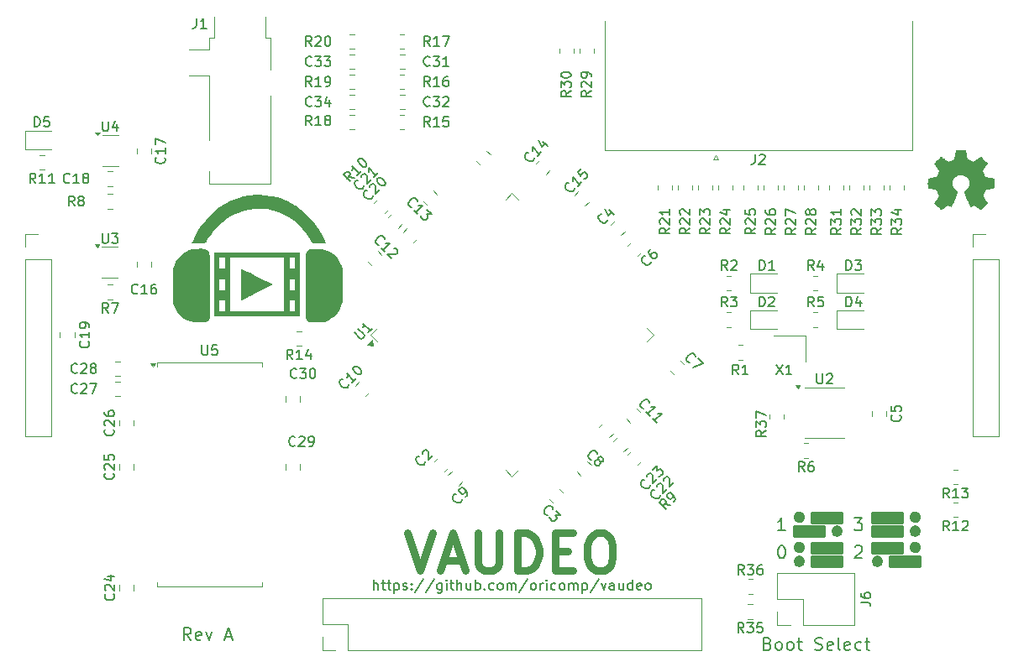
<source format=gbr>
%TF.GenerationSoftware,KiCad,Pcbnew,8.0.7*%
%TF.CreationDate,2025-01-22T16:06:57-05:00*%
%TF.ProjectId,vaudeo,76617564-656f-42e6-9b69-6361645f7063,rev?*%
%TF.SameCoordinates,Original*%
%TF.FileFunction,Legend,Top*%
%TF.FilePolarity,Positive*%
%FSLAX46Y46*%
G04 Gerber Fmt 4.6, Leading zero omitted, Abs format (unit mm)*
G04 Created by KiCad (PCBNEW 8.0.7) date 2025-01-22 16:06:57*
%MOMM*%
%LPD*%
G01*
G04 APERTURE LIST*
%ADD10C,0.250000*%
%ADD11C,0.582905*%
%ADD12C,0.203200*%
%ADD13C,0.152400*%
%ADD14C,0.762000*%
%ADD15C,0.150000*%
%ADD16C,0.120000*%
%ADD17C,0.000000*%
%ADD18C,0.010000*%
G04 APERTURE END LIST*
D10*
X215011000Y-112141000D02*
X218059000Y-112141000D01*
X218059000Y-113157000D01*
X215011000Y-113157000D01*
X215011000Y-112141000D01*
G36*
X215011000Y-112141000D02*
G01*
X218059000Y-112141000D01*
X218059000Y-113157000D01*
X215011000Y-113157000D01*
X215011000Y-112141000D01*
G37*
X215011000Y-115189000D02*
X218059000Y-115189000D01*
X218059000Y-116205000D01*
X215011000Y-116205000D01*
X215011000Y-115189000D01*
G36*
X215011000Y-115189000D02*
G01*
X218059000Y-115189000D01*
X218059000Y-116205000D01*
X215011000Y-116205000D01*
X215011000Y-115189000D01*
G37*
X207137000Y-113538000D02*
X210185000Y-113538000D01*
X210185000Y-114554000D01*
X207137000Y-114554000D01*
X207137000Y-113538000D01*
G36*
X207137000Y-113538000D02*
G01*
X210185000Y-113538000D01*
X210185000Y-114554000D01*
X207137000Y-114554000D01*
X207137000Y-113538000D01*
G37*
X216789000Y-116586000D02*
X219837000Y-116586000D01*
X219837000Y-117602000D01*
X216789000Y-117602000D01*
X216789000Y-116586000D01*
G36*
X216789000Y-116586000D02*
G01*
X219837000Y-116586000D01*
X219837000Y-117602000D01*
X216789000Y-117602000D01*
X216789000Y-116586000D01*
G37*
D11*
X219620452Y-115697000D02*
G75*
G02*
X219037548Y-115697000I-291452J0D01*
G01*
X219037548Y-115697000D02*
G75*
G02*
X219620452Y-115697000I291452J0D01*
G01*
X207936452Y-112649000D02*
G75*
G02*
X207353548Y-112649000I-291452J0D01*
G01*
X207353548Y-112649000D02*
G75*
G02*
X207936452Y-112649000I291452J0D01*
G01*
X211746452Y-114046000D02*
G75*
G02*
X211163548Y-114046000I-291452J0D01*
G01*
X211163548Y-114046000D02*
G75*
G02*
X211746452Y-114046000I291452J0D01*
G01*
X219620452Y-112649000D02*
G75*
G02*
X219037548Y-112649000I-291452J0D01*
G01*
X219037548Y-112649000D02*
G75*
G02*
X219620452Y-112649000I291452J0D01*
G01*
D10*
X215011000Y-113538000D02*
X218059000Y-113538000D01*
X218059000Y-114554000D01*
X215011000Y-114554000D01*
X215011000Y-113538000D01*
G36*
X215011000Y-113538000D02*
G01*
X218059000Y-113538000D01*
X218059000Y-114554000D01*
X215011000Y-114554000D01*
X215011000Y-113538000D01*
G37*
D11*
X207936452Y-117094000D02*
G75*
G02*
X207353548Y-117094000I-291452J0D01*
G01*
X207353548Y-117094000D02*
G75*
G02*
X207936452Y-117094000I291452J0D01*
G01*
X207936452Y-115697000D02*
G75*
G02*
X207353548Y-115697000I-291452J0D01*
G01*
X207353548Y-115697000D02*
G75*
G02*
X207936452Y-115697000I291452J0D01*
G01*
D10*
X208915000Y-115189000D02*
X211963000Y-115189000D01*
X211963000Y-116205000D01*
X208915000Y-116205000D01*
X208915000Y-115189000D01*
G36*
X208915000Y-115189000D02*
G01*
X211963000Y-115189000D01*
X211963000Y-116205000D01*
X208915000Y-116205000D01*
X208915000Y-115189000D01*
G37*
D11*
X219620452Y-114046000D02*
G75*
G02*
X219037548Y-114046000I-291452J0D01*
G01*
X219037548Y-114046000D02*
G75*
G02*
X219620452Y-114046000I291452J0D01*
G01*
D10*
X208915000Y-112141000D02*
X211963000Y-112141000D01*
X211963000Y-113157000D01*
X208915000Y-113157000D01*
X208915000Y-112141000D01*
G36*
X208915000Y-112141000D02*
G01*
X211963000Y-112141000D01*
X211963000Y-113157000D01*
X208915000Y-113157000D01*
X208915000Y-112141000D01*
G37*
D11*
X215810452Y-117094000D02*
G75*
G02*
X215227548Y-117094000I-291452J0D01*
G01*
X215227548Y-117094000D02*
G75*
G02*
X215810452Y-117094000I291452J0D01*
G01*
D10*
X208915000Y-116586000D02*
X211963000Y-116586000D01*
X211963000Y-117602000D01*
X208915000Y-117602000D01*
X208915000Y-116586000D01*
G36*
X208915000Y-116586000D02*
G01*
X211963000Y-116586000D01*
X211963000Y-117602000D01*
X208915000Y-117602000D01*
X208915000Y-116586000D01*
G37*
D12*
X206229857Y-113987959D02*
X205504142Y-113987959D01*
X205866999Y-113987959D02*
X205866999Y-112717959D01*
X205866999Y-112717959D02*
X205746047Y-112899387D01*
X205746047Y-112899387D02*
X205625095Y-113020340D01*
X205625095Y-113020340D02*
X205504142Y-113080816D01*
D13*
X164755286Y-119969095D02*
X164755286Y-118953095D01*
X165190715Y-119969095D02*
X165190715Y-119436905D01*
X165190715Y-119436905D02*
X165142334Y-119340143D01*
X165142334Y-119340143D02*
X165045572Y-119291762D01*
X165045572Y-119291762D02*
X164900429Y-119291762D01*
X164900429Y-119291762D02*
X164803667Y-119340143D01*
X164803667Y-119340143D02*
X164755286Y-119388524D01*
X165529381Y-119291762D02*
X165916429Y-119291762D01*
X165674524Y-118953095D02*
X165674524Y-119823953D01*
X165674524Y-119823953D02*
X165722905Y-119920715D01*
X165722905Y-119920715D02*
X165819667Y-119969095D01*
X165819667Y-119969095D02*
X165916429Y-119969095D01*
X166109952Y-119291762D02*
X166497000Y-119291762D01*
X166255095Y-118953095D02*
X166255095Y-119823953D01*
X166255095Y-119823953D02*
X166303476Y-119920715D01*
X166303476Y-119920715D02*
X166400238Y-119969095D01*
X166400238Y-119969095D02*
X166497000Y-119969095D01*
X166835666Y-119291762D02*
X166835666Y-120307762D01*
X166835666Y-119340143D02*
X166932428Y-119291762D01*
X166932428Y-119291762D02*
X167125952Y-119291762D01*
X167125952Y-119291762D02*
X167222714Y-119340143D01*
X167222714Y-119340143D02*
X167271095Y-119388524D01*
X167271095Y-119388524D02*
X167319476Y-119485286D01*
X167319476Y-119485286D02*
X167319476Y-119775572D01*
X167319476Y-119775572D02*
X167271095Y-119872334D01*
X167271095Y-119872334D02*
X167222714Y-119920715D01*
X167222714Y-119920715D02*
X167125952Y-119969095D01*
X167125952Y-119969095D02*
X166932428Y-119969095D01*
X166932428Y-119969095D02*
X166835666Y-119920715D01*
X167706523Y-119920715D02*
X167803285Y-119969095D01*
X167803285Y-119969095D02*
X167996809Y-119969095D01*
X167996809Y-119969095D02*
X168093571Y-119920715D01*
X168093571Y-119920715D02*
X168141952Y-119823953D01*
X168141952Y-119823953D02*
X168141952Y-119775572D01*
X168141952Y-119775572D02*
X168093571Y-119678810D01*
X168093571Y-119678810D02*
X167996809Y-119630429D01*
X167996809Y-119630429D02*
X167851666Y-119630429D01*
X167851666Y-119630429D02*
X167754904Y-119582048D01*
X167754904Y-119582048D02*
X167706523Y-119485286D01*
X167706523Y-119485286D02*
X167706523Y-119436905D01*
X167706523Y-119436905D02*
X167754904Y-119340143D01*
X167754904Y-119340143D02*
X167851666Y-119291762D01*
X167851666Y-119291762D02*
X167996809Y-119291762D01*
X167996809Y-119291762D02*
X168093571Y-119340143D01*
X168577380Y-119872334D02*
X168625761Y-119920715D01*
X168625761Y-119920715D02*
X168577380Y-119969095D01*
X168577380Y-119969095D02*
X168528999Y-119920715D01*
X168528999Y-119920715D02*
X168577380Y-119872334D01*
X168577380Y-119872334D02*
X168577380Y-119969095D01*
X168577380Y-119340143D02*
X168625761Y-119388524D01*
X168625761Y-119388524D02*
X168577380Y-119436905D01*
X168577380Y-119436905D02*
X168528999Y-119388524D01*
X168528999Y-119388524D02*
X168577380Y-119340143D01*
X168577380Y-119340143D02*
X168577380Y-119436905D01*
X169786905Y-118904715D02*
X168916047Y-120211000D01*
X170851286Y-118904715D02*
X169980428Y-120211000D01*
X171625381Y-119291762D02*
X171625381Y-120114238D01*
X171625381Y-120114238D02*
X171577000Y-120211000D01*
X171577000Y-120211000D02*
X171528619Y-120259381D01*
X171528619Y-120259381D02*
X171431857Y-120307762D01*
X171431857Y-120307762D02*
X171286714Y-120307762D01*
X171286714Y-120307762D02*
X171189952Y-120259381D01*
X171625381Y-119920715D02*
X171528619Y-119969095D01*
X171528619Y-119969095D02*
X171335095Y-119969095D01*
X171335095Y-119969095D02*
X171238333Y-119920715D01*
X171238333Y-119920715D02*
X171189952Y-119872334D01*
X171189952Y-119872334D02*
X171141571Y-119775572D01*
X171141571Y-119775572D02*
X171141571Y-119485286D01*
X171141571Y-119485286D02*
X171189952Y-119388524D01*
X171189952Y-119388524D02*
X171238333Y-119340143D01*
X171238333Y-119340143D02*
X171335095Y-119291762D01*
X171335095Y-119291762D02*
X171528619Y-119291762D01*
X171528619Y-119291762D02*
X171625381Y-119340143D01*
X172109190Y-119969095D02*
X172109190Y-119291762D01*
X172109190Y-118953095D02*
X172060809Y-119001476D01*
X172060809Y-119001476D02*
X172109190Y-119049857D01*
X172109190Y-119049857D02*
X172157571Y-119001476D01*
X172157571Y-119001476D02*
X172109190Y-118953095D01*
X172109190Y-118953095D02*
X172109190Y-119049857D01*
X172447857Y-119291762D02*
X172834905Y-119291762D01*
X172593000Y-118953095D02*
X172593000Y-119823953D01*
X172593000Y-119823953D02*
X172641381Y-119920715D01*
X172641381Y-119920715D02*
X172738143Y-119969095D01*
X172738143Y-119969095D02*
X172834905Y-119969095D01*
X173173571Y-119969095D02*
X173173571Y-118953095D01*
X173609000Y-119969095D02*
X173609000Y-119436905D01*
X173609000Y-119436905D02*
X173560619Y-119340143D01*
X173560619Y-119340143D02*
X173463857Y-119291762D01*
X173463857Y-119291762D02*
X173318714Y-119291762D01*
X173318714Y-119291762D02*
X173221952Y-119340143D01*
X173221952Y-119340143D02*
X173173571Y-119388524D01*
X174528238Y-119291762D02*
X174528238Y-119969095D01*
X174092809Y-119291762D02*
X174092809Y-119823953D01*
X174092809Y-119823953D02*
X174141190Y-119920715D01*
X174141190Y-119920715D02*
X174237952Y-119969095D01*
X174237952Y-119969095D02*
X174383095Y-119969095D01*
X174383095Y-119969095D02*
X174479857Y-119920715D01*
X174479857Y-119920715D02*
X174528238Y-119872334D01*
X175012047Y-119969095D02*
X175012047Y-118953095D01*
X175012047Y-119340143D02*
X175108809Y-119291762D01*
X175108809Y-119291762D02*
X175302333Y-119291762D01*
X175302333Y-119291762D02*
X175399095Y-119340143D01*
X175399095Y-119340143D02*
X175447476Y-119388524D01*
X175447476Y-119388524D02*
X175495857Y-119485286D01*
X175495857Y-119485286D02*
X175495857Y-119775572D01*
X175495857Y-119775572D02*
X175447476Y-119872334D01*
X175447476Y-119872334D02*
X175399095Y-119920715D01*
X175399095Y-119920715D02*
X175302333Y-119969095D01*
X175302333Y-119969095D02*
X175108809Y-119969095D01*
X175108809Y-119969095D02*
X175012047Y-119920715D01*
X175931285Y-119872334D02*
X175979666Y-119920715D01*
X175979666Y-119920715D02*
X175931285Y-119969095D01*
X175931285Y-119969095D02*
X175882904Y-119920715D01*
X175882904Y-119920715D02*
X175931285Y-119872334D01*
X175931285Y-119872334D02*
X175931285Y-119969095D01*
X176850524Y-119920715D02*
X176753762Y-119969095D01*
X176753762Y-119969095D02*
X176560238Y-119969095D01*
X176560238Y-119969095D02*
X176463476Y-119920715D01*
X176463476Y-119920715D02*
X176415095Y-119872334D01*
X176415095Y-119872334D02*
X176366714Y-119775572D01*
X176366714Y-119775572D02*
X176366714Y-119485286D01*
X176366714Y-119485286D02*
X176415095Y-119388524D01*
X176415095Y-119388524D02*
X176463476Y-119340143D01*
X176463476Y-119340143D02*
X176560238Y-119291762D01*
X176560238Y-119291762D02*
X176753762Y-119291762D01*
X176753762Y-119291762D02*
X176850524Y-119340143D01*
X177431095Y-119969095D02*
X177334333Y-119920715D01*
X177334333Y-119920715D02*
X177285952Y-119872334D01*
X177285952Y-119872334D02*
X177237571Y-119775572D01*
X177237571Y-119775572D02*
X177237571Y-119485286D01*
X177237571Y-119485286D02*
X177285952Y-119388524D01*
X177285952Y-119388524D02*
X177334333Y-119340143D01*
X177334333Y-119340143D02*
X177431095Y-119291762D01*
X177431095Y-119291762D02*
X177576238Y-119291762D01*
X177576238Y-119291762D02*
X177673000Y-119340143D01*
X177673000Y-119340143D02*
X177721381Y-119388524D01*
X177721381Y-119388524D02*
X177769762Y-119485286D01*
X177769762Y-119485286D02*
X177769762Y-119775572D01*
X177769762Y-119775572D02*
X177721381Y-119872334D01*
X177721381Y-119872334D02*
X177673000Y-119920715D01*
X177673000Y-119920715D02*
X177576238Y-119969095D01*
X177576238Y-119969095D02*
X177431095Y-119969095D01*
X178205190Y-119969095D02*
X178205190Y-119291762D01*
X178205190Y-119388524D02*
X178253571Y-119340143D01*
X178253571Y-119340143D02*
X178350333Y-119291762D01*
X178350333Y-119291762D02*
X178495476Y-119291762D01*
X178495476Y-119291762D02*
X178592238Y-119340143D01*
X178592238Y-119340143D02*
X178640619Y-119436905D01*
X178640619Y-119436905D02*
X178640619Y-119969095D01*
X178640619Y-119436905D02*
X178689000Y-119340143D01*
X178689000Y-119340143D02*
X178785762Y-119291762D01*
X178785762Y-119291762D02*
X178930905Y-119291762D01*
X178930905Y-119291762D02*
X179027666Y-119340143D01*
X179027666Y-119340143D02*
X179076047Y-119436905D01*
X179076047Y-119436905D02*
X179076047Y-119969095D01*
X180285572Y-118904715D02*
X179414714Y-120211000D01*
X180769381Y-119969095D02*
X180672619Y-119920715D01*
X180672619Y-119920715D02*
X180624238Y-119872334D01*
X180624238Y-119872334D02*
X180575857Y-119775572D01*
X180575857Y-119775572D02*
X180575857Y-119485286D01*
X180575857Y-119485286D02*
X180624238Y-119388524D01*
X180624238Y-119388524D02*
X180672619Y-119340143D01*
X180672619Y-119340143D02*
X180769381Y-119291762D01*
X180769381Y-119291762D02*
X180914524Y-119291762D01*
X180914524Y-119291762D02*
X181011286Y-119340143D01*
X181011286Y-119340143D02*
X181059667Y-119388524D01*
X181059667Y-119388524D02*
X181108048Y-119485286D01*
X181108048Y-119485286D02*
X181108048Y-119775572D01*
X181108048Y-119775572D02*
X181059667Y-119872334D01*
X181059667Y-119872334D02*
X181011286Y-119920715D01*
X181011286Y-119920715D02*
X180914524Y-119969095D01*
X180914524Y-119969095D02*
X180769381Y-119969095D01*
X181543476Y-119969095D02*
X181543476Y-119291762D01*
X181543476Y-119485286D02*
X181591857Y-119388524D01*
X181591857Y-119388524D02*
X181640238Y-119340143D01*
X181640238Y-119340143D02*
X181737000Y-119291762D01*
X181737000Y-119291762D02*
X181833762Y-119291762D01*
X182172428Y-119969095D02*
X182172428Y-119291762D01*
X182172428Y-118953095D02*
X182124047Y-119001476D01*
X182124047Y-119001476D02*
X182172428Y-119049857D01*
X182172428Y-119049857D02*
X182220809Y-119001476D01*
X182220809Y-119001476D02*
X182172428Y-118953095D01*
X182172428Y-118953095D02*
X182172428Y-119049857D01*
X183091667Y-119920715D02*
X182994905Y-119969095D01*
X182994905Y-119969095D02*
X182801381Y-119969095D01*
X182801381Y-119969095D02*
X182704619Y-119920715D01*
X182704619Y-119920715D02*
X182656238Y-119872334D01*
X182656238Y-119872334D02*
X182607857Y-119775572D01*
X182607857Y-119775572D02*
X182607857Y-119485286D01*
X182607857Y-119485286D02*
X182656238Y-119388524D01*
X182656238Y-119388524D02*
X182704619Y-119340143D01*
X182704619Y-119340143D02*
X182801381Y-119291762D01*
X182801381Y-119291762D02*
X182994905Y-119291762D01*
X182994905Y-119291762D02*
X183091667Y-119340143D01*
X183672238Y-119969095D02*
X183575476Y-119920715D01*
X183575476Y-119920715D02*
X183527095Y-119872334D01*
X183527095Y-119872334D02*
X183478714Y-119775572D01*
X183478714Y-119775572D02*
X183478714Y-119485286D01*
X183478714Y-119485286D02*
X183527095Y-119388524D01*
X183527095Y-119388524D02*
X183575476Y-119340143D01*
X183575476Y-119340143D02*
X183672238Y-119291762D01*
X183672238Y-119291762D02*
X183817381Y-119291762D01*
X183817381Y-119291762D02*
X183914143Y-119340143D01*
X183914143Y-119340143D02*
X183962524Y-119388524D01*
X183962524Y-119388524D02*
X184010905Y-119485286D01*
X184010905Y-119485286D02*
X184010905Y-119775572D01*
X184010905Y-119775572D02*
X183962524Y-119872334D01*
X183962524Y-119872334D02*
X183914143Y-119920715D01*
X183914143Y-119920715D02*
X183817381Y-119969095D01*
X183817381Y-119969095D02*
X183672238Y-119969095D01*
X184446333Y-119969095D02*
X184446333Y-119291762D01*
X184446333Y-119388524D02*
X184494714Y-119340143D01*
X184494714Y-119340143D02*
X184591476Y-119291762D01*
X184591476Y-119291762D02*
X184736619Y-119291762D01*
X184736619Y-119291762D02*
X184833381Y-119340143D01*
X184833381Y-119340143D02*
X184881762Y-119436905D01*
X184881762Y-119436905D02*
X184881762Y-119969095D01*
X184881762Y-119436905D02*
X184930143Y-119340143D01*
X184930143Y-119340143D02*
X185026905Y-119291762D01*
X185026905Y-119291762D02*
X185172048Y-119291762D01*
X185172048Y-119291762D02*
X185268809Y-119340143D01*
X185268809Y-119340143D02*
X185317190Y-119436905D01*
X185317190Y-119436905D02*
X185317190Y-119969095D01*
X185801000Y-119291762D02*
X185801000Y-120307762D01*
X185801000Y-119340143D02*
X185897762Y-119291762D01*
X185897762Y-119291762D02*
X186091286Y-119291762D01*
X186091286Y-119291762D02*
X186188048Y-119340143D01*
X186188048Y-119340143D02*
X186236429Y-119388524D01*
X186236429Y-119388524D02*
X186284810Y-119485286D01*
X186284810Y-119485286D02*
X186284810Y-119775572D01*
X186284810Y-119775572D02*
X186236429Y-119872334D01*
X186236429Y-119872334D02*
X186188048Y-119920715D01*
X186188048Y-119920715D02*
X186091286Y-119969095D01*
X186091286Y-119969095D02*
X185897762Y-119969095D01*
X185897762Y-119969095D02*
X185801000Y-119920715D01*
X187445953Y-118904715D02*
X186575095Y-120211000D01*
X187687857Y-119291762D02*
X187929762Y-119969095D01*
X187929762Y-119969095D02*
X188171667Y-119291762D01*
X188994143Y-119969095D02*
X188994143Y-119436905D01*
X188994143Y-119436905D02*
X188945762Y-119340143D01*
X188945762Y-119340143D02*
X188849000Y-119291762D01*
X188849000Y-119291762D02*
X188655476Y-119291762D01*
X188655476Y-119291762D02*
X188558714Y-119340143D01*
X188994143Y-119920715D02*
X188897381Y-119969095D01*
X188897381Y-119969095D02*
X188655476Y-119969095D01*
X188655476Y-119969095D02*
X188558714Y-119920715D01*
X188558714Y-119920715D02*
X188510333Y-119823953D01*
X188510333Y-119823953D02*
X188510333Y-119727191D01*
X188510333Y-119727191D02*
X188558714Y-119630429D01*
X188558714Y-119630429D02*
X188655476Y-119582048D01*
X188655476Y-119582048D02*
X188897381Y-119582048D01*
X188897381Y-119582048D02*
X188994143Y-119533667D01*
X189913381Y-119291762D02*
X189913381Y-119969095D01*
X189477952Y-119291762D02*
X189477952Y-119823953D01*
X189477952Y-119823953D02*
X189526333Y-119920715D01*
X189526333Y-119920715D02*
X189623095Y-119969095D01*
X189623095Y-119969095D02*
X189768238Y-119969095D01*
X189768238Y-119969095D02*
X189865000Y-119920715D01*
X189865000Y-119920715D02*
X189913381Y-119872334D01*
X190832619Y-119969095D02*
X190832619Y-118953095D01*
X190832619Y-119920715D02*
X190735857Y-119969095D01*
X190735857Y-119969095D02*
X190542333Y-119969095D01*
X190542333Y-119969095D02*
X190445571Y-119920715D01*
X190445571Y-119920715D02*
X190397190Y-119872334D01*
X190397190Y-119872334D02*
X190348809Y-119775572D01*
X190348809Y-119775572D02*
X190348809Y-119485286D01*
X190348809Y-119485286D02*
X190397190Y-119388524D01*
X190397190Y-119388524D02*
X190445571Y-119340143D01*
X190445571Y-119340143D02*
X190542333Y-119291762D01*
X190542333Y-119291762D02*
X190735857Y-119291762D01*
X190735857Y-119291762D02*
X190832619Y-119340143D01*
X191703476Y-119920715D02*
X191606714Y-119969095D01*
X191606714Y-119969095D02*
X191413190Y-119969095D01*
X191413190Y-119969095D02*
X191316428Y-119920715D01*
X191316428Y-119920715D02*
X191268047Y-119823953D01*
X191268047Y-119823953D02*
X191268047Y-119436905D01*
X191268047Y-119436905D02*
X191316428Y-119340143D01*
X191316428Y-119340143D02*
X191413190Y-119291762D01*
X191413190Y-119291762D02*
X191606714Y-119291762D01*
X191606714Y-119291762D02*
X191703476Y-119340143D01*
X191703476Y-119340143D02*
X191751857Y-119436905D01*
X191751857Y-119436905D02*
X191751857Y-119533667D01*
X191751857Y-119533667D02*
X191268047Y-119630429D01*
X192332428Y-119969095D02*
X192235666Y-119920715D01*
X192235666Y-119920715D02*
X192187285Y-119872334D01*
X192187285Y-119872334D02*
X192138904Y-119775572D01*
X192138904Y-119775572D02*
X192138904Y-119485286D01*
X192138904Y-119485286D02*
X192187285Y-119388524D01*
X192187285Y-119388524D02*
X192235666Y-119340143D01*
X192235666Y-119340143D02*
X192332428Y-119291762D01*
X192332428Y-119291762D02*
X192477571Y-119291762D01*
X192477571Y-119291762D02*
X192574333Y-119340143D01*
X192574333Y-119340143D02*
X192622714Y-119388524D01*
X192622714Y-119388524D02*
X192671095Y-119485286D01*
X192671095Y-119485286D02*
X192671095Y-119775572D01*
X192671095Y-119775572D02*
X192622714Y-119872334D01*
X192622714Y-119872334D02*
X192574333Y-119920715D01*
X192574333Y-119920715D02*
X192477571Y-119969095D01*
X192477571Y-119969095D02*
X192332428Y-119969095D01*
D12*
X205806523Y-115511959D02*
X205927476Y-115511959D01*
X205927476Y-115511959D02*
X206048428Y-115572435D01*
X206048428Y-115572435D02*
X206108904Y-115632911D01*
X206108904Y-115632911D02*
X206169380Y-115753863D01*
X206169380Y-115753863D02*
X206229857Y-115995768D01*
X206229857Y-115995768D02*
X206229857Y-116298149D01*
X206229857Y-116298149D02*
X206169380Y-116540054D01*
X206169380Y-116540054D02*
X206108904Y-116661006D01*
X206108904Y-116661006D02*
X206048428Y-116721483D01*
X206048428Y-116721483D02*
X205927476Y-116781959D01*
X205927476Y-116781959D02*
X205806523Y-116781959D01*
X205806523Y-116781959D02*
X205685571Y-116721483D01*
X205685571Y-116721483D02*
X205625095Y-116661006D01*
X205625095Y-116661006D02*
X205564618Y-116540054D01*
X205564618Y-116540054D02*
X205504142Y-116298149D01*
X205504142Y-116298149D02*
X205504142Y-115995768D01*
X205504142Y-115995768D02*
X205564618Y-115753863D01*
X205564618Y-115753863D02*
X205625095Y-115632911D01*
X205625095Y-115632911D02*
X205685571Y-115572435D01*
X205685571Y-115572435D02*
X205806523Y-115511959D01*
X213190666Y-112717959D02*
X213976857Y-112717959D01*
X213976857Y-112717959D02*
X213553523Y-113201768D01*
X213553523Y-113201768D02*
X213734952Y-113201768D01*
X213734952Y-113201768D02*
X213855904Y-113262244D01*
X213855904Y-113262244D02*
X213916380Y-113322721D01*
X213916380Y-113322721D02*
X213976857Y-113443673D01*
X213976857Y-113443673D02*
X213976857Y-113746054D01*
X213976857Y-113746054D02*
X213916380Y-113867006D01*
X213916380Y-113867006D02*
X213855904Y-113927483D01*
X213855904Y-113927483D02*
X213734952Y-113987959D01*
X213734952Y-113987959D02*
X213372095Y-113987959D01*
X213372095Y-113987959D02*
X213251142Y-113927483D01*
X213251142Y-113927483D02*
X213190666Y-113867006D01*
X146322779Y-125056009D02*
X145899445Y-124451247D01*
X145597064Y-125056009D02*
X145597064Y-123786009D01*
X145597064Y-123786009D02*
X146080874Y-123786009D01*
X146080874Y-123786009D02*
X146201826Y-123846485D01*
X146201826Y-123846485D02*
X146262303Y-123906961D01*
X146262303Y-123906961D02*
X146322779Y-124027913D01*
X146322779Y-124027913D02*
X146322779Y-124209342D01*
X146322779Y-124209342D02*
X146262303Y-124330294D01*
X146262303Y-124330294D02*
X146201826Y-124390771D01*
X146201826Y-124390771D02*
X146080874Y-124451247D01*
X146080874Y-124451247D02*
X145597064Y-124451247D01*
X147350874Y-124995533D02*
X147229922Y-125056009D01*
X147229922Y-125056009D02*
X146988017Y-125056009D01*
X146988017Y-125056009D02*
X146867064Y-124995533D01*
X146867064Y-124995533D02*
X146806588Y-124874580D01*
X146806588Y-124874580D02*
X146806588Y-124390771D01*
X146806588Y-124390771D02*
X146867064Y-124269818D01*
X146867064Y-124269818D02*
X146988017Y-124209342D01*
X146988017Y-124209342D02*
X147229922Y-124209342D01*
X147229922Y-124209342D02*
X147350874Y-124269818D01*
X147350874Y-124269818D02*
X147411350Y-124390771D01*
X147411350Y-124390771D02*
X147411350Y-124511723D01*
X147411350Y-124511723D02*
X146806588Y-124632675D01*
X147834683Y-124209342D02*
X148137064Y-125056009D01*
X148137064Y-125056009D02*
X148439445Y-124209342D01*
X149830397Y-124693152D02*
X150435159Y-124693152D01*
X149709445Y-125056009D02*
X150132778Y-123786009D01*
X150132778Y-123786009D02*
X150556112Y-125056009D01*
X213251142Y-115632911D02*
X213311618Y-115572435D01*
X213311618Y-115572435D02*
X213432571Y-115511959D01*
X213432571Y-115511959D02*
X213734952Y-115511959D01*
X213734952Y-115511959D02*
X213855904Y-115572435D01*
X213855904Y-115572435D02*
X213916380Y-115632911D01*
X213916380Y-115632911D02*
X213976857Y-115753863D01*
X213976857Y-115753863D02*
X213976857Y-115874816D01*
X213976857Y-115874816D02*
X213916380Y-116056244D01*
X213916380Y-116056244D02*
X213190666Y-116781959D01*
X213190666Y-116781959D02*
X213976857Y-116781959D01*
X204457905Y-125387721D02*
X204639333Y-125448197D01*
X204639333Y-125448197D02*
X204699810Y-125508673D01*
X204699810Y-125508673D02*
X204760286Y-125629625D01*
X204760286Y-125629625D02*
X204760286Y-125811054D01*
X204760286Y-125811054D02*
X204699810Y-125932006D01*
X204699810Y-125932006D02*
X204639333Y-125992483D01*
X204639333Y-125992483D02*
X204518381Y-126052959D01*
X204518381Y-126052959D02*
X204034571Y-126052959D01*
X204034571Y-126052959D02*
X204034571Y-124782959D01*
X204034571Y-124782959D02*
X204457905Y-124782959D01*
X204457905Y-124782959D02*
X204578857Y-124843435D01*
X204578857Y-124843435D02*
X204639333Y-124903911D01*
X204639333Y-124903911D02*
X204699810Y-125024863D01*
X204699810Y-125024863D02*
X204699810Y-125145816D01*
X204699810Y-125145816D02*
X204639333Y-125266768D01*
X204639333Y-125266768D02*
X204578857Y-125327244D01*
X204578857Y-125327244D02*
X204457905Y-125387721D01*
X204457905Y-125387721D02*
X204034571Y-125387721D01*
X205486000Y-126052959D02*
X205365048Y-125992483D01*
X205365048Y-125992483D02*
X205304571Y-125932006D01*
X205304571Y-125932006D02*
X205244095Y-125811054D01*
X205244095Y-125811054D02*
X205244095Y-125448197D01*
X205244095Y-125448197D02*
X205304571Y-125327244D01*
X205304571Y-125327244D02*
X205365048Y-125266768D01*
X205365048Y-125266768D02*
X205486000Y-125206292D01*
X205486000Y-125206292D02*
X205667429Y-125206292D01*
X205667429Y-125206292D02*
X205788381Y-125266768D01*
X205788381Y-125266768D02*
X205848857Y-125327244D01*
X205848857Y-125327244D02*
X205909333Y-125448197D01*
X205909333Y-125448197D02*
X205909333Y-125811054D01*
X205909333Y-125811054D02*
X205848857Y-125932006D01*
X205848857Y-125932006D02*
X205788381Y-125992483D01*
X205788381Y-125992483D02*
X205667429Y-126052959D01*
X205667429Y-126052959D02*
X205486000Y-126052959D01*
X206635048Y-126052959D02*
X206514096Y-125992483D01*
X206514096Y-125992483D02*
X206453619Y-125932006D01*
X206453619Y-125932006D02*
X206393143Y-125811054D01*
X206393143Y-125811054D02*
X206393143Y-125448197D01*
X206393143Y-125448197D02*
X206453619Y-125327244D01*
X206453619Y-125327244D02*
X206514096Y-125266768D01*
X206514096Y-125266768D02*
X206635048Y-125206292D01*
X206635048Y-125206292D02*
X206816477Y-125206292D01*
X206816477Y-125206292D02*
X206937429Y-125266768D01*
X206937429Y-125266768D02*
X206997905Y-125327244D01*
X206997905Y-125327244D02*
X207058381Y-125448197D01*
X207058381Y-125448197D02*
X207058381Y-125811054D01*
X207058381Y-125811054D02*
X206997905Y-125932006D01*
X206997905Y-125932006D02*
X206937429Y-125992483D01*
X206937429Y-125992483D02*
X206816477Y-126052959D01*
X206816477Y-126052959D02*
X206635048Y-126052959D01*
X207421239Y-125206292D02*
X207905048Y-125206292D01*
X207602667Y-124782959D02*
X207602667Y-125871530D01*
X207602667Y-125871530D02*
X207663144Y-125992483D01*
X207663144Y-125992483D02*
X207784096Y-126052959D01*
X207784096Y-126052959D02*
X207905048Y-126052959D01*
X209235524Y-125992483D02*
X209416953Y-126052959D01*
X209416953Y-126052959D02*
X209719334Y-126052959D01*
X209719334Y-126052959D02*
X209840286Y-125992483D01*
X209840286Y-125992483D02*
X209900762Y-125932006D01*
X209900762Y-125932006D02*
X209961239Y-125811054D01*
X209961239Y-125811054D02*
X209961239Y-125690102D01*
X209961239Y-125690102D02*
X209900762Y-125569149D01*
X209900762Y-125569149D02*
X209840286Y-125508673D01*
X209840286Y-125508673D02*
X209719334Y-125448197D01*
X209719334Y-125448197D02*
X209477429Y-125387721D01*
X209477429Y-125387721D02*
X209356477Y-125327244D01*
X209356477Y-125327244D02*
X209296000Y-125266768D01*
X209296000Y-125266768D02*
X209235524Y-125145816D01*
X209235524Y-125145816D02*
X209235524Y-125024863D01*
X209235524Y-125024863D02*
X209296000Y-124903911D01*
X209296000Y-124903911D02*
X209356477Y-124843435D01*
X209356477Y-124843435D02*
X209477429Y-124782959D01*
X209477429Y-124782959D02*
X209779810Y-124782959D01*
X209779810Y-124782959D02*
X209961239Y-124843435D01*
X210989334Y-125992483D02*
X210868382Y-126052959D01*
X210868382Y-126052959D02*
X210626477Y-126052959D01*
X210626477Y-126052959D02*
X210505524Y-125992483D01*
X210505524Y-125992483D02*
X210445048Y-125871530D01*
X210445048Y-125871530D02*
X210445048Y-125387721D01*
X210445048Y-125387721D02*
X210505524Y-125266768D01*
X210505524Y-125266768D02*
X210626477Y-125206292D01*
X210626477Y-125206292D02*
X210868382Y-125206292D01*
X210868382Y-125206292D02*
X210989334Y-125266768D01*
X210989334Y-125266768D02*
X211049810Y-125387721D01*
X211049810Y-125387721D02*
X211049810Y-125508673D01*
X211049810Y-125508673D02*
X210445048Y-125629625D01*
X211775524Y-126052959D02*
X211654572Y-125992483D01*
X211654572Y-125992483D02*
X211594095Y-125871530D01*
X211594095Y-125871530D02*
X211594095Y-124782959D01*
X212743143Y-125992483D02*
X212622191Y-126052959D01*
X212622191Y-126052959D02*
X212380286Y-126052959D01*
X212380286Y-126052959D02*
X212259333Y-125992483D01*
X212259333Y-125992483D02*
X212198857Y-125871530D01*
X212198857Y-125871530D02*
X212198857Y-125387721D01*
X212198857Y-125387721D02*
X212259333Y-125266768D01*
X212259333Y-125266768D02*
X212380286Y-125206292D01*
X212380286Y-125206292D02*
X212622191Y-125206292D01*
X212622191Y-125206292D02*
X212743143Y-125266768D01*
X212743143Y-125266768D02*
X212803619Y-125387721D01*
X212803619Y-125387721D02*
X212803619Y-125508673D01*
X212803619Y-125508673D02*
X212198857Y-125629625D01*
X213892190Y-125992483D02*
X213771238Y-126052959D01*
X213771238Y-126052959D02*
X213529333Y-126052959D01*
X213529333Y-126052959D02*
X213408381Y-125992483D01*
X213408381Y-125992483D02*
X213347904Y-125932006D01*
X213347904Y-125932006D02*
X213287428Y-125811054D01*
X213287428Y-125811054D02*
X213287428Y-125448197D01*
X213287428Y-125448197D02*
X213347904Y-125327244D01*
X213347904Y-125327244D02*
X213408381Y-125266768D01*
X213408381Y-125266768D02*
X213529333Y-125206292D01*
X213529333Y-125206292D02*
X213771238Y-125206292D01*
X213771238Y-125206292D02*
X213892190Y-125266768D01*
X214255047Y-125206292D02*
X214738856Y-125206292D01*
X214436475Y-124782959D02*
X214436475Y-125871530D01*
X214436475Y-125871530D02*
X214496952Y-125992483D01*
X214496952Y-125992483D02*
X214617904Y-126052959D01*
X214617904Y-126052959D02*
X214738856Y-126052959D01*
D14*
X168166143Y-114244954D02*
X169436143Y-118054954D01*
X169436143Y-118054954D02*
X170706143Y-114244954D01*
X171794714Y-116966383D02*
X173609000Y-116966383D01*
X171431857Y-118054954D02*
X172701857Y-114244954D01*
X172701857Y-114244954D02*
X173971857Y-118054954D01*
X175241856Y-114244954D02*
X175241856Y-117329240D01*
X175241856Y-117329240D02*
X175423285Y-117692097D01*
X175423285Y-117692097D02*
X175604714Y-117873526D01*
X175604714Y-117873526D02*
X175967571Y-118054954D01*
X175967571Y-118054954D02*
X176693285Y-118054954D01*
X176693285Y-118054954D02*
X177056142Y-117873526D01*
X177056142Y-117873526D02*
X177237571Y-117692097D01*
X177237571Y-117692097D02*
X177418999Y-117329240D01*
X177418999Y-117329240D02*
X177418999Y-114244954D01*
X179233285Y-118054954D02*
X179233285Y-114244954D01*
X179233285Y-114244954D02*
X180140428Y-114244954D01*
X180140428Y-114244954D02*
X180684714Y-114426383D01*
X180684714Y-114426383D02*
X181047571Y-114789240D01*
X181047571Y-114789240D02*
X181229000Y-115152097D01*
X181229000Y-115152097D02*
X181410428Y-115877811D01*
X181410428Y-115877811D02*
X181410428Y-116422097D01*
X181410428Y-116422097D02*
X181229000Y-117147811D01*
X181229000Y-117147811D02*
X181047571Y-117510668D01*
X181047571Y-117510668D02*
X180684714Y-117873526D01*
X180684714Y-117873526D02*
X180140428Y-118054954D01*
X180140428Y-118054954D02*
X179233285Y-118054954D01*
X183043285Y-116059240D02*
X184313285Y-116059240D01*
X184857571Y-118054954D02*
X183043285Y-118054954D01*
X183043285Y-118054954D02*
X183043285Y-114244954D01*
X183043285Y-114244954D02*
X184857571Y-114244954D01*
X187216143Y-114244954D02*
X187941857Y-114244954D01*
X187941857Y-114244954D02*
X188304714Y-114426383D01*
X188304714Y-114426383D02*
X188667571Y-114789240D01*
X188667571Y-114789240D02*
X188849000Y-115514954D01*
X188849000Y-115514954D02*
X188849000Y-116784954D01*
X188849000Y-116784954D02*
X188667571Y-117510668D01*
X188667571Y-117510668D02*
X188304714Y-117873526D01*
X188304714Y-117873526D02*
X187941857Y-118054954D01*
X187941857Y-118054954D02*
X187216143Y-118054954D01*
X187216143Y-118054954D02*
X186853286Y-117873526D01*
X186853286Y-117873526D02*
X186490428Y-117510668D01*
X186490428Y-117510668D02*
X186309000Y-116784954D01*
X186309000Y-116784954D02*
X186309000Y-115514954D01*
X186309000Y-115514954D02*
X186490428Y-114789240D01*
X186490428Y-114789240D02*
X186853286Y-114426383D01*
X186853286Y-114426383D02*
X187216143Y-114244954D01*
D15*
X158488142Y-73098819D02*
X158154809Y-72622628D01*
X157916714Y-73098819D02*
X157916714Y-72098819D01*
X157916714Y-72098819D02*
X158297666Y-72098819D01*
X158297666Y-72098819D02*
X158392904Y-72146438D01*
X158392904Y-72146438D02*
X158440523Y-72194057D01*
X158440523Y-72194057D02*
X158488142Y-72289295D01*
X158488142Y-72289295D02*
X158488142Y-72432152D01*
X158488142Y-72432152D02*
X158440523Y-72527390D01*
X158440523Y-72527390D02*
X158392904Y-72575009D01*
X158392904Y-72575009D02*
X158297666Y-72622628D01*
X158297666Y-72622628D02*
X157916714Y-72622628D01*
X159440523Y-73098819D02*
X158869095Y-73098819D01*
X159154809Y-73098819D02*
X159154809Y-72098819D01*
X159154809Y-72098819D02*
X159059571Y-72241676D01*
X159059571Y-72241676D02*
X158964333Y-72336914D01*
X158964333Y-72336914D02*
X158869095Y-72384533D01*
X160011952Y-72527390D02*
X159916714Y-72479771D01*
X159916714Y-72479771D02*
X159869095Y-72432152D01*
X159869095Y-72432152D02*
X159821476Y-72336914D01*
X159821476Y-72336914D02*
X159821476Y-72289295D01*
X159821476Y-72289295D02*
X159869095Y-72194057D01*
X159869095Y-72194057D02*
X159916714Y-72146438D01*
X159916714Y-72146438D02*
X160011952Y-72098819D01*
X160011952Y-72098819D02*
X160202428Y-72098819D01*
X160202428Y-72098819D02*
X160297666Y-72146438D01*
X160297666Y-72146438D02*
X160345285Y-72194057D01*
X160345285Y-72194057D02*
X160392904Y-72289295D01*
X160392904Y-72289295D02*
X160392904Y-72336914D01*
X160392904Y-72336914D02*
X160345285Y-72432152D01*
X160345285Y-72432152D02*
X160297666Y-72479771D01*
X160297666Y-72479771D02*
X160202428Y-72527390D01*
X160202428Y-72527390D02*
X160011952Y-72527390D01*
X160011952Y-72527390D02*
X159916714Y-72575009D01*
X159916714Y-72575009D02*
X159869095Y-72622628D01*
X159869095Y-72622628D02*
X159821476Y-72717866D01*
X159821476Y-72717866D02*
X159821476Y-72908342D01*
X159821476Y-72908342D02*
X159869095Y-73003580D01*
X159869095Y-73003580D02*
X159916714Y-73051200D01*
X159916714Y-73051200D02*
X160011952Y-73098819D01*
X160011952Y-73098819D02*
X160202428Y-73098819D01*
X160202428Y-73098819D02*
X160297666Y-73051200D01*
X160297666Y-73051200D02*
X160345285Y-73003580D01*
X160345285Y-73003580D02*
X160392904Y-72908342D01*
X160392904Y-72908342D02*
X160392904Y-72717866D01*
X160392904Y-72717866D02*
X160345285Y-72622628D01*
X160345285Y-72622628D02*
X160297666Y-72575009D01*
X160297666Y-72575009D02*
X160202428Y-72527390D01*
X168582169Y-81333693D02*
X168514825Y-81333693D01*
X168514825Y-81333693D02*
X168380138Y-81266349D01*
X168380138Y-81266349D02*
X168312795Y-81199006D01*
X168312795Y-81199006D02*
X168245451Y-81064319D01*
X168245451Y-81064319D02*
X168245451Y-80929632D01*
X168245451Y-80929632D02*
X168279123Y-80828617D01*
X168279123Y-80828617D02*
X168380138Y-80660258D01*
X168380138Y-80660258D02*
X168481153Y-80559243D01*
X168481153Y-80559243D02*
X168649512Y-80458227D01*
X168649512Y-80458227D02*
X168750527Y-80424556D01*
X168750527Y-80424556D02*
X168885214Y-80424556D01*
X168885214Y-80424556D02*
X169019901Y-80491899D01*
X169019901Y-80491899D02*
X169087245Y-80559243D01*
X169087245Y-80559243D02*
X169154588Y-80693930D01*
X169154588Y-80693930D02*
X169154588Y-80761273D01*
X169188260Y-82074471D02*
X168784199Y-81670410D01*
X168986230Y-81872441D02*
X169693336Y-81165334D01*
X169693336Y-81165334D02*
X169524978Y-81199006D01*
X169524978Y-81199006D02*
X169390291Y-81199006D01*
X169390291Y-81199006D02*
X169289275Y-81165334D01*
X170131069Y-81603067D02*
X170568802Y-82040800D01*
X170568802Y-82040800D02*
X170063726Y-82074472D01*
X170063726Y-82074472D02*
X170164741Y-82175487D01*
X170164741Y-82175487D02*
X170198413Y-82276502D01*
X170198413Y-82276502D02*
X170198413Y-82343846D01*
X170198413Y-82343846D02*
X170164741Y-82444861D01*
X170164741Y-82444861D02*
X169996382Y-82613220D01*
X169996382Y-82613220D02*
X169895367Y-82646891D01*
X169895367Y-82646891D02*
X169828024Y-82646891D01*
X169828024Y-82646891D02*
X169727008Y-82613220D01*
X169727008Y-82613220D02*
X169524978Y-82411189D01*
X169524978Y-82411189D02*
X169491306Y-82310174D01*
X169491306Y-82310174D02*
X169491306Y-82242830D01*
X165280169Y-85143693D02*
X165212825Y-85143693D01*
X165212825Y-85143693D02*
X165078138Y-85076349D01*
X165078138Y-85076349D02*
X165010795Y-85009006D01*
X165010795Y-85009006D02*
X164943451Y-84874319D01*
X164943451Y-84874319D02*
X164943451Y-84739632D01*
X164943451Y-84739632D02*
X164977123Y-84638617D01*
X164977123Y-84638617D02*
X165078138Y-84470258D01*
X165078138Y-84470258D02*
X165179153Y-84369243D01*
X165179153Y-84369243D02*
X165347512Y-84268227D01*
X165347512Y-84268227D02*
X165448527Y-84234556D01*
X165448527Y-84234556D02*
X165583214Y-84234556D01*
X165583214Y-84234556D02*
X165717901Y-84301899D01*
X165717901Y-84301899D02*
X165785245Y-84369243D01*
X165785245Y-84369243D02*
X165852588Y-84503930D01*
X165852588Y-84503930D02*
X165852588Y-84571273D01*
X165886260Y-85884471D02*
X165482199Y-85480410D01*
X165684230Y-85682441D02*
X166391336Y-84975334D01*
X166391336Y-84975334D02*
X166222978Y-85009006D01*
X166222978Y-85009006D02*
X166088291Y-85009006D01*
X166088291Y-85009006D02*
X165987275Y-84975334D01*
X166795398Y-85514082D02*
X166862741Y-85514082D01*
X166862741Y-85514082D02*
X166963756Y-85547754D01*
X166963756Y-85547754D02*
X167132115Y-85716113D01*
X167132115Y-85716113D02*
X167165787Y-85817128D01*
X167165787Y-85817128D02*
X167165787Y-85884472D01*
X167165787Y-85884472D02*
X167132115Y-85985487D01*
X167132115Y-85985487D02*
X167064772Y-86052830D01*
X167064772Y-86052830D02*
X166930085Y-86120174D01*
X166930085Y-86120174D02*
X166121963Y-86120174D01*
X166121963Y-86120174D02*
X166559695Y-86557907D01*
X184621153Y-69619857D02*
X184144962Y-69953190D01*
X184621153Y-70191285D02*
X183621153Y-70191285D01*
X183621153Y-70191285D02*
X183621153Y-69810333D01*
X183621153Y-69810333D02*
X183668772Y-69715095D01*
X183668772Y-69715095D02*
X183716391Y-69667476D01*
X183716391Y-69667476D02*
X183811629Y-69619857D01*
X183811629Y-69619857D02*
X183954486Y-69619857D01*
X183954486Y-69619857D02*
X184049724Y-69667476D01*
X184049724Y-69667476D02*
X184097343Y-69715095D01*
X184097343Y-69715095D02*
X184144962Y-69810333D01*
X184144962Y-69810333D02*
X184144962Y-70191285D01*
X183621153Y-69286523D02*
X183621153Y-68667476D01*
X183621153Y-68667476D02*
X184002105Y-69000809D01*
X184002105Y-69000809D02*
X184002105Y-68857952D01*
X184002105Y-68857952D02*
X184049724Y-68762714D01*
X184049724Y-68762714D02*
X184097343Y-68715095D01*
X184097343Y-68715095D02*
X184192581Y-68667476D01*
X184192581Y-68667476D02*
X184430676Y-68667476D01*
X184430676Y-68667476D02*
X184525914Y-68715095D01*
X184525914Y-68715095D02*
X184573534Y-68762714D01*
X184573534Y-68762714D02*
X184621153Y-68857952D01*
X184621153Y-68857952D02*
X184621153Y-69143666D01*
X184621153Y-69143666D02*
X184573534Y-69238904D01*
X184573534Y-69238904D02*
X184525914Y-69286523D01*
X183621153Y-68048428D02*
X183621153Y-67953190D01*
X183621153Y-67953190D02*
X183668772Y-67857952D01*
X183668772Y-67857952D02*
X183716391Y-67810333D01*
X183716391Y-67810333D02*
X183811629Y-67762714D01*
X183811629Y-67762714D02*
X184002105Y-67715095D01*
X184002105Y-67715095D02*
X184240200Y-67715095D01*
X184240200Y-67715095D02*
X184430676Y-67762714D01*
X184430676Y-67762714D02*
X184525914Y-67810333D01*
X184525914Y-67810333D02*
X184573534Y-67857952D01*
X184573534Y-67857952D02*
X184621153Y-67953190D01*
X184621153Y-67953190D02*
X184621153Y-68048428D01*
X184621153Y-68048428D02*
X184573534Y-68143666D01*
X184573534Y-68143666D02*
X184525914Y-68191285D01*
X184525914Y-68191285D02*
X184430676Y-68238904D01*
X184430676Y-68238904D02*
X184240200Y-68286523D01*
X184240200Y-68286523D02*
X184002105Y-68286523D01*
X184002105Y-68286523D02*
X183811629Y-68238904D01*
X183811629Y-68238904D02*
X183716391Y-68191285D01*
X183716391Y-68191285D02*
X183668772Y-68143666D01*
X183668772Y-68143666D02*
X183621153Y-68048428D01*
X194640754Y-111437456D02*
X194068335Y-111336441D01*
X194236693Y-111841517D02*
X193529587Y-111134410D01*
X193529587Y-111134410D02*
X193798961Y-110865036D01*
X193798961Y-110865036D02*
X193899976Y-110831364D01*
X193899976Y-110831364D02*
X193967319Y-110831364D01*
X193967319Y-110831364D02*
X194068335Y-110865036D01*
X194068335Y-110865036D02*
X194169350Y-110966051D01*
X194169350Y-110966051D02*
X194203022Y-111067067D01*
X194203022Y-111067067D02*
X194203022Y-111134410D01*
X194203022Y-111134410D02*
X194169350Y-111235425D01*
X194169350Y-111235425D02*
X193899976Y-111504799D01*
X194977472Y-111100738D02*
X195112159Y-110966051D01*
X195112159Y-110966051D02*
X195145831Y-110865036D01*
X195145831Y-110865036D02*
X195145831Y-110797693D01*
X195145831Y-110797693D02*
X195112159Y-110629334D01*
X195112159Y-110629334D02*
X195011144Y-110460975D01*
X195011144Y-110460975D02*
X194741770Y-110191601D01*
X194741770Y-110191601D02*
X194640754Y-110157929D01*
X194640754Y-110157929D02*
X194573411Y-110157929D01*
X194573411Y-110157929D02*
X194472396Y-110191601D01*
X194472396Y-110191601D02*
X194337709Y-110326288D01*
X194337709Y-110326288D02*
X194304037Y-110427303D01*
X194304037Y-110427303D02*
X194304037Y-110494647D01*
X194304037Y-110494647D02*
X194337709Y-110595662D01*
X194337709Y-110595662D02*
X194506067Y-110764021D01*
X194506067Y-110764021D02*
X194607083Y-110797693D01*
X194607083Y-110797693D02*
X194674426Y-110797693D01*
X194674426Y-110797693D02*
X194775441Y-110764021D01*
X194775441Y-110764021D02*
X194910128Y-110629334D01*
X194910128Y-110629334D02*
X194943800Y-110528319D01*
X194943800Y-110528319D02*
X194943800Y-110460975D01*
X194943800Y-110460975D02*
X194910128Y-110359960D01*
X156837142Y-105388580D02*
X156789523Y-105436200D01*
X156789523Y-105436200D02*
X156646666Y-105483819D01*
X156646666Y-105483819D02*
X156551428Y-105483819D01*
X156551428Y-105483819D02*
X156408571Y-105436200D01*
X156408571Y-105436200D02*
X156313333Y-105340961D01*
X156313333Y-105340961D02*
X156265714Y-105245723D01*
X156265714Y-105245723D02*
X156218095Y-105055247D01*
X156218095Y-105055247D02*
X156218095Y-104912390D01*
X156218095Y-104912390D02*
X156265714Y-104721914D01*
X156265714Y-104721914D02*
X156313333Y-104626676D01*
X156313333Y-104626676D02*
X156408571Y-104531438D01*
X156408571Y-104531438D02*
X156551428Y-104483819D01*
X156551428Y-104483819D02*
X156646666Y-104483819D01*
X156646666Y-104483819D02*
X156789523Y-104531438D01*
X156789523Y-104531438D02*
X156837142Y-104579057D01*
X157218095Y-104579057D02*
X157265714Y-104531438D01*
X157265714Y-104531438D02*
X157360952Y-104483819D01*
X157360952Y-104483819D02*
X157599047Y-104483819D01*
X157599047Y-104483819D02*
X157694285Y-104531438D01*
X157694285Y-104531438D02*
X157741904Y-104579057D01*
X157741904Y-104579057D02*
X157789523Y-104674295D01*
X157789523Y-104674295D02*
X157789523Y-104769533D01*
X157789523Y-104769533D02*
X157741904Y-104912390D01*
X157741904Y-104912390D02*
X157170476Y-105483819D01*
X157170476Y-105483819D02*
X157789523Y-105483819D01*
X158265714Y-105483819D02*
X158456190Y-105483819D01*
X158456190Y-105483819D02*
X158551428Y-105436200D01*
X158551428Y-105436200D02*
X158599047Y-105388580D01*
X158599047Y-105388580D02*
X158694285Y-105245723D01*
X158694285Y-105245723D02*
X158741904Y-105055247D01*
X158741904Y-105055247D02*
X158741904Y-104674295D01*
X158741904Y-104674295D02*
X158694285Y-104579057D01*
X158694285Y-104579057D02*
X158646666Y-104531438D01*
X158646666Y-104531438D02*
X158551428Y-104483819D01*
X158551428Y-104483819D02*
X158360952Y-104483819D01*
X158360952Y-104483819D02*
X158265714Y-104531438D01*
X158265714Y-104531438D02*
X158218095Y-104579057D01*
X158218095Y-104579057D02*
X158170476Y-104674295D01*
X158170476Y-104674295D02*
X158170476Y-104912390D01*
X158170476Y-104912390D02*
X158218095Y-105007628D01*
X158218095Y-105007628D02*
X158265714Y-105055247D01*
X158265714Y-105055247D02*
X158360952Y-105102866D01*
X158360952Y-105102866D02*
X158551428Y-105102866D01*
X158551428Y-105102866D02*
X158646666Y-105055247D01*
X158646666Y-105055247D02*
X158694285Y-105007628D01*
X158694285Y-105007628D02*
X158741904Y-104912390D01*
X194578484Y-83446857D02*
X194102293Y-83780190D01*
X194578484Y-84018285D02*
X193578484Y-84018285D01*
X193578484Y-84018285D02*
X193578484Y-83637333D01*
X193578484Y-83637333D02*
X193626103Y-83542095D01*
X193626103Y-83542095D02*
X193673722Y-83494476D01*
X193673722Y-83494476D02*
X193768960Y-83446857D01*
X193768960Y-83446857D02*
X193911817Y-83446857D01*
X193911817Y-83446857D02*
X194007055Y-83494476D01*
X194007055Y-83494476D02*
X194054674Y-83542095D01*
X194054674Y-83542095D02*
X194102293Y-83637333D01*
X194102293Y-83637333D02*
X194102293Y-84018285D01*
X193673722Y-83065904D02*
X193626103Y-83018285D01*
X193626103Y-83018285D02*
X193578484Y-82923047D01*
X193578484Y-82923047D02*
X193578484Y-82684952D01*
X193578484Y-82684952D02*
X193626103Y-82589714D01*
X193626103Y-82589714D02*
X193673722Y-82542095D01*
X193673722Y-82542095D02*
X193768960Y-82494476D01*
X193768960Y-82494476D02*
X193864198Y-82494476D01*
X193864198Y-82494476D02*
X194007055Y-82542095D01*
X194007055Y-82542095D02*
X194578484Y-83113523D01*
X194578484Y-83113523D02*
X194578484Y-82494476D01*
X194578484Y-81542095D02*
X194578484Y-82113523D01*
X194578484Y-81827809D02*
X193578484Y-81827809D01*
X193578484Y-81827809D02*
X193721341Y-81923047D01*
X193721341Y-81923047D02*
X193816579Y-82018285D01*
X193816579Y-82018285D02*
X193864198Y-82113523D01*
X212351905Y-87703819D02*
X212351905Y-86703819D01*
X212351905Y-86703819D02*
X212590000Y-86703819D01*
X212590000Y-86703819D02*
X212732857Y-86751438D01*
X212732857Y-86751438D02*
X212828095Y-86846676D01*
X212828095Y-86846676D02*
X212875714Y-86941914D01*
X212875714Y-86941914D02*
X212923333Y-87132390D01*
X212923333Y-87132390D02*
X212923333Y-87275247D01*
X212923333Y-87275247D02*
X212875714Y-87465723D01*
X212875714Y-87465723D02*
X212828095Y-87560961D01*
X212828095Y-87560961D02*
X212732857Y-87656200D01*
X212732857Y-87656200D02*
X212590000Y-87703819D01*
X212590000Y-87703819D02*
X212351905Y-87703819D01*
X213256667Y-86703819D02*
X213875714Y-86703819D01*
X213875714Y-86703819D02*
X213542381Y-87084771D01*
X213542381Y-87084771D02*
X213685238Y-87084771D01*
X213685238Y-87084771D02*
X213780476Y-87132390D01*
X213780476Y-87132390D02*
X213828095Y-87180009D01*
X213828095Y-87180009D02*
X213875714Y-87275247D01*
X213875714Y-87275247D02*
X213875714Y-87513342D01*
X213875714Y-87513342D02*
X213828095Y-87608580D01*
X213828095Y-87608580D02*
X213780476Y-87656200D01*
X213780476Y-87656200D02*
X213685238Y-87703819D01*
X213685238Y-87703819D02*
X213399524Y-87703819D01*
X213399524Y-87703819D02*
X213304286Y-87656200D01*
X213304286Y-87656200D02*
X213256667Y-87608580D01*
X222750142Y-113991819D02*
X222416809Y-113515628D01*
X222178714Y-113991819D02*
X222178714Y-112991819D01*
X222178714Y-112991819D02*
X222559666Y-112991819D01*
X222559666Y-112991819D02*
X222654904Y-113039438D01*
X222654904Y-113039438D02*
X222702523Y-113087057D01*
X222702523Y-113087057D02*
X222750142Y-113182295D01*
X222750142Y-113182295D02*
X222750142Y-113325152D01*
X222750142Y-113325152D02*
X222702523Y-113420390D01*
X222702523Y-113420390D02*
X222654904Y-113468009D01*
X222654904Y-113468009D02*
X222559666Y-113515628D01*
X222559666Y-113515628D02*
X222178714Y-113515628D01*
X223702523Y-113991819D02*
X223131095Y-113991819D01*
X223416809Y-113991819D02*
X223416809Y-112991819D01*
X223416809Y-112991819D02*
X223321571Y-113134676D01*
X223321571Y-113134676D02*
X223226333Y-113229914D01*
X223226333Y-113229914D02*
X223131095Y-113277533D01*
X224083476Y-113087057D02*
X224131095Y-113039438D01*
X224131095Y-113039438D02*
X224226333Y-112991819D01*
X224226333Y-112991819D02*
X224464428Y-112991819D01*
X224464428Y-112991819D02*
X224559666Y-113039438D01*
X224559666Y-113039438D02*
X224607285Y-113087057D01*
X224607285Y-113087057D02*
X224654904Y-113182295D01*
X224654904Y-113182295D02*
X224654904Y-113277533D01*
X224654904Y-113277533D02*
X224607285Y-113420390D01*
X224607285Y-113420390D02*
X224035857Y-113991819D01*
X224035857Y-113991819D02*
X224654904Y-113991819D01*
X213830819Y-121237333D02*
X214545104Y-121237333D01*
X214545104Y-121237333D02*
X214687961Y-121284952D01*
X214687961Y-121284952D02*
X214783200Y-121380190D01*
X214783200Y-121380190D02*
X214830819Y-121523047D01*
X214830819Y-121523047D02*
X214830819Y-121618285D01*
X213830819Y-120332571D02*
X213830819Y-120523047D01*
X213830819Y-120523047D02*
X213878438Y-120618285D01*
X213878438Y-120618285D02*
X213926057Y-120665904D01*
X213926057Y-120665904D02*
X214068914Y-120761142D01*
X214068914Y-120761142D02*
X214259390Y-120808761D01*
X214259390Y-120808761D02*
X214640342Y-120808761D01*
X214640342Y-120808761D02*
X214735580Y-120761142D01*
X214735580Y-120761142D02*
X214783200Y-120713523D01*
X214783200Y-120713523D02*
X214830819Y-120618285D01*
X214830819Y-120618285D02*
X214830819Y-120427809D01*
X214830819Y-120427809D02*
X214783200Y-120332571D01*
X214783200Y-120332571D02*
X214735580Y-120284952D01*
X214735580Y-120284952D02*
X214640342Y-120237333D01*
X214640342Y-120237333D02*
X214402247Y-120237333D01*
X214402247Y-120237333D02*
X214307009Y-120284952D01*
X214307009Y-120284952D02*
X214259390Y-120332571D01*
X214259390Y-120332571D02*
X214211771Y-120427809D01*
X214211771Y-120427809D02*
X214211771Y-120618285D01*
X214211771Y-120618285D02*
X214259390Y-120713523D01*
X214259390Y-120713523D02*
X214307009Y-120761142D01*
X214307009Y-120761142D02*
X214402247Y-120808761D01*
X204289819Y-103893857D02*
X203813628Y-104227190D01*
X204289819Y-104465285D02*
X203289819Y-104465285D01*
X203289819Y-104465285D02*
X203289819Y-104084333D01*
X203289819Y-104084333D02*
X203337438Y-103989095D01*
X203337438Y-103989095D02*
X203385057Y-103941476D01*
X203385057Y-103941476D02*
X203480295Y-103893857D01*
X203480295Y-103893857D02*
X203623152Y-103893857D01*
X203623152Y-103893857D02*
X203718390Y-103941476D01*
X203718390Y-103941476D02*
X203766009Y-103989095D01*
X203766009Y-103989095D02*
X203813628Y-104084333D01*
X203813628Y-104084333D02*
X203813628Y-104465285D01*
X203289819Y-103560523D02*
X203289819Y-102941476D01*
X203289819Y-102941476D02*
X203670771Y-103274809D01*
X203670771Y-103274809D02*
X203670771Y-103131952D01*
X203670771Y-103131952D02*
X203718390Y-103036714D01*
X203718390Y-103036714D02*
X203766009Y-102989095D01*
X203766009Y-102989095D02*
X203861247Y-102941476D01*
X203861247Y-102941476D02*
X204099342Y-102941476D01*
X204099342Y-102941476D02*
X204194580Y-102989095D01*
X204194580Y-102989095D02*
X204242200Y-103036714D01*
X204242200Y-103036714D02*
X204289819Y-103131952D01*
X204289819Y-103131952D02*
X204289819Y-103417666D01*
X204289819Y-103417666D02*
X204242200Y-103512904D01*
X204242200Y-103512904D02*
X204194580Y-103560523D01*
X203289819Y-102608142D02*
X203289819Y-101941476D01*
X203289819Y-101941476D02*
X204289819Y-102370047D01*
X170410142Y-65097819D02*
X170076809Y-64621628D01*
X169838714Y-65097819D02*
X169838714Y-64097819D01*
X169838714Y-64097819D02*
X170219666Y-64097819D01*
X170219666Y-64097819D02*
X170314904Y-64145438D01*
X170314904Y-64145438D02*
X170362523Y-64193057D01*
X170362523Y-64193057D02*
X170410142Y-64288295D01*
X170410142Y-64288295D02*
X170410142Y-64431152D01*
X170410142Y-64431152D02*
X170362523Y-64526390D01*
X170362523Y-64526390D02*
X170314904Y-64574009D01*
X170314904Y-64574009D02*
X170219666Y-64621628D01*
X170219666Y-64621628D02*
X169838714Y-64621628D01*
X171362523Y-65097819D02*
X170791095Y-65097819D01*
X171076809Y-65097819D02*
X171076809Y-64097819D01*
X171076809Y-64097819D02*
X170981571Y-64240676D01*
X170981571Y-64240676D02*
X170886333Y-64335914D01*
X170886333Y-64335914D02*
X170791095Y-64383533D01*
X171695857Y-64097819D02*
X172362523Y-64097819D01*
X172362523Y-64097819D02*
X171933952Y-65097819D01*
X162232693Y-99260830D02*
X162232693Y-99328174D01*
X162232693Y-99328174D02*
X162165349Y-99462861D01*
X162165349Y-99462861D02*
X162098006Y-99530204D01*
X162098006Y-99530204D02*
X161963319Y-99597548D01*
X161963319Y-99597548D02*
X161828632Y-99597548D01*
X161828632Y-99597548D02*
X161727617Y-99563876D01*
X161727617Y-99563876D02*
X161559258Y-99462861D01*
X161559258Y-99462861D02*
X161458243Y-99361846D01*
X161458243Y-99361846D02*
X161357227Y-99193487D01*
X161357227Y-99193487D02*
X161323556Y-99092472D01*
X161323556Y-99092472D02*
X161323556Y-98957785D01*
X161323556Y-98957785D02*
X161390899Y-98823098D01*
X161390899Y-98823098D02*
X161458243Y-98755754D01*
X161458243Y-98755754D02*
X161592930Y-98688411D01*
X161592930Y-98688411D02*
X161660273Y-98688411D01*
X162973471Y-98654739D02*
X162569410Y-99058800D01*
X162771441Y-98856769D02*
X162064334Y-98149663D01*
X162064334Y-98149663D02*
X162098006Y-98318021D01*
X162098006Y-98318021D02*
X162098006Y-98452708D01*
X162098006Y-98452708D02*
X162064334Y-98553724D01*
X162704098Y-97509899D02*
X162771441Y-97442556D01*
X162771441Y-97442556D02*
X162872456Y-97408884D01*
X162872456Y-97408884D02*
X162939800Y-97408884D01*
X162939800Y-97408884D02*
X163040815Y-97442556D01*
X163040815Y-97442556D02*
X163209174Y-97543571D01*
X163209174Y-97543571D02*
X163377533Y-97711930D01*
X163377533Y-97711930D02*
X163478548Y-97880288D01*
X163478548Y-97880288D02*
X163512220Y-97981304D01*
X163512220Y-97981304D02*
X163512220Y-98048647D01*
X163512220Y-98048647D02*
X163478548Y-98149662D01*
X163478548Y-98149662D02*
X163411204Y-98217006D01*
X163411204Y-98217006D02*
X163310189Y-98250678D01*
X163310189Y-98250678D02*
X163242846Y-98250678D01*
X163242846Y-98250678D02*
X163141830Y-98217006D01*
X163141830Y-98217006D02*
X162973472Y-98115991D01*
X162973472Y-98115991D02*
X162805113Y-97947632D01*
X162805113Y-97947632D02*
X162704098Y-97779273D01*
X162704098Y-97779273D02*
X162670426Y-97678258D01*
X162670426Y-97678258D02*
X162670426Y-97610914D01*
X162670426Y-97610914D02*
X162704098Y-97509899D01*
X162808036Y-78373174D02*
X162235617Y-78272159D01*
X162403975Y-78777235D02*
X161696869Y-78070128D01*
X161696869Y-78070128D02*
X161966243Y-77800754D01*
X161966243Y-77800754D02*
X162067258Y-77767082D01*
X162067258Y-77767082D02*
X162134601Y-77767082D01*
X162134601Y-77767082D02*
X162235617Y-77800754D01*
X162235617Y-77800754D02*
X162336632Y-77901769D01*
X162336632Y-77901769D02*
X162370304Y-78002785D01*
X162370304Y-78002785D02*
X162370304Y-78070128D01*
X162370304Y-78070128D02*
X162336632Y-78171143D01*
X162336632Y-78171143D02*
X162067258Y-78440517D01*
X163481471Y-77699739D02*
X163077410Y-78103800D01*
X163279441Y-77901769D02*
X162572334Y-77194663D01*
X162572334Y-77194663D02*
X162606006Y-77363021D01*
X162606006Y-77363021D02*
X162606006Y-77497708D01*
X162606006Y-77497708D02*
X162572334Y-77598724D01*
X163212098Y-76554899D02*
X163279441Y-76487556D01*
X163279441Y-76487556D02*
X163380456Y-76453884D01*
X163380456Y-76453884D02*
X163447800Y-76453884D01*
X163447800Y-76453884D02*
X163548815Y-76487556D01*
X163548815Y-76487556D02*
X163717174Y-76588571D01*
X163717174Y-76588571D02*
X163885533Y-76756930D01*
X163885533Y-76756930D02*
X163986548Y-76925288D01*
X163986548Y-76925288D02*
X164020220Y-77026304D01*
X164020220Y-77026304D02*
X164020220Y-77093647D01*
X164020220Y-77093647D02*
X163986548Y-77194662D01*
X163986548Y-77194662D02*
X163919204Y-77262006D01*
X163919204Y-77262006D02*
X163818189Y-77295678D01*
X163818189Y-77295678D02*
X163750846Y-77295678D01*
X163750846Y-77295678D02*
X163649830Y-77262006D01*
X163649830Y-77262006D02*
X163481472Y-77160991D01*
X163481472Y-77160991D02*
X163313113Y-76992632D01*
X163313113Y-76992632D02*
X163212098Y-76824273D01*
X163212098Y-76824273D02*
X163178426Y-76723258D01*
X163178426Y-76723258D02*
X163178426Y-76655914D01*
X163178426Y-76655914D02*
X163212098Y-76554899D01*
X164645693Y-80210830D02*
X164645693Y-80278174D01*
X164645693Y-80278174D02*
X164578349Y-80412861D01*
X164578349Y-80412861D02*
X164511006Y-80480204D01*
X164511006Y-80480204D02*
X164376319Y-80547548D01*
X164376319Y-80547548D02*
X164241632Y-80547548D01*
X164241632Y-80547548D02*
X164140617Y-80513876D01*
X164140617Y-80513876D02*
X163972258Y-80412861D01*
X163972258Y-80412861D02*
X163871243Y-80311846D01*
X163871243Y-80311846D02*
X163770227Y-80143487D01*
X163770227Y-80143487D02*
X163736556Y-80042472D01*
X163736556Y-80042472D02*
X163736556Y-79907785D01*
X163736556Y-79907785D02*
X163803899Y-79773098D01*
X163803899Y-79773098D02*
X163871243Y-79705754D01*
X163871243Y-79705754D02*
X164005930Y-79638411D01*
X164005930Y-79638411D02*
X164073273Y-79638411D01*
X164342647Y-79369037D02*
X164342647Y-79301693D01*
X164342647Y-79301693D02*
X164376319Y-79200678D01*
X164376319Y-79200678D02*
X164544678Y-79032319D01*
X164544678Y-79032319D02*
X164645693Y-78998647D01*
X164645693Y-78998647D02*
X164713036Y-78998647D01*
X164713036Y-78998647D02*
X164814052Y-79032319D01*
X164814052Y-79032319D02*
X164881395Y-79099663D01*
X164881395Y-79099663D02*
X164948739Y-79234350D01*
X164948739Y-79234350D02*
X164948739Y-80042472D01*
X164948739Y-80042472D02*
X165386471Y-79604739D01*
X165117098Y-78459899D02*
X165184441Y-78392556D01*
X165184441Y-78392556D02*
X165285456Y-78358884D01*
X165285456Y-78358884D02*
X165352800Y-78358884D01*
X165352800Y-78358884D02*
X165453815Y-78392556D01*
X165453815Y-78392556D02*
X165622174Y-78493571D01*
X165622174Y-78493571D02*
X165790533Y-78661930D01*
X165790533Y-78661930D02*
X165891548Y-78830288D01*
X165891548Y-78830288D02*
X165925220Y-78931304D01*
X165925220Y-78931304D02*
X165925220Y-78998647D01*
X165925220Y-78998647D02*
X165891548Y-79099662D01*
X165891548Y-79099662D02*
X165824204Y-79167006D01*
X165824204Y-79167006D02*
X165723189Y-79200678D01*
X165723189Y-79200678D02*
X165655846Y-79200678D01*
X165655846Y-79200678D02*
X165554830Y-79167006D01*
X165554830Y-79167006D02*
X165386472Y-79065991D01*
X165386472Y-79065991D02*
X165218113Y-78897632D01*
X165218113Y-78897632D02*
X165117098Y-78729273D01*
X165117098Y-78729273D02*
X165083426Y-78628258D01*
X165083426Y-78628258D02*
X165083426Y-78560914D01*
X165083426Y-78560914D02*
X165117098Y-78459899D01*
X209129333Y-91386819D02*
X208796000Y-90910628D01*
X208557905Y-91386819D02*
X208557905Y-90386819D01*
X208557905Y-90386819D02*
X208938857Y-90386819D01*
X208938857Y-90386819D02*
X209034095Y-90434438D01*
X209034095Y-90434438D02*
X209081714Y-90482057D01*
X209081714Y-90482057D02*
X209129333Y-90577295D01*
X209129333Y-90577295D02*
X209129333Y-90720152D01*
X209129333Y-90720152D02*
X209081714Y-90815390D01*
X209081714Y-90815390D02*
X209034095Y-90863009D01*
X209034095Y-90863009D02*
X208938857Y-90910628D01*
X208938857Y-90910628D02*
X208557905Y-90910628D01*
X210034095Y-90386819D02*
X209557905Y-90386819D01*
X209557905Y-90386819D02*
X209510286Y-90863009D01*
X209510286Y-90863009D02*
X209557905Y-90815390D01*
X209557905Y-90815390D02*
X209653143Y-90767771D01*
X209653143Y-90767771D02*
X209891238Y-90767771D01*
X209891238Y-90767771D02*
X209986476Y-90815390D01*
X209986476Y-90815390D02*
X210034095Y-90863009D01*
X210034095Y-90863009D02*
X210081714Y-90958247D01*
X210081714Y-90958247D02*
X210081714Y-91196342D01*
X210081714Y-91196342D02*
X210034095Y-91291580D01*
X210034095Y-91291580D02*
X209986476Y-91339200D01*
X209986476Y-91339200D02*
X209891238Y-91386819D01*
X209891238Y-91386819D02*
X209653143Y-91386819D01*
X209653143Y-91386819D02*
X209557905Y-91339200D01*
X209557905Y-91339200D02*
X209510286Y-91291580D01*
X200393583Y-87703819D02*
X200060250Y-87227628D01*
X199822155Y-87703819D02*
X199822155Y-86703819D01*
X199822155Y-86703819D02*
X200203107Y-86703819D01*
X200203107Y-86703819D02*
X200298345Y-86751438D01*
X200298345Y-86751438D02*
X200345964Y-86799057D01*
X200345964Y-86799057D02*
X200393583Y-86894295D01*
X200393583Y-86894295D02*
X200393583Y-87037152D01*
X200393583Y-87037152D02*
X200345964Y-87132390D01*
X200345964Y-87132390D02*
X200298345Y-87180009D01*
X200298345Y-87180009D02*
X200203107Y-87227628D01*
X200203107Y-87227628D02*
X199822155Y-87227628D01*
X200774536Y-86799057D02*
X200822155Y-86751438D01*
X200822155Y-86751438D02*
X200917393Y-86703819D01*
X200917393Y-86703819D02*
X201155488Y-86703819D01*
X201155488Y-86703819D02*
X201250726Y-86751438D01*
X201250726Y-86751438D02*
X201298345Y-86799057D01*
X201298345Y-86799057D02*
X201345964Y-86894295D01*
X201345964Y-86894295D02*
X201345964Y-86989533D01*
X201345964Y-86989533D02*
X201298345Y-87132390D01*
X201298345Y-87132390D02*
X200726917Y-87703819D01*
X200726917Y-87703819D02*
X201345964Y-87703819D01*
X192585693Y-109420829D02*
X192585693Y-109488173D01*
X192585693Y-109488173D02*
X192518349Y-109622860D01*
X192518349Y-109622860D02*
X192451006Y-109690203D01*
X192451006Y-109690203D02*
X192316319Y-109757547D01*
X192316319Y-109757547D02*
X192181632Y-109757547D01*
X192181632Y-109757547D02*
X192080617Y-109723875D01*
X192080617Y-109723875D02*
X191912258Y-109622860D01*
X191912258Y-109622860D02*
X191811243Y-109521845D01*
X191811243Y-109521845D02*
X191710227Y-109353486D01*
X191710227Y-109353486D02*
X191676556Y-109252471D01*
X191676556Y-109252471D02*
X191676556Y-109117784D01*
X191676556Y-109117784D02*
X191743899Y-108983097D01*
X191743899Y-108983097D02*
X191811243Y-108915753D01*
X191811243Y-108915753D02*
X191945930Y-108848410D01*
X191945930Y-108848410D02*
X192013273Y-108848410D01*
X192282647Y-108579036D02*
X192282647Y-108511692D01*
X192282647Y-108511692D02*
X192316319Y-108410677D01*
X192316319Y-108410677D02*
X192484678Y-108242318D01*
X192484678Y-108242318D02*
X192585693Y-108208646D01*
X192585693Y-108208646D02*
X192653036Y-108208646D01*
X192653036Y-108208646D02*
X192754052Y-108242318D01*
X192754052Y-108242318D02*
X192821395Y-108309662D01*
X192821395Y-108309662D02*
X192888739Y-108444349D01*
X192888739Y-108444349D02*
X192888739Y-109252471D01*
X192888739Y-109252471D02*
X193326471Y-108814738D01*
X192855067Y-107871929D02*
X193292800Y-107434196D01*
X193292800Y-107434196D02*
X193326472Y-107939272D01*
X193326472Y-107939272D02*
X193427487Y-107838257D01*
X193427487Y-107838257D02*
X193528502Y-107804585D01*
X193528502Y-107804585D02*
X193595846Y-107804585D01*
X193595846Y-107804585D02*
X193696861Y-107838257D01*
X193696861Y-107838257D02*
X193865220Y-108006616D01*
X193865220Y-108006616D02*
X193898891Y-108107631D01*
X193898891Y-108107631D02*
X193898891Y-108174974D01*
X193898891Y-108174974D02*
X193865220Y-108275990D01*
X193865220Y-108275990D02*
X193663189Y-108478020D01*
X193663189Y-108478020D02*
X193562174Y-108511692D01*
X193562174Y-108511692D02*
X193494830Y-108511692D01*
X217799580Y-102350666D02*
X217847200Y-102398285D01*
X217847200Y-102398285D02*
X217894819Y-102541142D01*
X217894819Y-102541142D02*
X217894819Y-102636380D01*
X217894819Y-102636380D02*
X217847200Y-102779237D01*
X217847200Y-102779237D02*
X217751961Y-102874475D01*
X217751961Y-102874475D02*
X217656723Y-102922094D01*
X217656723Y-102922094D02*
X217466247Y-102969713D01*
X217466247Y-102969713D02*
X217323390Y-102969713D01*
X217323390Y-102969713D02*
X217132914Y-102922094D01*
X217132914Y-102922094D02*
X217037676Y-102874475D01*
X217037676Y-102874475D02*
X216942438Y-102779237D01*
X216942438Y-102779237D02*
X216894819Y-102636380D01*
X216894819Y-102636380D02*
X216894819Y-102541142D01*
X216894819Y-102541142D02*
X216942438Y-102398285D01*
X216942438Y-102398285D02*
X216990057Y-102350666D01*
X216894819Y-101445904D02*
X216894819Y-101922094D01*
X216894819Y-101922094D02*
X217371009Y-101969713D01*
X217371009Y-101969713D02*
X217323390Y-101922094D01*
X217323390Y-101922094D02*
X217275771Y-101826856D01*
X217275771Y-101826856D02*
X217275771Y-101588761D01*
X217275771Y-101588761D02*
X217323390Y-101493523D01*
X217323390Y-101493523D02*
X217371009Y-101445904D01*
X217371009Y-101445904D02*
X217466247Y-101398285D01*
X217466247Y-101398285D02*
X217704342Y-101398285D01*
X217704342Y-101398285D02*
X217799580Y-101445904D01*
X217799580Y-101445904D02*
X217847200Y-101493523D01*
X217847200Y-101493523D02*
X217894819Y-101588761D01*
X217894819Y-101588761D02*
X217894819Y-101826856D01*
X217894819Y-101826856D02*
X217847200Y-101922094D01*
X217847200Y-101922094D02*
X217799580Y-101969713D01*
X140962142Y-90021580D02*
X140914523Y-90069200D01*
X140914523Y-90069200D02*
X140771666Y-90116819D01*
X140771666Y-90116819D02*
X140676428Y-90116819D01*
X140676428Y-90116819D02*
X140533571Y-90069200D01*
X140533571Y-90069200D02*
X140438333Y-89973961D01*
X140438333Y-89973961D02*
X140390714Y-89878723D01*
X140390714Y-89878723D02*
X140343095Y-89688247D01*
X140343095Y-89688247D02*
X140343095Y-89545390D01*
X140343095Y-89545390D02*
X140390714Y-89354914D01*
X140390714Y-89354914D02*
X140438333Y-89259676D01*
X140438333Y-89259676D02*
X140533571Y-89164438D01*
X140533571Y-89164438D02*
X140676428Y-89116819D01*
X140676428Y-89116819D02*
X140771666Y-89116819D01*
X140771666Y-89116819D02*
X140914523Y-89164438D01*
X140914523Y-89164438D02*
X140962142Y-89212057D01*
X141914523Y-90116819D02*
X141343095Y-90116819D01*
X141628809Y-90116819D02*
X141628809Y-89116819D01*
X141628809Y-89116819D02*
X141533571Y-89259676D01*
X141533571Y-89259676D02*
X141438333Y-89354914D01*
X141438333Y-89354914D02*
X141343095Y-89402533D01*
X142771666Y-89116819D02*
X142581190Y-89116819D01*
X142581190Y-89116819D02*
X142485952Y-89164438D01*
X142485952Y-89164438D02*
X142438333Y-89212057D01*
X142438333Y-89212057D02*
X142343095Y-89354914D01*
X142343095Y-89354914D02*
X142295476Y-89545390D01*
X142295476Y-89545390D02*
X142295476Y-89926342D01*
X142295476Y-89926342D02*
X142343095Y-90021580D01*
X142343095Y-90021580D02*
X142390714Y-90069200D01*
X142390714Y-90069200D02*
X142485952Y-90116819D01*
X142485952Y-90116819D02*
X142676428Y-90116819D01*
X142676428Y-90116819D02*
X142771666Y-90069200D01*
X142771666Y-90069200D02*
X142819285Y-90021580D01*
X142819285Y-90021580D02*
X142866904Y-89926342D01*
X142866904Y-89926342D02*
X142866904Y-89688247D01*
X142866904Y-89688247D02*
X142819285Y-89593009D01*
X142819285Y-89593009D02*
X142771666Y-89545390D01*
X142771666Y-89545390D02*
X142676428Y-89497771D01*
X142676428Y-89497771D02*
X142485952Y-89497771D01*
X142485952Y-89497771D02*
X142390714Y-89545390D01*
X142390714Y-89545390D02*
X142343095Y-89593009D01*
X142343095Y-89593009D02*
X142295476Y-89688247D01*
X213882484Y-83462857D02*
X213406293Y-83796190D01*
X213882484Y-84034285D02*
X212882484Y-84034285D01*
X212882484Y-84034285D02*
X212882484Y-83653333D01*
X212882484Y-83653333D02*
X212930103Y-83558095D01*
X212930103Y-83558095D02*
X212977722Y-83510476D01*
X212977722Y-83510476D02*
X213072960Y-83462857D01*
X213072960Y-83462857D02*
X213215817Y-83462857D01*
X213215817Y-83462857D02*
X213311055Y-83510476D01*
X213311055Y-83510476D02*
X213358674Y-83558095D01*
X213358674Y-83558095D02*
X213406293Y-83653333D01*
X213406293Y-83653333D02*
X213406293Y-84034285D01*
X212882484Y-83129523D02*
X212882484Y-82510476D01*
X212882484Y-82510476D02*
X213263436Y-82843809D01*
X213263436Y-82843809D02*
X213263436Y-82700952D01*
X213263436Y-82700952D02*
X213311055Y-82605714D01*
X213311055Y-82605714D02*
X213358674Y-82558095D01*
X213358674Y-82558095D02*
X213453912Y-82510476D01*
X213453912Y-82510476D02*
X213692007Y-82510476D01*
X213692007Y-82510476D02*
X213787245Y-82558095D01*
X213787245Y-82558095D02*
X213834865Y-82605714D01*
X213834865Y-82605714D02*
X213882484Y-82700952D01*
X213882484Y-82700952D02*
X213882484Y-82986666D01*
X213882484Y-82986666D02*
X213834865Y-83081904D01*
X213834865Y-83081904D02*
X213787245Y-83129523D01*
X212977722Y-82129523D02*
X212930103Y-82081904D01*
X212930103Y-82081904D02*
X212882484Y-81986666D01*
X212882484Y-81986666D02*
X212882484Y-81748571D01*
X212882484Y-81748571D02*
X212930103Y-81653333D01*
X212930103Y-81653333D02*
X212977722Y-81605714D01*
X212977722Y-81605714D02*
X213072960Y-81558095D01*
X213072960Y-81558095D02*
X213168198Y-81558095D01*
X213168198Y-81558095D02*
X213311055Y-81605714D01*
X213311055Y-81605714D02*
X213882484Y-82177142D01*
X213882484Y-82177142D02*
X213882484Y-81558095D01*
X147447095Y-95285819D02*
X147447095Y-96095342D01*
X147447095Y-96095342D02*
X147494714Y-96190580D01*
X147494714Y-96190580D02*
X147542333Y-96238200D01*
X147542333Y-96238200D02*
X147637571Y-96285819D01*
X147637571Y-96285819D02*
X147828047Y-96285819D01*
X147828047Y-96285819D02*
X147923285Y-96238200D01*
X147923285Y-96238200D02*
X147970904Y-96190580D01*
X147970904Y-96190580D02*
X148018523Y-96095342D01*
X148018523Y-96095342D02*
X148018523Y-95285819D01*
X148970904Y-95285819D02*
X148494714Y-95285819D01*
X148494714Y-95285819D02*
X148447095Y-95762009D01*
X148447095Y-95762009D02*
X148494714Y-95714390D01*
X148494714Y-95714390D02*
X148589952Y-95666771D01*
X148589952Y-95666771D02*
X148828047Y-95666771D01*
X148828047Y-95666771D02*
X148923285Y-95714390D01*
X148923285Y-95714390D02*
X148970904Y-95762009D01*
X148970904Y-95762009D02*
X149018523Y-95857247D01*
X149018523Y-95857247D02*
X149018523Y-96095342D01*
X149018523Y-96095342D02*
X148970904Y-96190580D01*
X148970904Y-96190580D02*
X148923285Y-96238200D01*
X148923285Y-96238200D02*
X148828047Y-96285819D01*
X148828047Y-96285819D02*
X148589952Y-96285819D01*
X148589952Y-96285819D02*
X148494714Y-96238200D01*
X148494714Y-96238200D02*
X148447095Y-96190580D01*
X182253887Y-112404411D02*
X182186543Y-112404411D01*
X182186543Y-112404411D02*
X182051856Y-112337067D01*
X182051856Y-112337067D02*
X181984513Y-112269724D01*
X181984513Y-112269724D02*
X181917169Y-112135037D01*
X181917169Y-112135037D02*
X181917169Y-112000350D01*
X181917169Y-112000350D02*
X181950841Y-111899335D01*
X181950841Y-111899335D02*
X182051856Y-111730976D01*
X182051856Y-111730976D02*
X182152871Y-111629961D01*
X182152871Y-111629961D02*
X182321230Y-111528945D01*
X182321230Y-111528945D02*
X182422245Y-111495274D01*
X182422245Y-111495274D02*
X182556932Y-111495274D01*
X182556932Y-111495274D02*
X182691619Y-111562617D01*
X182691619Y-111562617D02*
X182758963Y-111629961D01*
X182758963Y-111629961D02*
X182826306Y-111764648D01*
X182826306Y-111764648D02*
X182826306Y-111831991D01*
X183129352Y-112000350D02*
X183567085Y-112438083D01*
X183567085Y-112438083D02*
X183062009Y-112471754D01*
X183062009Y-112471754D02*
X183163024Y-112572770D01*
X183163024Y-112572770D02*
X183196696Y-112673785D01*
X183196696Y-112673785D02*
X183196696Y-112741128D01*
X183196696Y-112741128D02*
X183163024Y-112842144D01*
X183163024Y-112842144D02*
X182994665Y-113010502D01*
X182994665Y-113010502D02*
X182893650Y-113044174D01*
X182893650Y-113044174D02*
X182826306Y-113044174D01*
X182826306Y-113044174D02*
X182725291Y-113010502D01*
X182725291Y-113010502D02*
X182523261Y-112808472D01*
X182523261Y-112808472D02*
X182489589Y-112707457D01*
X182489589Y-112707457D02*
X182489589Y-112640113D01*
X209423095Y-98162819D02*
X209423095Y-98972342D01*
X209423095Y-98972342D02*
X209470714Y-99067580D01*
X209470714Y-99067580D02*
X209518333Y-99115200D01*
X209518333Y-99115200D02*
X209613571Y-99162819D01*
X209613571Y-99162819D02*
X209804047Y-99162819D01*
X209804047Y-99162819D02*
X209899285Y-99115200D01*
X209899285Y-99115200D02*
X209946904Y-99067580D01*
X209946904Y-99067580D02*
X209994523Y-98972342D01*
X209994523Y-98972342D02*
X209994523Y-98162819D01*
X210423095Y-98258057D02*
X210470714Y-98210438D01*
X210470714Y-98210438D02*
X210565952Y-98162819D01*
X210565952Y-98162819D02*
X210804047Y-98162819D01*
X210804047Y-98162819D02*
X210899285Y-98210438D01*
X210899285Y-98210438D02*
X210946904Y-98258057D01*
X210946904Y-98258057D02*
X210994523Y-98353295D01*
X210994523Y-98353295D02*
X210994523Y-98448533D01*
X210994523Y-98448533D02*
X210946904Y-98591390D01*
X210946904Y-98591390D02*
X210375476Y-99162819D01*
X210375476Y-99162819D02*
X210994523Y-99162819D01*
X196610484Y-83446857D02*
X196134293Y-83780190D01*
X196610484Y-84018285D02*
X195610484Y-84018285D01*
X195610484Y-84018285D02*
X195610484Y-83637333D01*
X195610484Y-83637333D02*
X195658103Y-83542095D01*
X195658103Y-83542095D02*
X195705722Y-83494476D01*
X195705722Y-83494476D02*
X195800960Y-83446857D01*
X195800960Y-83446857D02*
X195943817Y-83446857D01*
X195943817Y-83446857D02*
X196039055Y-83494476D01*
X196039055Y-83494476D02*
X196086674Y-83542095D01*
X196086674Y-83542095D02*
X196134293Y-83637333D01*
X196134293Y-83637333D02*
X196134293Y-84018285D01*
X195705722Y-83065904D02*
X195658103Y-83018285D01*
X195658103Y-83018285D02*
X195610484Y-82923047D01*
X195610484Y-82923047D02*
X195610484Y-82684952D01*
X195610484Y-82684952D02*
X195658103Y-82589714D01*
X195658103Y-82589714D02*
X195705722Y-82542095D01*
X195705722Y-82542095D02*
X195800960Y-82494476D01*
X195800960Y-82494476D02*
X195896198Y-82494476D01*
X195896198Y-82494476D02*
X196039055Y-82542095D01*
X196039055Y-82542095D02*
X196610484Y-83113523D01*
X196610484Y-83113523D02*
X196610484Y-82494476D01*
X195705722Y-82113523D02*
X195658103Y-82065904D01*
X195658103Y-82065904D02*
X195610484Y-81970666D01*
X195610484Y-81970666D02*
X195610484Y-81732571D01*
X195610484Y-81732571D02*
X195658103Y-81637333D01*
X195658103Y-81637333D02*
X195705722Y-81589714D01*
X195705722Y-81589714D02*
X195800960Y-81542095D01*
X195800960Y-81542095D02*
X195896198Y-81542095D01*
X195896198Y-81542095D02*
X196039055Y-81589714D01*
X196039055Y-81589714D02*
X196610484Y-82161142D01*
X196610484Y-82161142D02*
X196610484Y-81542095D01*
X137419595Y-72685819D02*
X137419595Y-73495342D01*
X137419595Y-73495342D02*
X137467214Y-73590580D01*
X137467214Y-73590580D02*
X137514833Y-73638200D01*
X137514833Y-73638200D02*
X137610071Y-73685819D01*
X137610071Y-73685819D02*
X137800547Y-73685819D01*
X137800547Y-73685819D02*
X137895785Y-73638200D01*
X137895785Y-73638200D02*
X137943404Y-73590580D01*
X137943404Y-73590580D02*
X137991023Y-73495342D01*
X137991023Y-73495342D02*
X137991023Y-72685819D01*
X138895785Y-73019152D02*
X138895785Y-73685819D01*
X138657690Y-72638200D02*
X138419595Y-73352485D01*
X138419595Y-73352485D02*
X139038642Y-73352485D01*
X203604905Y-91386819D02*
X203604905Y-90386819D01*
X203604905Y-90386819D02*
X203843000Y-90386819D01*
X203843000Y-90386819D02*
X203985857Y-90434438D01*
X203985857Y-90434438D02*
X204081095Y-90529676D01*
X204081095Y-90529676D02*
X204128714Y-90624914D01*
X204128714Y-90624914D02*
X204176333Y-90815390D01*
X204176333Y-90815390D02*
X204176333Y-90958247D01*
X204176333Y-90958247D02*
X204128714Y-91148723D01*
X204128714Y-91148723D02*
X204081095Y-91243961D01*
X204081095Y-91243961D02*
X203985857Y-91339200D01*
X203985857Y-91339200D02*
X203843000Y-91386819D01*
X203843000Y-91386819D02*
X203604905Y-91386819D01*
X204557286Y-90482057D02*
X204604905Y-90434438D01*
X204604905Y-90434438D02*
X204700143Y-90386819D01*
X204700143Y-90386819D02*
X204938238Y-90386819D01*
X204938238Y-90386819D02*
X205033476Y-90434438D01*
X205033476Y-90434438D02*
X205081095Y-90482057D01*
X205081095Y-90482057D02*
X205128714Y-90577295D01*
X205128714Y-90577295D02*
X205128714Y-90672533D01*
X205128714Y-90672533D02*
X205081095Y-90815390D01*
X205081095Y-90815390D02*
X204509667Y-91386819D01*
X204509667Y-91386819D02*
X205128714Y-91386819D01*
X222750142Y-110689819D02*
X222416809Y-110213628D01*
X222178714Y-110689819D02*
X222178714Y-109689819D01*
X222178714Y-109689819D02*
X222559666Y-109689819D01*
X222559666Y-109689819D02*
X222654904Y-109737438D01*
X222654904Y-109737438D02*
X222702523Y-109785057D01*
X222702523Y-109785057D02*
X222750142Y-109880295D01*
X222750142Y-109880295D02*
X222750142Y-110023152D01*
X222750142Y-110023152D02*
X222702523Y-110118390D01*
X222702523Y-110118390D02*
X222654904Y-110166009D01*
X222654904Y-110166009D02*
X222559666Y-110213628D01*
X222559666Y-110213628D02*
X222178714Y-110213628D01*
X223702523Y-110689819D02*
X223131095Y-110689819D01*
X223416809Y-110689819D02*
X223416809Y-109689819D01*
X223416809Y-109689819D02*
X223321571Y-109832676D01*
X223321571Y-109832676D02*
X223226333Y-109927914D01*
X223226333Y-109927914D02*
X223131095Y-109975533D01*
X224035857Y-109689819D02*
X224654904Y-109689819D01*
X224654904Y-109689819D02*
X224321571Y-110070771D01*
X224321571Y-110070771D02*
X224464428Y-110070771D01*
X224464428Y-110070771D02*
X224559666Y-110118390D01*
X224559666Y-110118390D02*
X224607285Y-110166009D01*
X224607285Y-110166009D02*
X224654904Y-110261247D01*
X224654904Y-110261247D02*
X224654904Y-110499342D01*
X224654904Y-110499342D02*
X224607285Y-110594580D01*
X224607285Y-110594580D02*
X224559666Y-110642200D01*
X224559666Y-110642200D02*
X224464428Y-110689819D01*
X224464428Y-110689819D02*
X224178714Y-110689819D01*
X224178714Y-110689819D02*
X224083476Y-110642200D01*
X224083476Y-110642200D02*
X224035857Y-110594580D01*
X198642484Y-83446857D02*
X198166293Y-83780190D01*
X198642484Y-84018285D02*
X197642484Y-84018285D01*
X197642484Y-84018285D02*
X197642484Y-83637333D01*
X197642484Y-83637333D02*
X197690103Y-83542095D01*
X197690103Y-83542095D02*
X197737722Y-83494476D01*
X197737722Y-83494476D02*
X197832960Y-83446857D01*
X197832960Y-83446857D02*
X197975817Y-83446857D01*
X197975817Y-83446857D02*
X198071055Y-83494476D01*
X198071055Y-83494476D02*
X198118674Y-83542095D01*
X198118674Y-83542095D02*
X198166293Y-83637333D01*
X198166293Y-83637333D02*
X198166293Y-84018285D01*
X197737722Y-83065904D02*
X197690103Y-83018285D01*
X197690103Y-83018285D02*
X197642484Y-82923047D01*
X197642484Y-82923047D02*
X197642484Y-82684952D01*
X197642484Y-82684952D02*
X197690103Y-82589714D01*
X197690103Y-82589714D02*
X197737722Y-82542095D01*
X197737722Y-82542095D02*
X197832960Y-82494476D01*
X197832960Y-82494476D02*
X197928198Y-82494476D01*
X197928198Y-82494476D02*
X198071055Y-82542095D01*
X198071055Y-82542095D02*
X198642484Y-83113523D01*
X198642484Y-83113523D02*
X198642484Y-82494476D01*
X197642484Y-82161142D02*
X197642484Y-81542095D01*
X197642484Y-81542095D02*
X198023436Y-81875428D01*
X198023436Y-81875428D02*
X198023436Y-81732571D01*
X198023436Y-81732571D02*
X198071055Y-81637333D01*
X198071055Y-81637333D02*
X198118674Y-81589714D01*
X198118674Y-81589714D02*
X198213912Y-81542095D01*
X198213912Y-81542095D02*
X198452007Y-81542095D01*
X198452007Y-81542095D02*
X198547245Y-81589714D01*
X198547245Y-81589714D02*
X198594865Y-81637333D01*
X198594865Y-81637333D02*
X198642484Y-81732571D01*
X198642484Y-81732571D02*
X198642484Y-82018285D01*
X198642484Y-82018285D02*
X198594865Y-82113523D01*
X198594865Y-82113523D02*
X198547245Y-82161142D01*
X184965693Y-79448830D02*
X184965693Y-79516174D01*
X184965693Y-79516174D02*
X184898349Y-79650861D01*
X184898349Y-79650861D02*
X184831006Y-79718204D01*
X184831006Y-79718204D02*
X184696319Y-79785548D01*
X184696319Y-79785548D02*
X184561632Y-79785548D01*
X184561632Y-79785548D02*
X184460617Y-79751876D01*
X184460617Y-79751876D02*
X184292258Y-79650861D01*
X184292258Y-79650861D02*
X184191243Y-79549846D01*
X184191243Y-79549846D02*
X184090227Y-79381487D01*
X184090227Y-79381487D02*
X184056556Y-79280472D01*
X184056556Y-79280472D02*
X184056556Y-79145785D01*
X184056556Y-79145785D02*
X184123899Y-79011098D01*
X184123899Y-79011098D02*
X184191243Y-78943754D01*
X184191243Y-78943754D02*
X184325930Y-78876411D01*
X184325930Y-78876411D02*
X184393273Y-78876411D01*
X185706471Y-78842739D02*
X185302410Y-79246800D01*
X185504441Y-79044769D02*
X184797334Y-78337663D01*
X184797334Y-78337663D02*
X184831006Y-78506021D01*
X184831006Y-78506021D02*
X184831006Y-78640708D01*
X184831006Y-78640708D02*
X184797334Y-78741724D01*
X185639128Y-77495869D02*
X185302410Y-77832586D01*
X185302410Y-77832586D02*
X185605456Y-78202975D01*
X185605456Y-78202975D02*
X185605456Y-78135632D01*
X185605456Y-78135632D02*
X185639128Y-78034617D01*
X185639128Y-78034617D02*
X185807487Y-77866258D01*
X185807487Y-77866258D02*
X185908502Y-77832586D01*
X185908502Y-77832586D02*
X185975846Y-77832586D01*
X185975846Y-77832586D02*
X186076861Y-77866258D01*
X186076861Y-77866258D02*
X186245220Y-78034617D01*
X186245220Y-78034617D02*
X186278891Y-78135632D01*
X186278891Y-78135632D02*
X186278891Y-78202975D01*
X186278891Y-78202975D02*
X186245220Y-78303991D01*
X186245220Y-78303991D02*
X186076861Y-78472349D01*
X186076861Y-78472349D02*
X185975846Y-78506021D01*
X185975846Y-78506021D02*
X185908502Y-78506021D01*
X158488142Y-67034580D02*
X158440523Y-67082200D01*
X158440523Y-67082200D02*
X158297666Y-67129819D01*
X158297666Y-67129819D02*
X158202428Y-67129819D01*
X158202428Y-67129819D02*
X158059571Y-67082200D01*
X158059571Y-67082200D02*
X157964333Y-66986961D01*
X157964333Y-66986961D02*
X157916714Y-66891723D01*
X157916714Y-66891723D02*
X157869095Y-66701247D01*
X157869095Y-66701247D02*
X157869095Y-66558390D01*
X157869095Y-66558390D02*
X157916714Y-66367914D01*
X157916714Y-66367914D02*
X157964333Y-66272676D01*
X157964333Y-66272676D02*
X158059571Y-66177438D01*
X158059571Y-66177438D02*
X158202428Y-66129819D01*
X158202428Y-66129819D02*
X158297666Y-66129819D01*
X158297666Y-66129819D02*
X158440523Y-66177438D01*
X158440523Y-66177438D02*
X158488142Y-66225057D01*
X158821476Y-66129819D02*
X159440523Y-66129819D01*
X159440523Y-66129819D02*
X159107190Y-66510771D01*
X159107190Y-66510771D02*
X159250047Y-66510771D01*
X159250047Y-66510771D02*
X159345285Y-66558390D01*
X159345285Y-66558390D02*
X159392904Y-66606009D01*
X159392904Y-66606009D02*
X159440523Y-66701247D01*
X159440523Y-66701247D02*
X159440523Y-66939342D01*
X159440523Y-66939342D02*
X159392904Y-67034580D01*
X159392904Y-67034580D02*
X159345285Y-67082200D01*
X159345285Y-67082200D02*
X159250047Y-67129819D01*
X159250047Y-67129819D02*
X158964333Y-67129819D01*
X158964333Y-67129819D02*
X158869095Y-67082200D01*
X158869095Y-67082200D02*
X158821476Y-67034580D01*
X159773857Y-66129819D02*
X160392904Y-66129819D01*
X160392904Y-66129819D02*
X160059571Y-66510771D01*
X160059571Y-66510771D02*
X160202428Y-66510771D01*
X160202428Y-66510771D02*
X160297666Y-66558390D01*
X160297666Y-66558390D02*
X160345285Y-66606009D01*
X160345285Y-66606009D02*
X160392904Y-66701247D01*
X160392904Y-66701247D02*
X160392904Y-66939342D01*
X160392904Y-66939342D02*
X160345285Y-67034580D01*
X160345285Y-67034580D02*
X160297666Y-67082200D01*
X160297666Y-67082200D02*
X160202428Y-67129819D01*
X160202428Y-67129819D02*
X159916714Y-67129819D01*
X159916714Y-67129819D02*
X159821476Y-67082200D01*
X159821476Y-67082200D02*
X159773857Y-67034580D01*
X207278484Y-83462857D02*
X206802293Y-83796190D01*
X207278484Y-84034285D02*
X206278484Y-84034285D01*
X206278484Y-84034285D02*
X206278484Y-83653333D01*
X206278484Y-83653333D02*
X206326103Y-83558095D01*
X206326103Y-83558095D02*
X206373722Y-83510476D01*
X206373722Y-83510476D02*
X206468960Y-83462857D01*
X206468960Y-83462857D02*
X206611817Y-83462857D01*
X206611817Y-83462857D02*
X206707055Y-83510476D01*
X206707055Y-83510476D02*
X206754674Y-83558095D01*
X206754674Y-83558095D02*
X206802293Y-83653333D01*
X206802293Y-83653333D02*
X206802293Y-84034285D01*
X206373722Y-83081904D02*
X206326103Y-83034285D01*
X206326103Y-83034285D02*
X206278484Y-82939047D01*
X206278484Y-82939047D02*
X206278484Y-82700952D01*
X206278484Y-82700952D02*
X206326103Y-82605714D01*
X206326103Y-82605714D02*
X206373722Y-82558095D01*
X206373722Y-82558095D02*
X206468960Y-82510476D01*
X206468960Y-82510476D02*
X206564198Y-82510476D01*
X206564198Y-82510476D02*
X206707055Y-82558095D01*
X206707055Y-82558095D02*
X207278484Y-83129523D01*
X207278484Y-83129523D02*
X207278484Y-82510476D01*
X206278484Y-82177142D02*
X206278484Y-81510476D01*
X206278484Y-81510476D02*
X207278484Y-81939047D01*
X203632155Y-87703819D02*
X203632155Y-86703819D01*
X203632155Y-86703819D02*
X203870250Y-86703819D01*
X203870250Y-86703819D02*
X204013107Y-86751438D01*
X204013107Y-86751438D02*
X204108345Y-86846676D01*
X204108345Y-86846676D02*
X204155964Y-86941914D01*
X204155964Y-86941914D02*
X204203583Y-87132390D01*
X204203583Y-87132390D02*
X204203583Y-87275247D01*
X204203583Y-87275247D02*
X204155964Y-87465723D01*
X204155964Y-87465723D02*
X204108345Y-87560961D01*
X204108345Y-87560961D02*
X204013107Y-87656200D01*
X204013107Y-87656200D02*
X203870250Y-87703819D01*
X203870250Y-87703819D02*
X203632155Y-87703819D01*
X205155964Y-87703819D02*
X204584536Y-87703819D01*
X204870250Y-87703819D02*
X204870250Y-86703819D01*
X204870250Y-86703819D02*
X204775012Y-86846676D01*
X204775012Y-86846676D02*
X204679774Y-86941914D01*
X204679774Y-86941914D02*
X204584536Y-86989533D01*
X156583142Y-96719819D02*
X156249809Y-96243628D01*
X156011714Y-96719819D02*
X156011714Y-95719819D01*
X156011714Y-95719819D02*
X156392666Y-95719819D01*
X156392666Y-95719819D02*
X156487904Y-95767438D01*
X156487904Y-95767438D02*
X156535523Y-95815057D01*
X156535523Y-95815057D02*
X156583142Y-95910295D01*
X156583142Y-95910295D02*
X156583142Y-96053152D01*
X156583142Y-96053152D02*
X156535523Y-96148390D01*
X156535523Y-96148390D02*
X156487904Y-96196009D01*
X156487904Y-96196009D02*
X156392666Y-96243628D01*
X156392666Y-96243628D02*
X156011714Y-96243628D01*
X157535523Y-96719819D02*
X156964095Y-96719819D01*
X157249809Y-96719819D02*
X157249809Y-95719819D01*
X157249809Y-95719819D02*
X157154571Y-95862676D01*
X157154571Y-95862676D02*
X157059333Y-95957914D01*
X157059333Y-95957914D02*
X156964095Y-96005533D01*
X158392666Y-96053152D02*
X158392666Y-96719819D01*
X158154571Y-95672200D02*
X157916476Y-96386485D01*
X157916476Y-96386485D02*
X158535523Y-96386485D01*
X158488142Y-65097819D02*
X158154809Y-64621628D01*
X157916714Y-65097819D02*
X157916714Y-64097819D01*
X157916714Y-64097819D02*
X158297666Y-64097819D01*
X158297666Y-64097819D02*
X158392904Y-64145438D01*
X158392904Y-64145438D02*
X158440523Y-64193057D01*
X158440523Y-64193057D02*
X158488142Y-64288295D01*
X158488142Y-64288295D02*
X158488142Y-64431152D01*
X158488142Y-64431152D02*
X158440523Y-64526390D01*
X158440523Y-64526390D02*
X158392904Y-64574009D01*
X158392904Y-64574009D02*
X158297666Y-64621628D01*
X158297666Y-64621628D02*
X157916714Y-64621628D01*
X158869095Y-64193057D02*
X158916714Y-64145438D01*
X158916714Y-64145438D02*
X159011952Y-64097819D01*
X159011952Y-64097819D02*
X159250047Y-64097819D01*
X159250047Y-64097819D02*
X159345285Y-64145438D01*
X159345285Y-64145438D02*
X159392904Y-64193057D01*
X159392904Y-64193057D02*
X159440523Y-64288295D01*
X159440523Y-64288295D02*
X159440523Y-64383533D01*
X159440523Y-64383533D02*
X159392904Y-64526390D01*
X159392904Y-64526390D02*
X158821476Y-65097819D01*
X158821476Y-65097819D02*
X159440523Y-65097819D01*
X160059571Y-64097819D02*
X160154809Y-64097819D01*
X160154809Y-64097819D02*
X160250047Y-64145438D01*
X160250047Y-64145438D02*
X160297666Y-64193057D01*
X160297666Y-64193057D02*
X160345285Y-64288295D01*
X160345285Y-64288295D02*
X160392904Y-64478771D01*
X160392904Y-64478771D02*
X160392904Y-64716866D01*
X160392904Y-64716866D02*
X160345285Y-64907342D01*
X160345285Y-64907342D02*
X160297666Y-65002580D01*
X160297666Y-65002580D02*
X160250047Y-65050200D01*
X160250047Y-65050200D02*
X160154809Y-65097819D01*
X160154809Y-65097819D02*
X160059571Y-65097819D01*
X160059571Y-65097819D02*
X159964333Y-65050200D01*
X159964333Y-65050200D02*
X159916714Y-65002580D01*
X159916714Y-65002580D02*
X159869095Y-64907342D01*
X159869095Y-64907342D02*
X159821476Y-64716866D01*
X159821476Y-64716866D02*
X159821476Y-64478771D01*
X159821476Y-64478771D02*
X159869095Y-64288295D01*
X159869095Y-64288295D02*
X159916714Y-64193057D01*
X159916714Y-64193057D02*
X159964333Y-64145438D01*
X159964333Y-64145438D02*
X160059571Y-64097819D01*
X170410142Y-73225819D02*
X170076809Y-72749628D01*
X169838714Y-73225819D02*
X169838714Y-72225819D01*
X169838714Y-72225819D02*
X170219666Y-72225819D01*
X170219666Y-72225819D02*
X170314904Y-72273438D01*
X170314904Y-72273438D02*
X170362523Y-72321057D01*
X170362523Y-72321057D02*
X170410142Y-72416295D01*
X170410142Y-72416295D02*
X170410142Y-72559152D01*
X170410142Y-72559152D02*
X170362523Y-72654390D01*
X170362523Y-72654390D02*
X170314904Y-72702009D01*
X170314904Y-72702009D02*
X170219666Y-72749628D01*
X170219666Y-72749628D02*
X169838714Y-72749628D01*
X171362523Y-73225819D02*
X170791095Y-73225819D01*
X171076809Y-73225819D02*
X171076809Y-72225819D01*
X171076809Y-72225819D02*
X170981571Y-72368676D01*
X170981571Y-72368676D02*
X170886333Y-72463914D01*
X170886333Y-72463914D02*
X170791095Y-72511533D01*
X172267285Y-72225819D02*
X171791095Y-72225819D01*
X171791095Y-72225819D02*
X171743476Y-72702009D01*
X171743476Y-72702009D02*
X171791095Y-72654390D01*
X171791095Y-72654390D02*
X171886333Y-72606771D01*
X171886333Y-72606771D02*
X172124428Y-72606771D01*
X172124428Y-72606771D02*
X172219666Y-72654390D01*
X172219666Y-72654390D02*
X172267285Y-72702009D01*
X172267285Y-72702009D02*
X172314904Y-72797247D01*
X172314904Y-72797247D02*
X172314904Y-73035342D01*
X172314904Y-73035342D02*
X172267285Y-73130580D01*
X172267285Y-73130580D02*
X172219666Y-73178200D01*
X172219666Y-73178200D02*
X172124428Y-73225819D01*
X172124428Y-73225819D02*
X171886333Y-73225819D01*
X171886333Y-73225819D02*
X171791095Y-73178200D01*
X171791095Y-73178200D02*
X171743476Y-73130580D01*
X191978546Y-101682070D02*
X191911202Y-101682070D01*
X191911202Y-101682070D02*
X191776515Y-101614726D01*
X191776515Y-101614726D02*
X191709172Y-101547383D01*
X191709172Y-101547383D02*
X191641828Y-101412696D01*
X191641828Y-101412696D02*
X191641828Y-101278009D01*
X191641828Y-101278009D02*
X191675500Y-101176994D01*
X191675500Y-101176994D02*
X191776515Y-101008635D01*
X191776515Y-101008635D02*
X191877530Y-100907620D01*
X191877530Y-100907620D02*
X192045889Y-100806604D01*
X192045889Y-100806604D02*
X192146904Y-100772933D01*
X192146904Y-100772933D02*
X192281591Y-100772933D01*
X192281591Y-100772933D02*
X192416278Y-100840276D01*
X192416278Y-100840276D02*
X192483622Y-100907620D01*
X192483622Y-100907620D02*
X192550965Y-101042307D01*
X192550965Y-101042307D02*
X192550965Y-101109650D01*
X192584637Y-102422848D02*
X192180576Y-102018787D01*
X192382607Y-102220818D02*
X193089713Y-101513711D01*
X193089713Y-101513711D02*
X192921355Y-101547383D01*
X192921355Y-101547383D02*
X192786668Y-101547383D01*
X192786668Y-101547383D02*
X192685652Y-101513711D01*
X193258072Y-103096284D02*
X192854011Y-102692223D01*
X193056042Y-102894253D02*
X193763149Y-102187146D01*
X193763149Y-102187146D02*
X193594790Y-102220818D01*
X193594790Y-102220818D02*
X193460103Y-102220818D01*
X193460103Y-102220818D02*
X193359088Y-102187146D01*
X180901693Y-76400830D02*
X180901693Y-76468174D01*
X180901693Y-76468174D02*
X180834349Y-76602861D01*
X180834349Y-76602861D02*
X180767006Y-76670204D01*
X180767006Y-76670204D02*
X180632319Y-76737548D01*
X180632319Y-76737548D02*
X180497632Y-76737548D01*
X180497632Y-76737548D02*
X180396617Y-76703876D01*
X180396617Y-76703876D02*
X180228258Y-76602861D01*
X180228258Y-76602861D02*
X180127243Y-76501846D01*
X180127243Y-76501846D02*
X180026227Y-76333487D01*
X180026227Y-76333487D02*
X179992556Y-76232472D01*
X179992556Y-76232472D02*
X179992556Y-76097785D01*
X179992556Y-76097785D02*
X180059899Y-75963098D01*
X180059899Y-75963098D02*
X180127243Y-75895754D01*
X180127243Y-75895754D02*
X180261930Y-75828411D01*
X180261930Y-75828411D02*
X180329273Y-75828411D01*
X181642471Y-75794739D02*
X181238410Y-76198800D01*
X181440441Y-75996769D02*
X180733334Y-75289663D01*
X180733334Y-75289663D02*
X180767006Y-75458021D01*
X180767006Y-75458021D02*
X180767006Y-75592708D01*
X180767006Y-75592708D02*
X180733334Y-75693724D01*
X181777159Y-74717243D02*
X182248563Y-75188647D01*
X181339426Y-74616227D02*
X181676143Y-75289662D01*
X181676143Y-75289662D02*
X182113876Y-74851930D01*
X158488142Y-71098580D02*
X158440523Y-71146200D01*
X158440523Y-71146200D02*
X158297666Y-71193819D01*
X158297666Y-71193819D02*
X158202428Y-71193819D01*
X158202428Y-71193819D02*
X158059571Y-71146200D01*
X158059571Y-71146200D02*
X157964333Y-71050961D01*
X157964333Y-71050961D02*
X157916714Y-70955723D01*
X157916714Y-70955723D02*
X157869095Y-70765247D01*
X157869095Y-70765247D02*
X157869095Y-70622390D01*
X157869095Y-70622390D02*
X157916714Y-70431914D01*
X157916714Y-70431914D02*
X157964333Y-70336676D01*
X157964333Y-70336676D02*
X158059571Y-70241438D01*
X158059571Y-70241438D02*
X158202428Y-70193819D01*
X158202428Y-70193819D02*
X158297666Y-70193819D01*
X158297666Y-70193819D02*
X158440523Y-70241438D01*
X158440523Y-70241438D02*
X158488142Y-70289057D01*
X158821476Y-70193819D02*
X159440523Y-70193819D01*
X159440523Y-70193819D02*
X159107190Y-70574771D01*
X159107190Y-70574771D02*
X159250047Y-70574771D01*
X159250047Y-70574771D02*
X159345285Y-70622390D01*
X159345285Y-70622390D02*
X159392904Y-70670009D01*
X159392904Y-70670009D02*
X159440523Y-70765247D01*
X159440523Y-70765247D02*
X159440523Y-71003342D01*
X159440523Y-71003342D02*
X159392904Y-71098580D01*
X159392904Y-71098580D02*
X159345285Y-71146200D01*
X159345285Y-71146200D02*
X159250047Y-71193819D01*
X159250047Y-71193819D02*
X158964333Y-71193819D01*
X158964333Y-71193819D02*
X158869095Y-71146200D01*
X158869095Y-71146200D02*
X158821476Y-71098580D01*
X160297666Y-70527152D02*
X160297666Y-71193819D01*
X160059571Y-70146200D02*
X159821476Y-70860485D01*
X159821476Y-70860485D02*
X160440523Y-70860485D01*
X208162333Y-108022819D02*
X207829000Y-107546628D01*
X207590905Y-108022819D02*
X207590905Y-107022819D01*
X207590905Y-107022819D02*
X207971857Y-107022819D01*
X207971857Y-107022819D02*
X208067095Y-107070438D01*
X208067095Y-107070438D02*
X208114714Y-107118057D01*
X208114714Y-107118057D02*
X208162333Y-107213295D01*
X208162333Y-107213295D02*
X208162333Y-107356152D01*
X208162333Y-107356152D02*
X208114714Y-107451390D01*
X208114714Y-107451390D02*
X208067095Y-107499009D01*
X208067095Y-107499009D02*
X207971857Y-107546628D01*
X207971857Y-107546628D02*
X207590905Y-107546628D01*
X209019476Y-107022819D02*
X208829000Y-107022819D01*
X208829000Y-107022819D02*
X208733762Y-107070438D01*
X208733762Y-107070438D02*
X208686143Y-107118057D01*
X208686143Y-107118057D02*
X208590905Y-107260914D01*
X208590905Y-107260914D02*
X208543286Y-107451390D01*
X208543286Y-107451390D02*
X208543286Y-107832342D01*
X208543286Y-107832342D02*
X208590905Y-107927580D01*
X208590905Y-107927580D02*
X208638524Y-107975200D01*
X208638524Y-107975200D02*
X208733762Y-108022819D01*
X208733762Y-108022819D02*
X208924238Y-108022819D01*
X208924238Y-108022819D02*
X209019476Y-107975200D01*
X209019476Y-107975200D02*
X209067095Y-107927580D01*
X209067095Y-107927580D02*
X209114714Y-107832342D01*
X209114714Y-107832342D02*
X209114714Y-107594247D01*
X209114714Y-107594247D02*
X209067095Y-107499009D01*
X209067095Y-107499009D02*
X209019476Y-107451390D01*
X209019476Y-107451390D02*
X208924238Y-107403771D01*
X208924238Y-107403771D02*
X208733762Y-107403771D01*
X208733762Y-107403771D02*
X208638524Y-107451390D01*
X208638524Y-107451390D02*
X208590905Y-107499009D01*
X208590905Y-107499009D02*
X208543286Y-107594247D01*
X200674484Y-83446857D02*
X200198293Y-83780190D01*
X200674484Y-84018285D02*
X199674484Y-84018285D01*
X199674484Y-84018285D02*
X199674484Y-83637333D01*
X199674484Y-83637333D02*
X199722103Y-83542095D01*
X199722103Y-83542095D02*
X199769722Y-83494476D01*
X199769722Y-83494476D02*
X199864960Y-83446857D01*
X199864960Y-83446857D02*
X200007817Y-83446857D01*
X200007817Y-83446857D02*
X200103055Y-83494476D01*
X200103055Y-83494476D02*
X200150674Y-83542095D01*
X200150674Y-83542095D02*
X200198293Y-83637333D01*
X200198293Y-83637333D02*
X200198293Y-84018285D01*
X199769722Y-83065904D02*
X199722103Y-83018285D01*
X199722103Y-83018285D02*
X199674484Y-82923047D01*
X199674484Y-82923047D02*
X199674484Y-82684952D01*
X199674484Y-82684952D02*
X199722103Y-82589714D01*
X199722103Y-82589714D02*
X199769722Y-82542095D01*
X199769722Y-82542095D02*
X199864960Y-82494476D01*
X199864960Y-82494476D02*
X199960198Y-82494476D01*
X199960198Y-82494476D02*
X200103055Y-82542095D01*
X200103055Y-82542095D02*
X200674484Y-83113523D01*
X200674484Y-83113523D02*
X200674484Y-82494476D01*
X200007817Y-81637333D02*
X200674484Y-81637333D01*
X199626865Y-81875428D02*
X200341150Y-82113523D01*
X200341150Y-82113523D02*
X200341150Y-81494476D01*
X186698887Y-106816410D02*
X186631543Y-106816410D01*
X186631543Y-106816410D02*
X186496856Y-106749066D01*
X186496856Y-106749066D02*
X186429513Y-106681723D01*
X186429513Y-106681723D02*
X186362169Y-106547036D01*
X186362169Y-106547036D02*
X186362169Y-106412349D01*
X186362169Y-106412349D02*
X186395841Y-106311334D01*
X186395841Y-106311334D02*
X186496856Y-106142975D01*
X186496856Y-106142975D02*
X186597871Y-106041960D01*
X186597871Y-106041960D02*
X186766230Y-105940944D01*
X186766230Y-105940944D02*
X186867245Y-105907273D01*
X186867245Y-105907273D02*
X187001932Y-105907273D01*
X187001932Y-105907273D02*
X187136619Y-105974616D01*
X187136619Y-105974616D02*
X187203963Y-106041960D01*
X187203963Y-106041960D02*
X187271306Y-106176647D01*
X187271306Y-106176647D02*
X187271306Y-106243990D01*
X187439665Y-106883753D02*
X187405993Y-106782738D01*
X187405993Y-106782738D02*
X187405993Y-106715395D01*
X187405993Y-106715395D02*
X187439665Y-106614379D01*
X187439665Y-106614379D02*
X187473337Y-106580708D01*
X187473337Y-106580708D02*
X187574352Y-106547036D01*
X187574352Y-106547036D02*
X187641696Y-106547036D01*
X187641696Y-106547036D02*
X187742711Y-106580708D01*
X187742711Y-106580708D02*
X187877398Y-106715395D01*
X187877398Y-106715395D02*
X187911070Y-106816410D01*
X187911070Y-106816410D02*
X187911070Y-106883753D01*
X187911070Y-106883753D02*
X187877398Y-106984769D01*
X187877398Y-106984769D02*
X187843726Y-107018440D01*
X187843726Y-107018440D02*
X187742711Y-107052112D01*
X187742711Y-107052112D02*
X187675367Y-107052112D01*
X187675367Y-107052112D02*
X187574352Y-107018440D01*
X187574352Y-107018440D02*
X187439665Y-106883753D01*
X187439665Y-106883753D02*
X187338650Y-106850082D01*
X187338650Y-106850082D02*
X187271306Y-106850082D01*
X187271306Y-106850082D02*
X187170291Y-106883753D01*
X187170291Y-106883753D02*
X187035604Y-107018440D01*
X187035604Y-107018440D02*
X187001932Y-107119456D01*
X187001932Y-107119456D02*
X187001932Y-107186799D01*
X187001932Y-107186799D02*
X187035604Y-107287814D01*
X187035604Y-107287814D02*
X187170291Y-107422501D01*
X187170291Y-107422501D02*
X187271306Y-107456173D01*
X187271306Y-107456173D02*
X187338650Y-107456173D01*
X187338650Y-107456173D02*
X187439665Y-107422501D01*
X187439665Y-107422501D02*
X187574352Y-107287814D01*
X187574352Y-107287814D02*
X187608024Y-107186799D01*
X187608024Y-107186799D02*
X187608024Y-107119456D01*
X187608024Y-107119456D02*
X187574352Y-107018440D01*
X158488142Y-69161819D02*
X158154809Y-68685628D01*
X157916714Y-69161819D02*
X157916714Y-68161819D01*
X157916714Y-68161819D02*
X158297666Y-68161819D01*
X158297666Y-68161819D02*
X158392904Y-68209438D01*
X158392904Y-68209438D02*
X158440523Y-68257057D01*
X158440523Y-68257057D02*
X158488142Y-68352295D01*
X158488142Y-68352295D02*
X158488142Y-68495152D01*
X158488142Y-68495152D02*
X158440523Y-68590390D01*
X158440523Y-68590390D02*
X158392904Y-68638009D01*
X158392904Y-68638009D02*
X158297666Y-68685628D01*
X158297666Y-68685628D02*
X157916714Y-68685628D01*
X159440523Y-69161819D02*
X158869095Y-69161819D01*
X159154809Y-69161819D02*
X159154809Y-68161819D01*
X159154809Y-68161819D02*
X159059571Y-68304676D01*
X159059571Y-68304676D02*
X158964333Y-68399914D01*
X158964333Y-68399914D02*
X158869095Y-68447533D01*
X159916714Y-69161819D02*
X160107190Y-69161819D01*
X160107190Y-69161819D02*
X160202428Y-69114200D01*
X160202428Y-69114200D02*
X160250047Y-69066580D01*
X160250047Y-69066580D02*
X160345285Y-68923723D01*
X160345285Y-68923723D02*
X160392904Y-68733247D01*
X160392904Y-68733247D02*
X160392904Y-68352295D01*
X160392904Y-68352295D02*
X160345285Y-68257057D01*
X160345285Y-68257057D02*
X160297666Y-68209438D01*
X160297666Y-68209438D02*
X160202428Y-68161819D01*
X160202428Y-68161819D02*
X160011952Y-68161819D01*
X160011952Y-68161819D02*
X159916714Y-68209438D01*
X159916714Y-68209438D02*
X159869095Y-68257057D01*
X159869095Y-68257057D02*
X159821476Y-68352295D01*
X159821476Y-68352295D02*
X159821476Y-68590390D01*
X159821476Y-68590390D02*
X159869095Y-68685628D01*
X159869095Y-68685628D02*
X159916714Y-68733247D01*
X159916714Y-68733247D02*
X160011952Y-68780866D01*
X160011952Y-68780866D02*
X160202428Y-68780866D01*
X160202428Y-68780866D02*
X160297666Y-68733247D01*
X160297666Y-68733247D02*
X160345285Y-68685628D01*
X160345285Y-68685628D02*
X160392904Y-68590390D01*
X169935411Y-107052112D02*
X169935411Y-107119456D01*
X169935411Y-107119456D02*
X169868067Y-107254143D01*
X169868067Y-107254143D02*
X169800724Y-107321486D01*
X169800724Y-107321486D02*
X169666037Y-107388830D01*
X169666037Y-107388830D02*
X169531350Y-107388830D01*
X169531350Y-107388830D02*
X169430335Y-107355158D01*
X169430335Y-107355158D02*
X169261976Y-107254143D01*
X169261976Y-107254143D02*
X169160961Y-107153128D01*
X169160961Y-107153128D02*
X169059945Y-106984769D01*
X169059945Y-106984769D02*
X169026274Y-106883754D01*
X169026274Y-106883754D02*
X169026274Y-106749067D01*
X169026274Y-106749067D02*
X169093617Y-106614380D01*
X169093617Y-106614380D02*
X169160961Y-106547036D01*
X169160961Y-106547036D02*
X169295648Y-106479693D01*
X169295648Y-106479693D02*
X169362991Y-106479693D01*
X169632365Y-106210319D02*
X169632365Y-106142975D01*
X169632365Y-106142975D02*
X169666037Y-106041960D01*
X169666037Y-106041960D02*
X169834396Y-105873601D01*
X169834396Y-105873601D02*
X169935411Y-105839929D01*
X169935411Y-105839929D02*
X170002754Y-105839929D01*
X170002754Y-105839929D02*
X170103770Y-105873601D01*
X170103770Y-105873601D02*
X170171113Y-105940945D01*
X170171113Y-105940945D02*
X170238457Y-106075632D01*
X170238457Y-106075632D02*
X170238457Y-106883754D01*
X170238457Y-106883754D02*
X170676189Y-106446021D01*
X202065142Y-118438819D02*
X201731809Y-117962628D01*
X201493714Y-118438819D02*
X201493714Y-117438819D01*
X201493714Y-117438819D02*
X201874666Y-117438819D01*
X201874666Y-117438819D02*
X201969904Y-117486438D01*
X201969904Y-117486438D02*
X202017523Y-117534057D01*
X202017523Y-117534057D02*
X202065142Y-117629295D01*
X202065142Y-117629295D02*
X202065142Y-117772152D01*
X202065142Y-117772152D02*
X202017523Y-117867390D01*
X202017523Y-117867390D02*
X201969904Y-117915009D01*
X201969904Y-117915009D02*
X201874666Y-117962628D01*
X201874666Y-117962628D02*
X201493714Y-117962628D01*
X202398476Y-117438819D02*
X203017523Y-117438819D01*
X203017523Y-117438819D02*
X202684190Y-117819771D01*
X202684190Y-117819771D02*
X202827047Y-117819771D01*
X202827047Y-117819771D02*
X202922285Y-117867390D01*
X202922285Y-117867390D02*
X202969904Y-117915009D01*
X202969904Y-117915009D02*
X203017523Y-118010247D01*
X203017523Y-118010247D02*
X203017523Y-118248342D01*
X203017523Y-118248342D02*
X202969904Y-118343580D01*
X202969904Y-118343580D02*
X202922285Y-118391200D01*
X202922285Y-118391200D02*
X202827047Y-118438819D01*
X202827047Y-118438819D02*
X202541333Y-118438819D01*
X202541333Y-118438819D02*
X202446095Y-118391200D01*
X202446095Y-118391200D02*
X202398476Y-118343580D01*
X203874666Y-117438819D02*
X203684190Y-117438819D01*
X203684190Y-117438819D02*
X203588952Y-117486438D01*
X203588952Y-117486438D02*
X203541333Y-117534057D01*
X203541333Y-117534057D02*
X203446095Y-117676914D01*
X203446095Y-117676914D02*
X203398476Y-117867390D01*
X203398476Y-117867390D02*
X203398476Y-118248342D01*
X203398476Y-118248342D02*
X203446095Y-118343580D01*
X203446095Y-118343580D02*
X203493714Y-118391200D01*
X203493714Y-118391200D02*
X203588952Y-118438819D01*
X203588952Y-118438819D02*
X203779428Y-118438819D01*
X203779428Y-118438819D02*
X203874666Y-118391200D01*
X203874666Y-118391200D02*
X203922285Y-118343580D01*
X203922285Y-118343580D02*
X203969904Y-118248342D01*
X203969904Y-118248342D02*
X203969904Y-118010247D01*
X203969904Y-118010247D02*
X203922285Y-117915009D01*
X203922285Y-117915009D02*
X203874666Y-117867390D01*
X203874666Y-117867390D02*
X203779428Y-117819771D01*
X203779428Y-117819771D02*
X203588952Y-117819771D01*
X203588952Y-117819771D02*
X203493714Y-117867390D01*
X203493714Y-117867390D02*
X203446095Y-117915009D01*
X203446095Y-117915009D02*
X203398476Y-118010247D01*
X217946484Y-83462857D02*
X217470293Y-83796190D01*
X217946484Y-84034285D02*
X216946484Y-84034285D01*
X216946484Y-84034285D02*
X216946484Y-83653333D01*
X216946484Y-83653333D02*
X216994103Y-83558095D01*
X216994103Y-83558095D02*
X217041722Y-83510476D01*
X217041722Y-83510476D02*
X217136960Y-83462857D01*
X217136960Y-83462857D02*
X217279817Y-83462857D01*
X217279817Y-83462857D02*
X217375055Y-83510476D01*
X217375055Y-83510476D02*
X217422674Y-83558095D01*
X217422674Y-83558095D02*
X217470293Y-83653333D01*
X217470293Y-83653333D02*
X217470293Y-84034285D01*
X216946484Y-83129523D02*
X216946484Y-82510476D01*
X216946484Y-82510476D02*
X217327436Y-82843809D01*
X217327436Y-82843809D02*
X217327436Y-82700952D01*
X217327436Y-82700952D02*
X217375055Y-82605714D01*
X217375055Y-82605714D02*
X217422674Y-82558095D01*
X217422674Y-82558095D02*
X217517912Y-82510476D01*
X217517912Y-82510476D02*
X217756007Y-82510476D01*
X217756007Y-82510476D02*
X217851245Y-82558095D01*
X217851245Y-82558095D02*
X217898865Y-82605714D01*
X217898865Y-82605714D02*
X217946484Y-82700952D01*
X217946484Y-82700952D02*
X217946484Y-82986666D01*
X217946484Y-82986666D02*
X217898865Y-83081904D01*
X217898865Y-83081904D02*
X217851245Y-83129523D01*
X217279817Y-81653333D02*
X217946484Y-81653333D01*
X216898865Y-81891428D02*
X217613150Y-82129523D01*
X217613150Y-82129523D02*
X217613150Y-81510476D01*
X212367905Y-91386819D02*
X212367905Y-90386819D01*
X212367905Y-90386819D02*
X212606000Y-90386819D01*
X212606000Y-90386819D02*
X212748857Y-90434438D01*
X212748857Y-90434438D02*
X212844095Y-90529676D01*
X212844095Y-90529676D02*
X212891714Y-90624914D01*
X212891714Y-90624914D02*
X212939333Y-90815390D01*
X212939333Y-90815390D02*
X212939333Y-90958247D01*
X212939333Y-90958247D02*
X212891714Y-91148723D01*
X212891714Y-91148723D02*
X212844095Y-91243961D01*
X212844095Y-91243961D02*
X212748857Y-91339200D01*
X212748857Y-91339200D02*
X212606000Y-91386819D01*
X212606000Y-91386819D02*
X212367905Y-91386819D01*
X213796476Y-90720152D02*
X213796476Y-91386819D01*
X213558381Y-90339200D02*
X213320286Y-91053485D01*
X213320286Y-91053485D02*
X213939333Y-91053485D01*
X137408595Y-83983819D02*
X137408595Y-84793342D01*
X137408595Y-84793342D02*
X137456214Y-84888580D01*
X137456214Y-84888580D02*
X137503833Y-84936200D01*
X137503833Y-84936200D02*
X137599071Y-84983819D01*
X137599071Y-84983819D02*
X137789547Y-84983819D01*
X137789547Y-84983819D02*
X137884785Y-84936200D01*
X137884785Y-84936200D02*
X137932404Y-84888580D01*
X137932404Y-84888580D02*
X137980023Y-84793342D01*
X137980023Y-84793342D02*
X137980023Y-83983819D01*
X138360976Y-83983819D02*
X138980023Y-83983819D01*
X138980023Y-83983819D02*
X138646690Y-84364771D01*
X138646690Y-84364771D02*
X138789547Y-84364771D01*
X138789547Y-84364771D02*
X138884785Y-84412390D01*
X138884785Y-84412390D02*
X138932404Y-84460009D01*
X138932404Y-84460009D02*
X138980023Y-84555247D01*
X138980023Y-84555247D02*
X138980023Y-84793342D01*
X138980023Y-84793342D02*
X138932404Y-84888580D01*
X138932404Y-84888580D02*
X138884785Y-84936200D01*
X138884785Y-84936200D02*
X138789547Y-84983819D01*
X138789547Y-84983819D02*
X138503833Y-84983819D01*
X138503833Y-84983819D02*
X138408595Y-84936200D01*
X138408595Y-84936200D02*
X138360976Y-84888580D01*
X215914484Y-83462857D02*
X215438293Y-83796190D01*
X215914484Y-84034285D02*
X214914484Y-84034285D01*
X214914484Y-84034285D02*
X214914484Y-83653333D01*
X214914484Y-83653333D02*
X214962103Y-83558095D01*
X214962103Y-83558095D02*
X215009722Y-83510476D01*
X215009722Y-83510476D02*
X215104960Y-83462857D01*
X215104960Y-83462857D02*
X215247817Y-83462857D01*
X215247817Y-83462857D02*
X215343055Y-83510476D01*
X215343055Y-83510476D02*
X215390674Y-83558095D01*
X215390674Y-83558095D02*
X215438293Y-83653333D01*
X215438293Y-83653333D02*
X215438293Y-84034285D01*
X214914484Y-83129523D02*
X214914484Y-82510476D01*
X214914484Y-82510476D02*
X215295436Y-82843809D01*
X215295436Y-82843809D02*
X215295436Y-82700952D01*
X215295436Y-82700952D02*
X215343055Y-82605714D01*
X215343055Y-82605714D02*
X215390674Y-82558095D01*
X215390674Y-82558095D02*
X215485912Y-82510476D01*
X215485912Y-82510476D02*
X215724007Y-82510476D01*
X215724007Y-82510476D02*
X215819245Y-82558095D01*
X215819245Y-82558095D02*
X215866865Y-82605714D01*
X215866865Y-82605714D02*
X215914484Y-82700952D01*
X215914484Y-82700952D02*
X215914484Y-82986666D01*
X215914484Y-82986666D02*
X215866865Y-83081904D01*
X215866865Y-83081904D02*
X215819245Y-83129523D01*
X214914484Y-82177142D02*
X214914484Y-81558095D01*
X214914484Y-81558095D02*
X215295436Y-81891428D01*
X215295436Y-81891428D02*
X215295436Y-81748571D01*
X215295436Y-81748571D02*
X215343055Y-81653333D01*
X215343055Y-81653333D02*
X215390674Y-81605714D01*
X215390674Y-81605714D02*
X215485912Y-81558095D01*
X215485912Y-81558095D02*
X215724007Y-81558095D01*
X215724007Y-81558095D02*
X215819245Y-81605714D01*
X215819245Y-81605714D02*
X215866865Y-81653333D01*
X215866865Y-81653333D02*
X215914484Y-81748571D01*
X215914484Y-81748571D02*
X215914484Y-82034285D01*
X215914484Y-82034285D02*
X215866865Y-82129523D01*
X215866865Y-82129523D02*
X215819245Y-82177142D01*
X156964142Y-98530580D02*
X156916523Y-98578200D01*
X156916523Y-98578200D02*
X156773666Y-98625819D01*
X156773666Y-98625819D02*
X156678428Y-98625819D01*
X156678428Y-98625819D02*
X156535571Y-98578200D01*
X156535571Y-98578200D02*
X156440333Y-98482961D01*
X156440333Y-98482961D02*
X156392714Y-98387723D01*
X156392714Y-98387723D02*
X156345095Y-98197247D01*
X156345095Y-98197247D02*
X156345095Y-98054390D01*
X156345095Y-98054390D02*
X156392714Y-97863914D01*
X156392714Y-97863914D02*
X156440333Y-97768676D01*
X156440333Y-97768676D02*
X156535571Y-97673438D01*
X156535571Y-97673438D02*
X156678428Y-97625819D01*
X156678428Y-97625819D02*
X156773666Y-97625819D01*
X156773666Y-97625819D02*
X156916523Y-97673438D01*
X156916523Y-97673438D02*
X156964142Y-97721057D01*
X157297476Y-97625819D02*
X157916523Y-97625819D01*
X157916523Y-97625819D02*
X157583190Y-98006771D01*
X157583190Y-98006771D02*
X157726047Y-98006771D01*
X157726047Y-98006771D02*
X157821285Y-98054390D01*
X157821285Y-98054390D02*
X157868904Y-98102009D01*
X157868904Y-98102009D02*
X157916523Y-98197247D01*
X157916523Y-98197247D02*
X157916523Y-98435342D01*
X157916523Y-98435342D02*
X157868904Y-98530580D01*
X157868904Y-98530580D02*
X157821285Y-98578200D01*
X157821285Y-98578200D02*
X157726047Y-98625819D01*
X157726047Y-98625819D02*
X157440333Y-98625819D01*
X157440333Y-98625819D02*
X157345095Y-98578200D01*
X157345095Y-98578200D02*
X157297476Y-98530580D01*
X158535571Y-97625819D02*
X158630809Y-97625819D01*
X158630809Y-97625819D02*
X158726047Y-97673438D01*
X158726047Y-97673438D02*
X158773666Y-97721057D01*
X158773666Y-97721057D02*
X158821285Y-97816295D01*
X158821285Y-97816295D02*
X158868904Y-98006771D01*
X158868904Y-98006771D02*
X158868904Y-98244866D01*
X158868904Y-98244866D02*
X158821285Y-98435342D01*
X158821285Y-98435342D02*
X158773666Y-98530580D01*
X158773666Y-98530580D02*
X158726047Y-98578200D01*
X158726047Y-98578200D02*
X158630809Y-98625819D01*
X158630809Y-98625819D02*
X158535571Y-98625819D01*
X158535571Y-98625819D02*
X158440333Y-98578200D01*
X158440333Y-98578200D02*
X158392714Y-98530580D01*
X158392714Y-98530580D02*
X158345095Y-98435342D01*
X158345095Y-98435342D02*
X158297476Y-98244866D01*
X158297476Y-98244866D02*
X158297476Y-98006771D01*
X158297476Y-98006771D02*
X158345095Y-97816295D01*
X158345095Y-97816295D02*
X158392714Y-97721057D01*
X158392714Y-97721057D02*
X158440333Y-97673438D01*
X158440333Y-97673438D02*
X158535571Y-97625819D01*
X209310484Y-83462857D02*
X208834293Y-83796190D01*
X209310484Y-84034285D02*
X208310484Y-84034285D01*
X208310484Y-84034285D02*
X208310484Y-83653333D01*
X208310484Y-83653333D02*
X208358103Y-83558095D01*
X208358103Y-83558095D02*
X208405722Y-83510476D01*
X208405722Y-83510476D02*
X208500960Y-83462857D01*
X208500960Y-83462857D02*
X208643817Y-83462857D01*
X208643817Y-83462857D02*
X208739055Y-83510476D01*
X208739055Y-83510476D02*
X208786674Y-83558095D01*
X208786674Y-83558095D02*
X208834293Y-83653333D01*
X208834293Y-83653333D02*
X208834293Y-84034285D01*
X208405722Y-83081904D02*
X208358103Y-83034285D01*
X208358103Y-83034285D02*
X208310484Y-82939047D01*
X208310484Y-82939047D02*
X208310484Y-82700952D01*
X208310484Y-82700952D02*
X208358103Y-82605714D01*
X208358103Y-82605714D02*
X208405722Y-82558095D01*
X208405722Y-82558095D02*
X208500960Y-82510476D01*
X208500960Y-82510476D02*
X208596198Y-82510476D01*
X208596198Y-82510476D02*
X208739055Y-82558095D01*
X208739055Y-82558095D02*
X209310484Y-83129523D01*
X209310484Y-83129523D02*
X209310484Y-82510476D01*
X208739055Y-81939047D02*
X208691436Y-82034285D01*
X208691436Y-82034285D02*
X208643817Y-82081904D01*
X208643817Y-82081904D02*
X208548579Y-82129523D01*
X208548579Y-82129523D02*
X208500960Y-82129523D01*
X208500960Y-82129523D02*
X208405722Y-82081904D01*
X208405722Y-82081904D02*
X208358103Y-82034285D01*
X208358103Y-82034285D02*
X208310484Y-81939047D01*
X208310484Y-81939047D02*
X208310484Y-81748571D01*
X208310484Y-81748571D02*
X208358103Y-81653333D01*
X208358103Y-81653333D02*
X208405722Y-81605714D01*
X208405722Y-81605714D02*
X208500960Y-81558095D01*
X208500960Y-81558095D02*
X208548579Y-81558095D01*
X208548579Y-81558095D02*
X208643817Y-81605714D01*
X208643817Y-81605714D02*
X208691436Y-81653333D01*
X208691436Y-81653333D02*
X208739055Y-81748571D01*
X208739055Y-81748571D02*
X208739055Y-81939047D01*
X208739055Y-81939047D02*
X208786674Y-82034285D01*
X208786674Y-82034285D02*
X208834293Y-82081904D01*
X208834293Y-82081904D02*
X208929531Y-82129523D01*
X208929531Y-82129523D02*
X209120007Y-82129523D01*
X209120007Y-82129523D02*
X209215245Y-82081904D01*
X209215245Y-82081904D02*
X209262865Y-82034285D01*
X209262865Y-82034285D02*
X209310484Y-81939047D01*
X209310484Y-81939047D02*
X209310484Y-81748571D01*
X209310484Y-81748571D02*
X209262865Y-81653333D01*
X209262865Y-81653333D02*
X209215245Y-81605714D01*
X209215245Y-81605714D02*
X209120007Y-81558095D01*
X209120007Y-81558095D02*
X208929531Y-81558095D01*
X208929531Y-81558095D02*
X208834293Y-81605714D01*
X208834293Y-81605714D02*
X208786674Y-81653333D01*
X208786674Y-81653333D02*
X208739055Y-81748571D01*
X163756693Y-79194831D02*
X163756693Y-79262175D01*
X163756693Y-79262175D02*
X163689349Y-79396862D01*
X163689349Y-79396862D02*
X163622006Y-79464205D01*
X163622006Y-79464205D02*
X163487319Y-79531549D01*
X163487319Y-79531549D02*
X163352632Y-79531549D01*
X163352632Y-79531549D02*
X163251617Y-79497877D01*
X163251617Y-79497877D02*
X163083258Y-79396862D01*
X163083258Y-79396862D02*
X162982243Y-79295847D01*
X162982243Y-79295847D02*
X162881227Y-79127488D01*
X162881227Y-79127488D02*
X162847556Y-79026473D01*
X162847556Y-79026473D02*
X162847556Y-78891786D01*
X162847556Y-78891786D02*
X162914899Y-78757099D01*
X162914899Y-78757099D02*
X162982243Y-78689755D01*
X162982243Y-78689755D02*
X163116930Y-78622412D01*
X163116930Y-78622412D02*
X163184273Y-78622412D01*
X163453647Y-78353038D02*
X163453647Y-78285694D01*
X163453647Y-78285694D02*
X163487319Y-78184679D01*
X163487319Y-78184679D02*
X163655678Y-78016320D01*
X163655678Y-78016320D02*
X163756693Y-77982648D01*
X163756693Y-77982648D02*
X163824036Y-77982648D01*
X163824036Y-77982648D02*
X163925052Y-78016320D01*
X163925052Y-78016320D02*
X163992395Y-78083664D01*
X163992395Y-78083664D02*
X164059739Y-78218351D01*
X164059739Y-78218351D02*
X164059739Y-79026473D01*
X164059739Y-79026473D02*
X164497471Y-78588740D01*
X165170907Y-77915305D02*
X164766846Y-78319366D01*
X164968876Y-78117335D02*
X164261769Y-77410228D01*
X164261769Y-77410228D02*
X164295441Y-77578587D01*
X164295441Y-77578587D02*
X164295441Y-77713274D01*
X164295441Y-77713274D02*
X164261769Y-77814289D01*
X188305472Y-82623173D02*
X188305472Y-82690517D01*
X188305472Y-82690517D02*
X188238128Y-82825204D01*
X188238128Y-82825204D02*
X188170785Y-82892547D01*
X188170785Y-82892547D02*
X188036098Y-82959891D01*
X188036098Y-82959891D02*
X187901411Y-82959891D01*
X187901411Y-82959891D02*
X187800396Y-82926219D01*
X187800396Y-82926219D02*
X187632037Y-82825204D01*
X187632037Y-82825204D02*
X187531022Y-82724189D01*
X187531022Y-82724189D02*
X187430006Y-82555830D01*
X187430006Y-82555830D02*
X187396335Y-82454815D01*
X187396335Y-82454815D02*
X187396335Y-82320128D01*
X187396335Y-82320128D02*
X187463678Y-82185441D01*
X187463678Y-82185441D02*
X187531022Y-82118097D01*
X187531022Y-82118097D02*
X187665709Y-82050754D01*
X187665709Y-82050754D02*
X187733052Y-82050754D01*
X188507502Y-81613021D02*
X188978907Y-82084425D01*
X188069770Y-81512006D02*
X188406487Y-82185441D01*
X188406487Y-82185441D02*
X188844220Y-81747708D01*
X203188331Y-76034150D02*
X203188331Y-76748435D01*
X203188331Y-76748435D02*
X203140712Y-76891292D01*
X203140712Y-76891292D02*
X203045474Y-76986531D01*
X203045474Y-76986531D02*
X202902617Y-77034150D01*
X202902617Y-77034150D02*
X202807379Y-77034150D01*
X203616903Y-76129388D02*
X203664522Y-76081769D01*
X203664522Y-76081769D02*
X203759760Y-76034150D01*
X203759760Y-76034150D02*
X203997855Y-76034150D01*
X203997855Y-76034150D02*
X204093093Y-76081769D01*
X204093093Y-76081769D02*
X204140712Y-76129388D01*
X204140712Y-76129388D02*
X204188331Y-76224626D01*
X204188331Y-76224626D02*
X204188331Y-76319864D01*
X204188331Y-76319864D02*
X204140712Y-76462721D01*
X204140712Y-76462721D02*
X203569284Y-77034150D01*
X203569284Y-77034150D02*
X204188331Y-77034150D01*
X203214484Y-83446857D02*
X202738293Y-83780190D01*
X203214484Y-84018285D02*
X202214484Y-84018285D01*
X202214484Y-84018285D02*
X202214484Y-83637333D01*
X202214484Y-83637333D02*
X202262103Y-83542095D01*
X202262103Y-83542095D02*
X202309722Y-83494476D01*
X202309722Y-83494476D02*
X202404960Y-83446857D01*
X202404960Y-83446857D02*
X202547817Y-83446857D01*
X202547817Y-83446857D02*
X202643055Y-83494476D01*
X202643055Y-83494476D02*
X202690674Y-83542095D01*
X202690674Y-83542095D02*
X202738293Y-83637333D01*
X202738293Y-83637333D02*
X202738293Y-84018285D01*
X202309722Y-83065904D02*
X202262103Y-83018285D01*
X202262103Y-83018285D02*
X202214484Y-82923047D01*
X202214484Y-82923047D02*
X202214484Y-82684952D01*
X202214484Y-82684952D02*
X202262103Y-82589714D01*
X202262103Y-82589714D02*
X202309722Y-82542095D01*
X202309722Y-82542095D02*
X202404960Y-82494476D01*
X202404960Y-82494476D02*
X202500198Y-82494476D01*
X202500198Y-82494476D02*
X202643055Y-82542095D01*
X202643055Y-82542095D02*
X203214484Y-83113523D01*
X203214484Y-83113523D02*
X203214484Y-82494476D01*
X202214484Y-81589714D02*
X202214484Y-82065904D01*
X202214484Y-82065904D02*
X202690674Y-82113523D01*
X202690674Y-82113523D02*
X202643055Y-82065904D01*
X202643055Y-82065904D02*
X202595436Y-81970666D01*
X202595436Y-81970666D02*
X202595436Y-81732571D01*
X202595436Y-81732571D02*
X202643055Y-81637333D01*
X202643055Y-81637333D02*
X202690674Y-81589714D01*
X202690674Y-81589714D02*
X202785912Y-81542095D01*
X202785912Y-81542095D02*
X203024007Y-81542095D01*
X203024007Y-81542095D02*
X203119245Y-81589714D01*
X203119245Y-81589714D02*
X203166865Y-81637333D01*
X203166865Y-81637333D02*
X203214484Y-81732571D01*
X203214484Y-81732571D02*
X203214484Y-81970666D01*
X203214484Y-81970666D02*
X203166865Y-82065904D01*
X203166865Y-82065904D02*
X203119245Y-82113523D01*
X138535580Y-120403857D02*
X138583200Y-120451476D01*
X138583200Y-120451476D02*
X138630819Y-120594333D01*
X138630819Y-120594333D02*
X138630819Y-120689571D01*
X138630819Y-120689571D02*
X138583200Y-120832428D01*
X138583200Y-120832428D02*
X138487961Y-120927666D01*
X138487961Y-120927666D02*
X138392723Y-120975285D01*
X138392723Y-120975285D02*
X138202247Y-121022904D01*
X138202247Y-121022904D02*
X138059390Y-121022904D01*
X138059390Y-121022904D02*
X137868914Y-120975285D01*
X137868914Y-120975285D02*
X137773676Y-120927666D01*
X137773676Y-120927666D02*
X137678438Y-120832428D01*
X137678438Y-120832428D02*
X137630819Y-120689571D01*
X137630819Y-120689571D02*
X137630819Y-120594333D01*
X137630819Y-120594333D02*
X137678438Y-120451476D01*
X137678438Y-120451476D02*
X137726057Y-120403857D01*
X137726057Y-120022904D02*
X137678438Y-119975285D01*
X137678438Y-119975285D02*
X137630819Y-119880047D01*
X137630819Y-119880047D02*
X137630819Y-119641952D01*
X137630819Y-119641952D02*
X137678438Y-119546714D01*
X137678438Y-119546714D02*
X137726057Y-119499095D01*
X137726057Y-119499095D02*
X137821295Y-119451476D01*
X137821295Y-119451476D02*
X137916533Y-119451476D01*
X137916533Y-119451476D02*
X138059390Y-119499095D01*
X138059390Y-119499095D02*
X138630819Y-120070523D01*
X138630819Y-120070523D02*
X138630819Y-119451476D01*
X137964152Y-118594333D02*
X138630819Y-118594333D01*
X137583200Y-118832428D02*
X138297485Y-119070523D01*
X138297485Y-119070523D02*
X138297485Y-118451476D01*
X170410142Y-67034580D02*
X170362523Y-67082200D01*
X170362523Y-67082200D02*
X170219666Y-67129819D01*
X170219666Y-67129819D02*
X170124428Y-67129819D01*
X170124428Y-67129819D02*
X169981571Y-67082200D01*
X169981571Y-67082200D02*
X169886333Y-66986961D01*
X169886333Y-66986961D02*
X169838714Y-66891723D01*
X169838714Y-66891723D02*
X169791095Y-66701247D01*
X169791095Y-66701247D02*
X169791095Y-66558390D01*
X169791095Y-66558390D02*
X169838714Y-66367914D01*
X169838714Y-66367914D02*
X169886333Y-66272676D01*
X169886333Y-66272676D02*
X169981571Y-66177438D01*
X169981571Y-66177438D02*
X170124428Y-66129819D01*
X170124428Y-66129819D02*
X170219666Y-66129819D01*
X170219666Y-66129819D02*
X170362523Y-66177438D01*
X170362523Y-66177438D02*
X170410142Y-66225057D01*
X170743476Y-66129819D02*
X171362523Y-66129819D01*
X171362523Y-66129819D02*
X171029190Y-66510771D01*
X171029190Y-66510771D02*
X171172047Y-66510771D01*
X171172047Y-66510771D02*
X171267285Y-66558390D01*
X171267285Y-66558390D02*
X171314904Y-66606009D01*
X171314904Y-66606009D02*
X171362523Y-66701247D01*
X171362523Y-66701247D02*
X171362523Y-66939342D01*
X171362523Y-66939342D02*
X171314904Y-67034580D01*
X171314904Y-67034580D02*
X171267285Y-67082200D01*
X171267285Y-67082200D02*
X171172047Y-67129819D01*
X171172047Y-67129819D02*
X170886333Y-67129819D01*
X170886333Y-67129819D02*
X170791095Y-67082200D01*
X170791095Y-67082200D02*
X170743476Y-67034580D01*
X172314904Y-67129819D02*
X171743476Y-67129819D01*
X172029190Y-67129819D02*
X172029190Y-66129819D01*
X172029190Y-66129819D02*
X171933952Y-66272676D01*
X171933952Y-66272676D02*
X171838714Y-66367914D01*
X171838714Y-66367914D02*
X171743476Y-66415533D01*
X192668411Y-86859112D02*
X192668411Y-86926456D01*
X192668411Y-86926456D02*
X192601067Y-87061143D01*
X192601067Y-87061143D02*
X192533724Y-87128486D01*
X192533724Y-87128486D02*
X192399037Y-87195830D01*
X192399037Y-87195830D02*
X192264350Y-87195830D01*
X192264350Y-87195830D02*
X192163335Y-87162158D01*
X192163335Y-87162158D02*
X191994976Y-87061143D01*
X191994976Y-87061143D02*
X191893961Y-86960128D01*
X191893961Y-86960128D02*
X191792945Y-86791769D01*
X191792945Y-86791769D02*
X191759274Y-86690754D01*
X191759274Y-86690754D02*
X191759274Y-86556067D01*
X191759274Y-86556067D02*
X191826617Y-86421380D01*
X191826617Y-86421380D02*
X191893961Y-86354036D01*
X191893961Y-86354036D02*
X192028648Y-86286693D01*
X192028648Y-86286693D02*
X192095991Y-86286693D01*
X192634739Y-85613258D02*
X192500052Y-85747945D01*
X192500052Y-85747945D02*
X192466380Y-85848960D01*
X192466380Y-85848960D02*
X192466380Y-85916303D01*
X192466380Y-85916303D02*
X192500052Y-86084662D01*
X192500052Y-86084662D02*
X192601067Y-86253021D01*
X192601067Y-86253021D02*
X192870441Y-86522395D01*
X192870441Y-86522395D02*
X192971457Y-86556067D01*
X192971457Y-86556067D02*
X193038800Y-86556067D01*
X193038800Y-86556067D02*
X193139815Y-86522395D01*
X193139815Y-86522395D02*
X193274502Y-86387708D01*
X193274502Y-86387708D02*
X193308174Y-86286693D01*
X193308174Y-86286693D02*
X193308174Y-86219349D01*
X193308174Y-86219349D02*
X193274502Y-86118334D01*
X193274502Y-86118334D02*
X193106144Y-85949975D01*
X193106144Y-85949975D02*
X193005128Y-85916303D01*
X193005128Y-85916303D02*
X192937785Y-85916303D01*
X192937785Y-85916303D02*
X192836770Y-85949975D01*
X192836770Y-85949975D02*
X192702083Y-86084662D01*
X192702083Y-86084662D02*
X192668411Y-86185677D01*
X192668411Y-86185677D02*
X192668411Y-86253021D01*
X192668411Y-86253021D02*
X192702083Y-86354036D01*
X143644580Y-76334857D02*
X143692200Y-76382476D01*
X143692200Y-76382476D02*
X143739819Y-76525333D01*
X143739819Y-76525333D02*
X143739819Y-76620571D01*
X143739819Y-76620571D02*
X143692200Y-76763428D01*
X143692200Y-76763428D02*
X143596961Y-76858666D01*
X143596961Y-76858666D02*
X143501723Y-76906285D01*
X143501723Y-76906285D02*
X143311247Y-76953904D01*
X143311247Y-76953904D02*
X143168390Y-76953904D01*
X143168390Y-76953904D02*
X142977914Y-76906285D01*
X142977914Y-76906285D02*
X142882676Y-76858666D01*
X142882676Y-76858666D02*
X142787438Y-76763428D01*
X142787438Y-76763428D02*
X142739819Y-76620571D01*
X142739819Y-76620571D02*
X142739819Y-76525333D01*
X142739819Y-76525333D02*
X142787438Y-76382476D01*
X142787438Y-76382476D02*
X142835057Y-76334857D01*
X143739819Y-75382476D02*
X143739819Y-75953904D01*
X143739819Y-75668190D02*
X142739819Y-75668190D01*
X142739819Y-75668190D02*
X142882676Y-75763428D01*
X142882676Y-75763428D02*
X142977914Y-75858666D01*
X142977914Y-75858666D02*
X143025533Y-75953904D01*
X142739819Y-75049142D02*
X142739819Y-74382476D01*
X142739819Y-74382476D02*
X143739819Y-74811047D01*
X130549905Y-73225819D02*
X130549905Y-72225819D01*
X130549905Y-72225819D02*
X130788000Y-72225819D01*
X130788000Y-72225819D02*
X130930857Y-72273438D01*
X130930857Y-72273438D02*
X131026095Y-72368676D01*
X131026095Y-72368676D02*
X131073714Y-72463914D01*
X131073714Y-72463914D02*
X131121333Y-72654390D01*
X131121333Y-72654390D02*
X131121333Y-72797247D01*
X131121333Y-72797247D02*
X131073714Y-72987723D01*
X131073714Y-72987723D02*
X131026095Y-73082961D01*
X131026095Y-73082961D02*
X130930857Y-73178200D01*
X130930857Y-73178200D02*
X130788000Y-73225819D01*
X130788000Y-73225819D02*
X130549905Y-73225819D01*
X132026095Y-72225819D02*
X131549905Y-72225819D01*
X131549905Y-72225819D02*
X131502286Y-72702009D01*
X131502286Y-72702009D02*
X131549905Y-72654390D01*
X131549905Y-72654390D02*
X131645143Y-72606771D01*
X131645143Y-72606771D02*
X131883238Y-72606771D01*
X131883238Y-72606771D02*
X131978476Y-72654390D01*
X131978476Y-72654390D02*
X132026095Y-72702009D01*
X132026095Y-72702009D02*
X132073714Y-72797247D01*
X132073714Y-72797247D02*
X132073714Y-73035342D01*
X132073714Y-73035342D02*
X132026095Y-73130580D01*
X132026095Y-73130580D02*
X131978476Y-73178200D01*
X131978476Y-73178200D02*
X131883238Y-73225819D01*
X131883238Y-73225819D02*
X131645143Y-73225819D01*
X131645143Y-73225819D02*
X131549905Y-73178200D01*
X131549905Y-73178200D02*
X131502286Y-73130580D01*
X130675142Y-78939819D02*
X130341809Y-78463628D01*
X130103714Y-78939819D02*
X130103714Y-77939819D01*
X130103714Y-77939819D02*
X130484666Y-77939819D01*
X130484666Y-77939819D02*
X130579904Y-77987438D01*
X130579904Y-77987438D02*
X130627523Y-78035057D01*
X130627523Y-78035057D02*
X130675142Y-78130295D01*
X130675142Y-78130295D02*
X130675142Y-78273152D01*
X130675142Y-78273152D02*
X130627523Y-78368390D01*
X130627523Y-78368390D02*
X130579904Y-78416009D01*
X130579904Y-78416009D02*
X130484666Y-78463628D01*
X130484666Y-78463628D02*
X130103714Y-78463628D01*
X131627523Y-78939819D02*
X131056095Y-78939819D01*
X131341809Y-78939819D02*
X131341809Y-77939819D01*
X131341809Y-77939819D02*
X131246571Y-78082676D01*
X131246571Y-78082676D02*
X131151333Y-78177914D01*
X131151333Y-78177914D02*
X131056095Y-78225533D01*
X132579904Y-78939819D02*
X132008476Y-78939819D01*
X132294190Y-78939819D02*
X132294190Y-77939819D01*
X132294190Y-77939819D02*
X132198952Y-78082676D01*
X132198952Y-78082676D02*
X132103714Y-78177914D01*
X132103714Y-78177914D02*
X132008476Y-78225533D01*
X138506580Y-108211857D02*
X138554200Y-108259476D01*
X138554200Y-108259476D02*
X138601819Y-108402333D01*
X138601819Y-108402333D02*
X138601819Y-108497571D01*
X138601819Y-108497571D02*
X138554200Y-108640428D01*
X138554200Y-108640428D02*
X138458961Y-108735666D01*
X138458961Y-108735666D02*
X138363723Y-108783285D01*
X138363723Y-108783285D02*
X138173247Y-108830904D01*
X138173247Y-108830904D02*
X138030390Y-108830904D01*
X138030390Y-108830904D02*
X137839914Y-108783285D01*
X137839914Y-108783285D02*
X137744676Y-108735666D01*
X137744676Y-108735666D02*
X137649438Y-108640428D01*
X137649438Y-108640428D02*
X137601819Y-108497571D01*
X137601819Y-108497571D02*
X137601819Y-108402333D01*
X137601819Y-108402333D02*
X137649438Y-108259476D01*
X137649438Y-108259476D02*
X137697057Y-108211857D01*
X137697057Y-107830904D02*
X137649438Y-107783285D01*
X137649438Y-107783285D02*
X137601819Y-107688047D01*
X137601819Y-107688047D02*
X137601819Y-107449952D01*
X137601819Y-107449952D02*
X137649438Y-107354714D01*
X137649438Y-107354714D02*
X137697057Y-107307095D01*
X137697057Y-107307095D02*
X137792295Y-107259476D01*
X137792295Y-107259476D02*
X137887533Y-107259476D01*
X137887533Y-107259476D02*
X138030390Y-107307095D01*
X138030390Y-107307095D02*
X138601819Y-107878523D01*
X138601819Y-107878523D02*
X138601819Y-107259476D01*
X137601819Y-106354714D02*
X137601819Y-106830904D01*
X137601819Y-106830904D02*
X138078009Y-106878523D01*
X138078009Y-106878523D02*
X138030390Y-106830904D01*
X138030390Y-106830904D02*
X137982771Y-106735666D01*
X137982771Y-106735666D02*
X137982771Y-106497571D01*
X137982771Y-106497571D02*
X138030390Y-106402333D01*
X138030390Y-106402333D02*
X138078009Y-106354714D01*
X138078009Y-106354714D02*
X138173247Y-106307095D01*
X138173247Y-106307095D02*
X138411342Y-106307095D01*
X138411342Y-106307095D02*
X138506580Y-106354714D01*
X138506580Y-106354714D02*
X138554200Y-106402333D01*
X138554200Y-106402333D02*
X138601819Y-106497571D01*
X138601819Y-106497571D02*
X138601819Y-106735666D01*
X138601819Y-106735666D02*
X138554200Y-106830904D01*
X138554200Y-106830904D02*
X138506580Y-106878523D01*
X134866142Y-98022580D02*
X134818523Y-98070200D01*
X134818523Y-98070200D02*
X134675666Y-98117819D01*
X134675666Y-98117819D02*
X134580428Y-98117819D01*
X134580428Y-98117819D02*
X134437571Y-98070200D01*
X134437571Y-98070200D02*
X134342333Y-97974961D01*
X134342333Y-97974961D02*
X134294714Y-97879723D01*
X134294714Y-97879723D02*
X134247095Y-97689247D01*
X134247095Y-97689247D02*
X134247095Y-97546390D01*
X134247095Y-97546390D02*
X134294714Y-97355914D01*
X134294714Y-97355914D02*
X134342333Y-97260676D01*
X134342333Y-97260676D02*
X134437571Y-97165438D01*
X134437571Y-97165438D02*
X134580428Y-97117819D01*
X134580428Y-97117819D02*
X134675666Y-97117819D01*
X134675666Y-97117819D02*
X134818523Y-97165438D01*
X134818523Y-97165438D02*
X134866142Y-97213057D01*
X135247095Y-97213057D02*
X135294714Y-97165438D01*
X135294714Y-97165438D02*
X135389952Y-97117819D01*
X135389952Y-97117819D02*
X135628047Y-97117819D01*
X135628047Y-97117819D02*
X135723285Y-97165438D01*
X135723285Y-97165438D02*
X135770904Y-97213057D01*
X135770904Y-97213057D02*
X135818523Y-97308295D01*
X135818523Y-97308295D02*
X135818523Y-97403533D01*
X135818523Y-97403533D02*
X135770904Y-97546390D01*
X135770904Y-97546390D02*
X135199476Y-98117819D01*
X135199476Y-98117819D02*
X135818523Y-98117819D01*
X136389952Y-97546390D02*
X136294714Y-97498771D01*
X136294714Y-97498771D02*
X136247095Y-97451152D01*
X136247095Y-97451152D02*
X136199476Y-97355914D01*
X136199476Y-97355914D02*
X136199476Y-97308295D01*
X136199476Y-97308295D02*
X136247095Y-97213057D01*
X136247095Y-97213057D02*
X136294714Y-97165438D01*
X136294714Y-97165438D02*
X136389952Y-97117819D01*
X136389952Y-97117819D02*
X136580428Y-97117819D01*
X136580428Y-97117819D02*
X136675666Y-97165438D01*
X136675666Y-97165438D02*
X136723285Y-97213057D01*
X136723285Y-97213057D02*
X136770904Y-97308295D01*
X136770904Y-97308295D02*
X136770904Y-97355914D01*
X136770904Y-97355914D02*
X136723285Y-97451152D01*
X136723285Y-97451152D02*
X136675666Y-97498771D01*
X136675666Y-97498771D02*
X136580428Y-97546390D01*
X136580428Y-97546390D02*
X136389952Y-97546390D01*
X136389952Y-97546390D02*
X136294714Y-97594009D01*
X136294714Y-97594009D02*
X136247095Y-97641628D01*
X136247095Y-97641628D02*
X136199476Y-97736866D01*
X136199476Y-97736866D02*
X136199476Y-97927342D01*
X136199476Y-97927342D02*
X136247095Y-98022580D01*
X136247095Y-98022580D02*
X136294714Y-98070200D01*
X136294714Y-98070200D02*
X136389952Y-98117819D01*
X136389952Y-98117819D02*
X136580428Y-98117819D01*
X136580428Y-98117819D02*
X136675666Y-98070200D01*
X136675666Y-98070200D02*
X136723285Y-98022580D01*
X136723285Y-98022580D02*
X136770904Y-97927342D01*
X136770904Y-97927342D02*
X136770904Y-97736866D01*
X136770904Y-97736866D02*
X136723285Y-97641628D01*
X136723285Y-97641628D02*
X136675666Y-97594009D01*
X136675666Y-97594009D02*
X136580428Y-97546390D01*
X134104142Y-78845580D02*
X134056523Y-78893200D01*
X134056523Y-78893200D02*
X133913666Y-78940819D01*
X133913666Y-78940819D02*
X133818428Y-78940819D01*
X133818428Y-78940819D02*
X133675571Y-78893200D01*
X133675571Y-78893200D02*
X133580333Y-78797961D01*
X133580333Y-78797961D02*
X133532714Y-78702723D01*
X133532714Y-78702723D02*
X133485095Y-78512247D01*
X133485095Y-78512247D02*
X133485095Y-78369390D01*
X133485095Y-78369390D02*
X133532714Y-78178914D01*
X133532714Y-78178914D02*
X133580333Y-78083676D01*
X133580333Y-78083676D02*
X133675571Y-77988438D01*
X133675571Y-77988438D02*
X133818428Y-77940819D01*
X133818428Y-77940819D02*
X133913666Y-77940819D01*
X133913666Y-77940819D02*
X134056523Y-77988438D01*
X134056523Y-77988438D02*
X134104142Y-78036057D01*
X135056523Y-78940819D02*
X134485095Y-78940819D01*
X134770809Y-78940819D02*
X134770809Y-77940819D01*
X134770809Y-77940819D02*
X134675571Y-78083676D01*
X134675571Y-78083676D02*
X134580333Y-78178914D01*
X134580333Y-78178914D02*
X134485095Y-78226533D01*
X135627952Y-78369390D02*
X135532714Y-78321771D01*
X135532714Y-78321771D02*
X135485095Y-78274152D01*
X135485095Y-78274152D02*
X135437476Y-78178914D01*
X135437476Y-78178914D02*
X135437476Y-78131295D01*
X135437476Y-78131295D02*
X135485095Y-78036057D01*
X135485095Y-78036057D02*
X135532714Y-77988438D01*
X135532714Y-77988438D02*
X135627952Y-77940819D01*
X135627952Y-77940819D02*
X135818428Y-77940819D01*
X135818428Y-77940819D02*
X135913666Y-77988438D01*
X135913666Y-77988438D02*
X135961285Y-78036057D01*
X135961285Y-78036057D02*
X136008904Y-78131295D01*
X136008904Y-78131295D02*
X136008904Y-78178914D01*
X136008904Y-78178914D02*
X135961285Y-78274152D01*
X135961285Y-78274152D02*
X135913666Y-78321771D01*
X135913666Y-78321771D02*
X135818428Y-78369390D01*
X135818428Y-78369390D02*
X135627952Y-78369390D01*
X135627952Y-78369390D02*
X135532714Y-78417009D01*
X135532714Y-78417009D02*
X135485095Y-78464628D01*
X135485095Y-78464628D02*
X135437476Y-78559866D01*
X135437476Y-78559866D02*
X135437476Y-78750342D01*
X135437476Y-78750342D02*
X135485095Y-78845580D01*
X135485095Y-78845580D02*
X135532714Y-78893200D01*
X135532714Y-78893200D02*
X135627952Y-78940819D01*
X135627952Y-78940819D02*
X135818428Y-78940819D01*
X135818428Y-78940819D02*
X135913666Y-78893200D01*
X135913666Y-78893200D02*
X135961285Y-78845580D01*
X135961285Y-78845580D02*
X136008904Y-78750342D01*
X136008904Y-78750342D02*
X136008904Y-78559866D01*
X136008904Y-78559866D02*
X135961285Y-78464628D01*
X135961285Y-78464628D02*
X135913666Y-78417009D01*
X135913666Y-78417009D02*
X135818428Y-78369390D01*
X202049142Y-124278819D02*
X201715809Y-123802628D01*
X201477714Y-124278819D02*
X201477714Y-123278819D01*
X201477714Y-123278819D02*
X201858666Y-123278819D01*
X201858666Y-123278819D02*
X201953904Y-123326438D01*
X201953904Y-123326438D02*
X202001523Y-123374057D01*
X202001523Y-123374057D02*
X202049142Y-123469295D01*
X202049142Y-123469295D02*
X202049142Y-123612152D01*
X202049142Y-123612152D02*
X202001523Y-123707390D01*
X202001523Y-123707390D02*
X201953904Y-123755009D01*
X201953904Y-123755009D02*
X201858666Y-123802628D01*
X201858666Y-123802628D02*
X201477714Y-123802628D01*
X202382476Y-123278819D02*
X203001523Y-123278819D01*
X203001523Y-123278819D02*
X202668190Y-123659771D01*
X202668190Y-123659771D02*
X202811047Y-123659771D01*
X202811047Y-123659771D02*
X202906285Y-123707390D01*
X202906285Y-123707390D02*
X202953904Y-123755009D01*
X202953904Y-123755009D02*
X203001523Y-123850247D01*
X203001523Y-123850247D02*
X203001523Y-124088342D01*
X203001523Y-124088342D02*
X202953904Y-124183580D01*
X202953904Y-124183580D02*
X202906285Y-124231200D01*
X202906285Y-124231200D02*
X202811047Y-124278819D01*
X202811047Y-124278819D02*
X202525333Y-124278819D01*
X202525333Y-124278819D02*
X202430095Y-124231200D01*
X202430095Y-124231200D02*
X202382476Y-124183580D01*
X203906285Y-123278819D02*
X203430095Y-123278819D01*
X203430095Y-123278819D02*
X203382476Y-123755009D01*
X203382476Y-123755009D02*
X203430095Y-123707390D01*
X203430095Y-123707390D02*
X203525333Y-123659771D01*
X203525333Y-123659771D02*
X203763428Y-123659771D01*
X203763428Y-123659771D02*
X203858666Y-123707390D01*
X203858666Y-123707390D02*
X203906285Y-123755009D01*
X203906285Y-123755009D02*
X203953904Y-123850247D01*
X203953904Y-123850247D02*
X203953904Y-124088342D01*
X203953904Y-124088342D02*
X203906285Y-124183580D01*
X203906285Y-124183580D02*
X203858666Y-124231200D01*
X203858666Y-124231200D02*
X203763428Y-124278819D01*
X203763428Y-124278819D02*
X203525333Y-124278819D01*
X203525333Y-124278819D02*
X203430095Y-124231200D01*
X203430095Y-124231200D02*
X203382476Y-124183580D01*
X205311476Y-97244819D02*
X205978142Y-98244819D01*
X205978142Y-97244819D02*
X205311476Y-98244819D01*
X206882904Y-98244819D02*
X206311476Y-98244819D01*
X206597190Y-98244819D02*
X206597190Y-97244819D01*
X206597190Y-97244819D02*
X206501952Y-97387676D01*
X206501952Y-97387676D02*
X206406714Y-97482914D01*
X206406714Y-97482914D02*
X206311476Y-97530533D01*
X173618411Y-110862112D02*
X173618411Y-110929456D01*
X173618411Y-110929456D02*
X173551067Y-111064143D01*
X173551067Y-111064143D02*
X173483724Y-111131486D01*
X173483724Y-111131486D02*
X173349037Y-111198830D01*
X173349037Y-111198830D02*
X173214350Y-111198830D01*
X173214350Y-111198830D02*
X173113335Y-111165158D01*
X173113335Y-111165158D02*
X172944976Y-111064143D01*
X172944976Y-111064143D02*
X172843961Y-110963128D01*
X172843961Y-110963128D02*
X172742945Y-110794769D01*
X172742945Y-110794769D02*
X172709274Y-110693754D01*
X172709274Y-110693754D02*
X172709274Y-110559067D01*
X172709274Y-110559067D02*
X172776617Y-110424380D01*
X172776617Y-110424380D02*
X172843961Y-110357036D01*
X172843961Y-110357036D02*
X172978648Y-110289693D01*
X172978648Y-110289693D02*
X173045991Y-110289693D01*
X174022472Y-110592738D02*
X174157159Y-110458051D01*
X174157159Y-110458051D02*
X174190831Y-110357036D01*
X174190831Y-110357036D02*
X174190831Y-110289693D01*
X174190831Y-110289693D02*
X174157159Y-110121334D01*
X174157159Y-110121334D02*
X174056144Y-109952975D01*
X174056144Y-109952975D02*
X173786770Y-109683601D01*
X173786770Y-109683601D02*
X173685754Y-109649929D01*
X173685754Y-109649929D02*
X173618411Y-109649929D01*
X173618411Y-109649929D02*
X173517396Y-109683601D01*
X173517396Y-109683601D02*
X173382709Y-109818288D01*
X173382709Y-109818288D02*
X173349037Y-109919303D01*
X173349037Y-109919303D02*
X173349037Y-109986647D01*
X173349037Y-109986647D02*
X173382709Y-110087662D01*
X173382709Y-110087662D02*
X173551067Y-110256021D01*
X173551067Y-110256021D02*
X173652083Y-110289693D01*
X173652083Y-110289693D02*
X173719426Y-110289693D01*
X173719426Y-110289693D02*
X173820441Y-110256021D01*
X173820441Y-110256021D02*
X173955128Y-110121334D01*
X173955128Y-110121334D02*
X173988800Y-110020319D01*
X173988800Y-110020319D02*
X173988800Y-109952975D01*
X173988800Y-109952975D02*
X173955128Y-109851960D01*
X135995580Y-94891857D02*
X136043200Y-94939476D01*
X136043200Y-94939476D02*
X136090819Y-95082333D01*
X136090819Y-95082333D02*
X136090819Y-95177571D01*
X136090819Y-95177571D02*
X136043200Y-95320428D01*
X136043200Y-95320428D02*
X135947961Y-95415666D01*
X135947961Y-95415666D02*
X135852723Y-95463285D01*
X135852723Y-95463285D02*
X135662247Y-95510904D01*
X135662247Y-95510904D02*
X135519390Y-95510904D01*
X135519390Y-95510904D02*
X135328914Y-95463285D01*
X135328914Y-95463285D02*
X135233676Y-95415666D01*
X135233676Y-95415666D02*
X135138438Y-95320428D01*
X135138438Y-95320428D02*
X135090819Y-95177571D01*
X135090819Y-95177571D02*
X135090819Y-95082333D01*
X135090819Y-95082333D02*
X135138438Y-94939476D01*
X135138438Y-94939476D02*
X135186057Y-94891857D01*
X136090819Y-93939476D02*
X136090819Y-94510904D01*
X136090819Y-94225190D02*
X135090819Y-94225190D01*
X135090819Y-94225190D02*
X135233676Y-94320428D01*
X135233676Y-94320428D02*
X135328914Y-94415666D01*
X135328914Y-94415666D02*
X135376533Y-94510904D01*
X136090819Y-93463285D02*
X136090819Y-93272809D01*
X136090819Y-93272809D02*
X136043200Y-93177571D01*
X136043200Y-93177571D02*
X135995580Y-93129952D01*
X135995580Y-93129952D02*
X135852723Y-93034714D01*
X135852723Y-93034714D02*
X135662247Y-92987095D01*
X135662247Y-92987095D02*
X135281295Y-92987095D01*
X135281295Y-92987095D02*
X135186057Y-93034714D01*
X135186057Y-93034714D02*
X135138438Y-93082333D01*
X135138438Y-93082333D02*
X135090819Y-93177571D01*
X135090819Y-93177571D02*
X135090819Y-93368047D01*
X135090819Y-93368047D02*
X135138438Y-93463285D01*
X135138438Y-93463285D02*
X135186057Y-93510904D01*
X135186057Y-93510904D02*
X135281295Y-93558523D01*
X135281295Y-93558523D02*
X135519390Y-93558523D01*
X135519390Y-93558523D02*
X135614628Y-93510904D01*
X135614628Y-93510904D02*
X135662247Y-93463285D01*
X135662247Y-93463285D02*
X135709866Y-93368047D01*
X135709866Y-93368047D02*
X135709866Y-93177571D01*
X135709866Y-93177571D02*
X135662247Y-93082333D01*
X135662247Y-93082333D02*
X135614628Y-93034714D01*
X135614628Y-93034714D02*
X135519390Y-92987095D01*
X134866142Y-100054580D02*
X134818523Y-100102200D01*
X134818523Y-100102200D02*
X134675666Y-100149819D01*
X134675666Y-100149819D02*
X134580428Y-100149819D01*
X134580428Y-100149819D02*
X134437571Y-100102200D01*
X134437571Y-100102200D02*
X134342333Y-100006961D01*
X134342333Y-100006961D02*
X134294714Y-99911723D01*
X134294714Y-99911723D02*
X134247095Y-99721247D01*
X134247095Y-99721247D02*
X134247095Y-99578390D01*
X134247095Y-99578390D02*
X134294714Y-99387914D01*
X134294714Y-99387914D02*
X134342333Y-99292676D01*
X134342333Y-99292676D02*
X134437571Y-99197438D01*
X134437571Y-99197438D02*
X134580428Y-99149819D01*
X134580428Y-99149819D02*
X134675666Y-99149819D01*
X134675666Y-99149819D02*
X134818523Y-99197438D01*
X134818523Y-99197438D02*
X134866142Y-99245057D01*
X135247095Y-99245057D02*
X135294714Y-99197438D01*
X135294714Y-99197438D02*
X135389952Y-99149819D01*
X135389952Y-99149819D02*
X135628047Y-99149819D01*
X135628047Y-99149819D02*
X135723285Y-99197438D01*
X135723285Y-99197438D02*
X135770904Y-99245057D01*
X135770904Y-99245057D02*
X135818523Y-99340295D01*
X135818523Y-99340295D02*
X135818523Y-99435533D01*
X135818523Y-99435533D02*
X135770904Y-99578390D01*
X135770904Y-99578390D02*
X135199476Y-100149819D01*
X135199476Y-100149819D02*
X135818523Y-100149819D01*
X136151857Y-99149819D02*
X136818523Y-99149819D01*
X136818523Y-99149819D02*
X136389952Y-100149819D01*
X170410142Y-69161819D02*
X170076809Y-68685628D01*
X169838714Y-69161819D02*
X169838714Y-68161819D01*
X169838714Y-68161819D02*
X170219666Y-68161819D01*
X170219666Y-68161819D02*
X170314904Y-68209438D01*
X170314904Y-68209438D02*
X170362523Y-68257057D01*
X170362523Y-68257057D02*
X170410142Y-68352295D01*
X170410142Y-68352295D02*
X170410142Y-68495152D01*
X170410142Y-68495152D02*
X170362523Y-68590390D01*
X170362523Y-68590390D02*
X170314904Y-68638009D01*
X170314904Y-68638009D02*
X170219666Y-68685628D01*
X170219666Y-68685628D02*
X169838714Y-68685628D01*
X171362523Y-69161819D02*
X170791095Y-69161819D01*
X171076809Y-69161819D02*
X171076809Y-68161819D01*
X171076809Y-68161819D02*
X170981571Y-68304676D01*
X170981571Y-68304676D02*
X170886333Y-68399914D01*
X170886333Y-68399914D02*
X170791095Y-68447533D01*
X172219666Y-68161819D02*
X172029190Y-68161819D01*
X172029190Y-68161819D02*
X171933952Y-68209438D01*
X171933952Y-68209438D02*
X171886333Y-68257057D01*
X171886333Y-68257057D02*
X171791095Y-68399914D01*
X171791095Y-68399914D02*
X171743476Y-68590390D01*
X171743476Y-68590390D02*
X171743476Y-68971342D01*
X171743476Y-68971342D02*
X171791095Y-69066580D01*
X171791095Y-69066580D02*
X171838714Y-69114200D01*
X171838714Y-69114200D02*
X171933952Y-69161819D01*
X171933952Y-69161819D02*
X172124428Y-69161819D01*
X172124428Y-69161819D02*
X172219666Y-69114200D01*
X172219666Y-69114200D02*
X172267285Y-69066580D01*
X172267285Y-69066580D02*
X172314904Y-68971342D01*
X172314904Y-68971342D02*
X172314904Y-68733247D01*
X172314904Y-68733247D02*
X172267285Y-68638009D01*
X172267285Y-68638009D02*
X172219666Y-68590390D01*
X172219666Y-68590390D02*
X172124428Y-68542771D01*
X172124428Y-68542771D02*
X171933952Y-68542771D01*
X171933952Y-68542771D02*
X171838714Y-68590390D01*
X171838714Y-68590390D02*
X171791095Y-68638009D01*
X171791095Y-68638009D02*
X171743476Y-68733247D01*
X211850484Y-83462857D02*
X211374293Y-83796190D01*
X211850484Y-84034285D02*
X210850484Y-84034285D01*
X210850484Y-84034285D02*
X210850484Y-83653333D01*
X210850484Y-83653333D02*
X210898103Y-83558095D01*
X210898103Y-83558095D02*
X210945722Y-83510476D01*
X210945722Y-83510476D02*
X211040960Y-83462857D01*
X211040960Y-83462857D02*
X211183817Y-83462857D01*
X211183817Y-83462857D02*
X211279055Y-83510476D01*
X211279055Y-83510476D02*
X211326674Y-83558095D01*
X211326674Y-83558095D02*
X211374293Y-83653333D01*
X211374293Y-83653333D02*
X211374293Y-84034285D01*
X210850484Y-83129523D02*
X210850484Y-82510476D01*
X210850484Y-82510476D02*
X211231436Y-82843809D01*
X211231436Y-82843809D02*
X211231436Y-82700952D01*
X211231436Y-82700952D02*
X211279055Y-82605714D01*
X211279055Y-82605714D02*
X211326674Y-82558095D01*
X211326674Y-82558095D02*
X211421912Y-82510476D01*
X211421912Y-82510476D02*
X211660007Y-82510476D01*
X211660007Y-82510476D02*
X211755245Y-82558095D01*
X211755245Y-82558095D02*
X211802865Y-82605714D01*
X211802865Y-82605714D02*
X211850484Y-82700952D01*
X211850484Y-82700952D02*
X211850484Y-82986666D01*
X211850484Y-82986666D02*
X211802865Y-83081904D01*
X211802865Y-83081904D02*
X211755245Y-83129523D01*
X211850484Y-81558095D02*
X211850484Y-82129523D01*
X211850484Y-81843809D02*
X210850484Y-81843809D01*
X210850484Y-81843809D02*
X210993341Y-81939047D01*
X210993341Y-81939047D02*
X211088579Y-82034285D01*
X211088579Y-82034285D02*
X211136198Y-82129523D01*
X186653153Y-69619857D02*
X186176962Y-69953190D01*
X186653153Y-70191285D02*
X185653153Y-70191285D01*
X185653153Y-70191285D02*
X185653153Y-69810333D01*
X185653153Y-69810333D02*
X185700772Y-69715095D01*
X185700772Y-69715095D02*
X185748391Y-69667476D01*
X185748391Y-69667476D02*
X185843629Y-69619857D01*
X185843629Y-69619857D02*
X185986486Y-69619857D01*
X185986486Y-69619857D02*
X186081724Y-69667476D01*
X186081724Y-69667476D02*
X186129343Y-69715095D01*
X186129343Y-69715095D02*
X186176962Y-69810333D01*
X186176962Y-69810333D02*
X186176962Y-70191285D01*
X185748391Y-69238904D02*
X185700772Y-69191285D01*
X185700772Y-69191285D02*
X185653153Y-69096047D01*
X185653153Y-69096047D02*
X185653153Y-68857952D01*
X185653153Y-68857952D02*
X185700772Y-68762714D01*
X185700772Y-68762714D02*
X185748391Y-68715095D01*
X185748391Y-68715095D02*
X185843629Y-68667476D01*
X185843629Y-68667476D02*
X185938867Y-68667476D01*
X185938867Y-68667476D02*
X186081724Y-68715095D01*
X186081724Y-68715095D02*
X186653153Y-69286523D01*
X186653153Y-69286523D02*
X186653153Y-68667476D01*
X186653153Y-68191285D02*
X186653153Y-68000809D01*
X186653153Y-68000809D02*
X186605534Y-67905571D01*
X186605534Y-67905571D02*
X186557914Y-67857952D01*
X186557914Y-67857952D02*
X186415057Y-67762714D01*
X186415057Y-67762714D02*
X186224581Y-67715095D01*
X186224581Y-67715095D02*
X185843629Y-67715095D01*
X185843629Y-67715095D02*
X185748391Y-67762714D01*
X185748391Y-67762714D02*
X185700772Y-67810333D01*
X185700772Y-67810333D02*
X185653153Y-67905571D01*
X185653153Y-67905571D02*
X185653153Y-68096047D01*
X185653153Y-68096047D02*
X185700772Y-68191285D01*
X185700772Y-68191285D02*
X185748391Y-68238904D01*
X185748391Y-68238904D02*
X185843629Y-68286523D01*
X185843629Y-68286523D02*
X186081724Y-68286523D01*
X186081724Y-68286523D02*
X186176962Y-68238904D01*
X186176962Y-68238904D02*
X186224581Y-68191285D01*
X186224581Y-68191285D02*
X186272200Y-68096047D01*
X186272200Y-68096047D02*
X186272200Y-67905571D01*
X186272200Y-67905571D02*
X186224581Y-67810333D01*
X186224581Y-67810333D02*
X186176962Y-67762714D01*
X186176962Y-67762714D02*
X186081724Y-67715095D01*
X134580333Y-81226819D02*
X134247000Y-80750628D01*
X134008905Y-81226819D02*
X134008905Y-80226819D01*
X134008905Y-80226819D02*
X134389857Y-80226819D01*
X134389857Y-80226819D02*
X134485095Y-80274438D01*
X134485095Y-80274438D02*
X134532714Y-80322057D01*
X134532714Y-80322057D02*
X134580333Y-80417295D01*
X134580333Y-80417295D02*
X134580333Y-80560152D01*
X134580333Y-80560152D02*
X134532714Y-80655390D01*
X134532714Y-80655390D02*
X134485095Y-80703009D01*
X134485095Y-80703009D02*
X134389857Y-80750628D01*
X134389857Y-80750628D02*
X134008905Y-80750628D01*
X135151762Y-80655390D02*
X135056524Y-80607771D01*
X135056524Y-80607771D02*
X135008905Y-80560152D01*
X135008905Y-80560152D02*
X134961286Y-80464914D01*
X134961286Y-80464914D02*
X134961286Y-80417295D01*
X134961286Y-80417295D02*
X135008905Y-80322057D01*
X135008905Y-80322057D02*
X135056524Y-80274438D01*
X135056524Y-80274438D02*
X135151762Y-80226819D01*
X135151762Y-80226819D02*
X135342238Y-80226819D01*
X135342238Y-80226819D02*
X135437476Y-80274438D01*
X135437476Y-80274438D02*
X135485095Y-80322057D01*
X135485095Y-80322057D02*
X135532714Y-80417295D01*
X135532714Y-80417295D02*
X135532714Y-80464914D01*
X135532714Y-80464914D02*
X135485095Y-80560152D01*
X135485095Y-80560152D02*
X135437476Y-80607771D01*
X135437476Y-80607771D02*
X135342238Y-80655390D01*
X135342238Y-80655390D02*
X135151762Y-80655390D01*
X135151762Y-80655390D02*
X135056524Y-80703009D01*
X135056524Y-80703009D02*
X135008905Y-80750628D01*
X135008905Y-80750628D02*
X134961286Y-80845866D01*
X134961286Y-80845866D02*
X134961286Y-81036342D01*
X134961286Y-81036342D02*
X135008905Y-81131580D01*
X135008905Y-81131580D02*
X135056524Y-81179200D01*
X135056524Y-81179200D02*
X135151762Y-81226819D01*
X135151762Y-81226819D02*
X135342238Y-81226819D01*
X135342238Y-81226819D02*
X135437476Y-81179200D01*
X135437476Y-81179200D02*
X135485095Y-81131580D01*
X135485095Y-81131580D02*
X135532714Y-81036342D01*
X135532714Y-81036342D02*
X135532714Y-80845866D01*
X135532714Y-80845866D02*
X135485095Y-80750628D01*
X135485095Y-80750628D02*
X135437476Y-80703009D01*
X135437476Y-80703009D02*
X135342238Y-80655390D01*
X193601693Y-110436830D02*
X193601693Y-110504174D01*
X193601693Y-110504174D02*
X193534349Y-110638861D01*
X193534349Y-110638861D02*
X193467006Y-110706204D01*
X193467006Y-110706204D02*
X193332319Y-110773548D01*
X193332319Y-110773548D02*
X193197632Y-110773548D01*
X193197632Y-110773548D02*
X193096617Y-110739876D01*
X193096617Y-110739876D02*
X192928258Y-110638861D01*
X192928258Y-110638861D02*
X192827243Y-110537846D01*
X192827243Y-110537846D02*
X192726227Y-110369487D01*
X192726227Y-110369487D02*
X192692556Y-110268472D01*
X192692556Y-110268472D02*
X192692556Y-110133785D01*
X192692556Y-110133785D02*
X192759899Y-109999098D01*
X192759899Y-109999098D02*
X192827243Y-109931754D01*
X192827243Y-109931754D02*
X192961930Y-109864411D01*
X192961930Y-109864411D02*
X193029273Y-109864411D01*
X193298647Y-109595037D02*
X193298647Y-109527693D01*
X193298647Y-109527693D02*
X193332319Y-109426678D01*
X193332319Y-109426678D02*
X193500678Y-109258319D01*
X193500678Y-109258319D02*
X193601693Y-109224647D01*
X193601693Y-109224647D02*
X193669036Y-109224647D01*
X193669036Y-109224647D02*
X193770052Y-109258319D01*
X193770052Y-109258319D02*
X193837395Y-109325663D01*
X193837395Y-109325663D02*
X193904739Y-109460350D01*
X193904739Y-109460350D02*
X193904739Y-110268472D01*
X193904739Y-110268472D02*
X194342471Y-109830739D01*
X193972082Y-108921601D02*
X193972082Y-108854258D01*
X193972082Y-108854258D02*
X194005754Y-108753243D01*
X194005754Y-108753243D02*
X194174113Y-108584884D01*
X194174113Y-108584884D02*
X194275128Y-108551212D01*
X194275128Y-108551212D02*
X194342472Y-108551212D01*
X194342472Y-108551212D02*
X194443487Y-108584884D01*
X194443487Y-108584884D02*
X194510830Y-108652227D01*
X194510830Y-108652227D02*
X194578174Y-108786914D01*
X194578174Y-108786914D02*
X194578174Y-109595036D01*
X194578174Y-109595036D02*
X195015907Y-109157304D01*
X170410142Y-71098580D02*
X170362523Y-71146200D01*
X170362523Y-71146200D02*
X170219666Y-71193819D01*
X170219666Y-71193819D02*
X170124428Y-71193819D01*
X170124428Y-71193819D02*
X169981571Y-71146200D01*
X169981571Y-71146200D02*
X169886333Y-71050961D01*
X169886333Y-71050961D02*
X169838714Y-70955723D01*
X169838714Y-70955723D02*
X169791095Y-70765247D01*
X169791095Y-70765247D02*
X169791095Y-70622390D01*
X169791095Y-70622390D02*
X169838714Y-70431914D01*
X169838714Y-70431914D02*
X169886333Y-70336676D01*
X169886333Y-70336676D02*
X169981571Y-70241438D01*
X169981571Y-70241438D02*
X170124428Y-70193819D01*
X170124428Y-70193819D02*
X170219666Y-70193819D01*
X170219666Y-70193819D02*
X170362523Y-70241438D01*
X170362523Y-70241438D02*
X170410142Y-70289057D01*
X170743476Y-70193819D02*
X171362523Y-70193819D01*
X171362523Y-70193819D02*
X171029190Y-70574771D01*
X171029190Y-70574771D02*
X171172047Y-70574771D01*
X171172047Y-70574771D02*
X171267285Y-70622390D01*
X171267285Y-70622390D02*
X171314904Y-70670009D01*
X171314904Y-70670009D02*
X171362523Y-70765247D01*
X171362523Y-70765247D02*
X171362523Y-71003342D01*
X171362523Y-71003342D02*
X171314904Y-71098580D01*
X171314904Y-71098580D02*
X171267285Y-71146200D01*
X171267285Y-71146200D02*
X171172047Y-71193819D01*
X171172047Y-71193819D02*
X170886333Y-71193819D01*
X170886333Y-71193819D02*
X170791095Y-71146200D01*
X170791095Y-71146200D02*
X170743476Y-71098580D01*
X171743476Y-70289057D02*
X171791095Y-70241438D01*
X171791095Y-70241438D02*
X171886333Y-70193819D01*
X171886333Y-70193819D02*
X172124428Y-70193819D01*
X172124428Y-70193819D02*
X172219666Y-70241438D01*
X172219666Y-70241438D02*
X172267285Y-70289057D01*
X172267285Y-70289057D02*
X172314904Y-70384295D01*
X172314904Y-70384295D02*
X172314904Y-70479533D01*
X172314904Y-70479533D02*
X172267285Y-70622390D01*
X172267285Y-70622390D02*
X171695857Y-71193819D01*
X171695857Y-71193819D02*
X172314904Y-71193819D01*
X138009333Y-92020819D02*
X137676000Y-91544628D01*
X137437905Y-92020819D02*
X137437905Y-91020819D01*
X137437905Y-91020819D02*
X137818857Y-91020819D01*
X137818857Y-91020819D02*
X137914095Y-91068438D01*
X137914095Y-91068438D02*
X137961714Y-91116057D01*
X137961714Y-91116057D02*
X138009333Y-91211295D01*
X138009333Y-91211295D02*
X138009333Y-91354152D01*
X138009333Y-91354152D02*
X137961714Y-91449390D01*
X137961714Y-91449390D02*
X137914095Y-91497009D01*
X137914095Y-91497009D02*
X137818857Y-91544628D01*
X137818857Y-91544628D02*
X137437905Y-91544628D01*
X138342667Y-91020819D02*
X139009333Y-91020819D01*
X139009333Y-91020819D02*
X138580762Y-92020819D01*
X200393583Y-91386819D02*
X200060250Y-90910628D01*
X199822155Y-91386819D02*
X199822155Y-90386819D01*
X199822155Y-90386819D02*
X200203107Y-90386819D01*
X200203107Y-90386819D02*
X200298345Y-90434438D01*
X200298345Y-90434438D02*
X200345964Y-90482057D01*
X200345964Y-90482057D02*
X200393583Y-90577295D01*
X200393583Y-90577295D02*
X200393583Y-90720152D01*
X200393583Y-90720152D02*
X200345964Y-90815390D01*
X200345964Y-90815390D02*
X200298345Y-90863009D01*
X200298345Y-90863009D02*
X200203107Y-90910628D01*
X200203107Y-90910628D02*
X199822155Y-90910628D01*
X200726917Y-90386819D02*
X201345964Y-90386819D01*
X201345964Y-90386819D02*
X201012631Y-90767771D01*
X201012631Y-90767771D02*
X201155488Y-90767771D01*
X201155488Y-90767771D02*
X201250726Y-90815390D01*
X201250726Y-90815390D02*
X201298345Y-90863009D01*
X201298345Y-90863009D02*
X201345964Y-90958247D01*
X201345964Y-90958247D02*
X201345964Y-91196342D01*
X201345964Y-91196342D02*
X201298345Y-91291580D01*
X201298345Y-91291580D02*
X201250726Y-91339200D01*
X201250726Y-91339200D02*
X201155488Y-91386819D01*
X201155488Y-91386819D02*
X200869774Y-91386819D01*
X200869774Y-91386819D02*
X200774536Y-91339200D01*
X200774536Y-91339200D02*
X200726917Y-91291580D01*
X196604887Y-97037411D02*
X196537543Y-97037411D01*
X196537543Y-97037411D02*
X196402856Y-96970067D01*
X196402856Y-96970067D02*
X196335513Y-96902724D01*
X196335513Y-96902724D02*
X196268169Y-96768037D01*
X196268169Y-96768037D02*
X196268169Y-96633350D01*
X196268169Y-96633350D02*
X196301841Y-96532335D01*
X196301841Y-96532335D02*
X196402856Y-96363976D01*
X196402856Y-96363976D02*
X196503871Y-96262961D01*
X196503871Y-96262961D02*
X196672230Y-96161945D01*
X196672230Y-96161945D02*
X196773245Y-96128274D01*
X196773245Y-96128274D02*
X196907932Y-96128274D01*
X196907932Y-96128274D02*
X197042619Y-96195617D01*
X197042619Y-96195617D02*
X197109963Y-96262961D01*
X197109963Y-96262961D02*
X197177306Y-96397648D01*
X197177306Y-96397648D02*
X197177306Y-96464991D01*
X197480352Y-96633350D02*
X197951757Y-97104754D01*
X197951757Y-97104754D02*
X196941604Y-97508815D01*
X205246484Y-83462857D02*
X204770293Y-83796190D01*
X205246484Y-84034285D02*
X204246484Y-84034285D01*
X204246484Y-84034285D02*
X204246484Y-83653333D01*
X204246484Y-83653333D02*
X204294103Y-83558095D01*
X204294103Y-83558095D02*
X204341722Y-83510476D01*
X204341722Y-83510476D02*
X204436960Y-83462857D01*
X204436960Y-83462857D02*
X204579817Y-83462857D01*
X204579817Y-83462857D02*
X204675055Y-83510476D01*
X204675055Y-83510476D02*
X204722674Y-83558095D01*
X204722674Y-83558095D02*
X204770293Y-83653333D01*
X204770293Y-83653333D02*
X204770293Y-84034285D01*
X204341722Y-83081904D02*
X204294103Y-83034285D01*
X204294103Y-83034285D02*
X204246484Y-82939047D01*
X204246484Y-82939047D02*
X204246484Y-82700952D01*
X204246484Y-82700952D02*
X204294103Y-82605714D01*
X204294103Y-82605714D02*
X204341722Y-82558095D01*
X204341722Y-82558095D02*
X204436960Y-82510476D01*
X204436960Y-82510476D02*
X204532198Y-82510476D01*
X204532198Y-82510476D02*
X204675055Y-82558095D01*
X204675055Y-82558095D02*
X205246484Y-83129523D01*
X205246484Y-83129523D02*
X205246484Y-82510476D01*
X204246484Y-81653333D02*
X204246484Y-81843809D01*
X204246484Y-81843809D02*
X204294103Y-81939047D01*
X204294103Y-81939047D02*
X204341722Y-81986666D01*
X204341722Y-81986666D02*
X204484579Y-82081904D01*
X204484579Y-82081904D02*
X204675055Y-82129523D01*
X204675055Y-82129523D02*
X205056007Y-82129523D01*
X205056007Y-82129523D02*
X205151245Y-82081904D01*
X205151245Y-82081904D02*
X205198865Y-82034285D01*
X205198865Y-82034285D02*
X205246484Y-81939047D01*
X205246484Y-81939047D02*
X205246484Y-81748571D01*
X205246484Y-81748571D02*
X205198865Y-81653333D01*
X205198865Y-81653333D02*
X205151245Y-81605714D01*
X205151245Y-81605714D02*
X205056007Y-81558095D01*
X205056007Y-81558095D02*
X204817912Y-81558095D01*
X204817912Y-81558095D02*
X204722674Y-81605714D01*
X204722674Y-81605714D02*
X204675055Y-81653333D01*
X204675055Y-81653333D02*
X204627436Y-81748571D01*
X204627436Y-81748571D02*
X204627436Y-81939047D01*
X204627436Y-81939047D02*
X204675055Y-82034285D01*
X204675055Y-82034285D02*
X204722674Y-82081904D01*
X204722674Y-82081904D02*
X204817912Y-82129523D01*
X138506580Y-103788357D02*
X138554200Y-103835976D01*
X138554200Y-103835976D02*
X138601819Y-103978833D01*
X138601819Y-103978833D02*
X138601819Y-104074071D01*
X138601819Y-104074071D02*
X138554200Y-104216928D01*
X138554200Y-104216928D02*
X138458961Y-104312166D01*
X138458961Y-104312166D02*
X138363723Y-104359785D01*
X138363723Y-104359785D02*
X138173247Y-104407404D01*
X138173247Y-104407404D02*
X138030390Y-104407404D01*
X138030390Y-104407404D02*
X137839914Y-104359785D01*
X137839914Y-104359785D02*
X137744676Y-104312166D01*
X137744676Y-104312166D02*
X137649438Y-104216928D01*
X137649438Y-104216928D02*
X137601819Y-104074071D01*
X137601819Y-104074071D02*
X137601819Y-103978833D01*
X137601819Y-103978833D02*
X137649438Y-103835976D01*
X137649438Y-103835976D02*
X137697057Y-103788357D01*
X137697057Y-103407404D02*
X137649438Y-103359785D01*
X137649438Y-103359785D02*
X137601819Y-103264547D01*
X137601819Y-103264547D02*
X137601819Y-103026452D01*
X137601819Y-103026452D02*
X137649438Y-102931214D01*
X137649438Y-102931214D02*
X137697057Y-102883595D01*
X137697057Y-102883595D02*
X137792295Y-102835976D01*
X137792295Y-102835976D02*
X137887533Y-102835976D01*
X137887533Y-102835976D02*
X138030390Y-102883595D01*
X138030390Y-102883595D02*
X138601819Y-103455023D01*
X138601819Y-103455023D02*
X138601819Y-102835976D01*
X137601819Y-101978833D02*
X137601819Y-102169309D01*
X137601819Y-102169309D02*
X137649438Y-102264547D01*
X137649438Y-102264547D02*
X137697057Y-102312166D01*
X137697057Y-102312166D02*
X137839914Y-102407404D01*
X137839914Y-102407404D02*
X138030390Y-102455023D01*
X138030390Y-102455023D02*
X138411342Y-102455023D01*
X138411342Y-102455023D02*
X138506580Y-102407404D01*
X138506580Y-102407404D02*
X138554200Y-102359785D01*
X138554200Y-102359785D02*
X138601819Y-102264547D01*
X138601819Y-102264547D02*
X138601819Y-102074071D01*
X138601819Y-102074071D02*
X138554200Y-101978833D01*
X138554200Y-101978833D02*
X138506580Y-101931214D01*
X138506580Y-101931214D02*
X138411342Y-101883595D01*
X138411342Y-101883595D02*
X138173247Y-101883595D01*
X138173247Y-101883595D02*
X138078009Y-101931214D01*
X138078009Y-101931214D02*
X138030390Y-101978833D01*
X138030390Y-101978833D02*
X137982771Y-102074071D01*
X137982771Y-102074071D02*
X137982771Y-102264547D01*
X137982771Y-102264547D02*
X138030390Y-102359785D01*
X138030390Y-102359785D02*
X138078009Y-102407404D01*
X138078009Y-102407404D02*
X138173247Y-102455023D01*
X201525333Y-98244819D02*
X201192000Y-97768628D01*
X200953905Y-98244819D02*
X200953905Y-97244819D01*
X200953905Y-97244819D02*
X201334857Y-97244819D01*
X201334857Y-97244819D02*
X201430095Y-97292438D01*
X201430095Y-97292438D02*
X201477714Y-97340057D01*
X201477714Y-97340057D02*
X201525333Y-97435295D01*
X201525333Y-97435295D02*
X201525333Y-97578152D01*
X201525333Y-97578152D02*
X201477714Y-97673390D01*
X201477714Y-97673390D02*
X201430095Y-97721009D01*
X201430095Y-97721009D02*
X201334857Y-97768628D01*
X201334857Y-97768628D02*
X200953905Y-97768628D01*
X202477714Y-98244819D02*
X201906286Y-98244819D01*
X202192000Y-98244819D02*
X202192000Y-97244819D01*
X202192000Y-97244819D02*
X202096762Y-97387676D01*
X202096762Y-97387676D02*
X202001524Y-97482914D01*
X202001524Y-97482914D02*
X201906286Y-97530533D01*
X162778750Y-94006246D02*
X163351170Y-94578666D01*
X163351170Y-94578666D02*
X163452185Y-94612338D01*
X163452185Y-94612338D02*
X163519529Y-94612338D01*
X163519529Y-94612338D02*
X163620544Y-94578666D01*
X163620544Y-94578666D02*
X163755231Y-94443979D01*
X163755231Y-94443979D02*
X163788903Y-94342964D01*
X163788903Y-94342964D02*
X163788903Y-94275620D01*
X163788903Y-94275620D02*
X163755231Y-94174605D01*
X163755231Y-94174605D02*
X163182811Y-93602185D01*
X164597025Y-93602185D02*
X164192964Y-94006246D01*
X164394994Y-93804216D02*
X163687888Y-93097109D01*
X163687888Y-93097109D02*
X163721559Y-93265468D01*
X163721559Y-93265468D02*
X163721559Y-93400155D01*
X163721559Y-93400155D02*
X163687888Y-93501170D01*
X146885066Y-62294419D02*
X146885066Y-63008704D01*
X146885066Y-63008704D02*
X146837447Y-63151561D01*
X146837447Y-63151561D02*
X146742209Y-63246800D01*
X146742209Y-63246800D02*
X146599352Y-63294419D01*
X146599352Y-63294419D02*
X146504114Y-63294419D01*
X147885066Y-63294419D02*
X147313638Y-63294419D01*
X147599352Y-63294419D02*
X147599352Y-62294419D01*
X147599352Y-62294419D02*
X147504114Y-62437276D01*
X147504114Y-62437276D02*
X147408876Y-62532514D01*
X147408876Y-62532514D02*
X147313638Y-62580133D01*
X209113333Y-87703819D02*
X208780000Y-87227628D01*
X208541905Y-87703819D02*
X208541905Y-86703819D01*
X208541905Y-86703819D02*
X208922857Y-86703819D01*
X208922857Y-86703819D02*
X209018095Y-86751438D01*
X209018095Y-86751438D02*
X209065714Y-86799057D01*
X209065714Y-86799057D02*
X209113333Y-86894295D01*
X209113333Y-86894295D02*
X209113333Y-87037152D01*
X209113333Y-87037152D02*
X209065714Y-87132390D01*
X209065714Y-87132390D02*
X209018095Y-87180009D01*
X209018095Y-87180009D02*
X208922857Y-87227628D01*
X208922857Y-87227628D02*
X208541905Y-87227628D01*
X209970476Y-87037152D02*
X209970476Y-87703819D01*
X209732381Y-86656200D02*
X209494286Y-87370485D01*
X209494286Y-87370485D02*
X210113333Y-87370485D01*
D16*
%TO.C,R18*%
X162787064Y-72036000D02*
X162332936Y-72036000D01*
X162787064Y-73506000D02*
X162332936Y-73506000D01*
%TO.C,C13*%
X170099010Y-81095457D02*
X169729543Y-80725990D01*
X171138457Y-80056010D02*
X170768990Y-79686543D01*
%TO.C,C12*%
X164511010Y-87191457D02*
X164141543Y-86821990D01*
X165550457Y-86152010D02*
X165180990Y-85782543D01*
%TO.C,R30*%
X183431334Y-65775064D02*
X183431334Y-65320936D01*
X184901334Y-65775064D02*
X184901334Y-65320936D01*
%TO.C,R9*%
X190327718Y-106320835D02*
X190648835Y-105999718D01*
X191367165Y-107360282D02*
X191688282Y-107039165D01*
%TO.C,C29*%
X155856000Y-107307748D02*
X155856000Y-107830252D01*
X157326000Y-107307748D02*
X157326000Y-107830252D01*
%TO.C,R21*%
X193388665Y-79618064D02*
X193388665Y-79163936D01*
X194858665Y-79618064D02*
X194858665Y-79163936D01*
%TO.C,D3*%
X211405000Y-88067000D02*
X211405000Y-89987000D01*
X211405000Y-89987000D02*
X214090000Y-89987000D01*
X214090000Y-88067000D02*
X211405000Y-88067000D01*
%TO.C,R12*%
X223620064Y-111152000D02*
X223165936Y-111152000D01*
X223620064Y-112622000D02*
X223165936Y-112622000D01*
%TO.C,J6*%
X205426000Y-118304000D02*
X213166000Y-118304000D01*
X205426000Y-120904000D02*
X205426000Y-118304000D01*
X205426000Y-123504000D02*
X205426000Y-122174000D01*
X206756000Y-123504000D02*
X205426000Y-123504000D01*
X208026000Y-120904000D02*
X205426000Y-120904000D01*
X208026000Y-123504000D02*
X208026000Y-120904000D01*
X208026000Y-123504000D02*
X213166000Y-123504000D01*
X213166000Y-123504000D02*
X213166000Y-118304000D01*
%TO.C,R37*%
X204624000Y-102261936D02*
X204624000Y-102716064D01*
X206094000Y-102261936D02*
X206094000Y-102716064D01*
%TO.C,R17*%
X167396936Y-63908000D02*
X167851064Y-63908000D01*
X167396936Y-65378000D02*
X167851064Y-65378000D01*
%TO.C,C10*%
X163241010Y-98990543D02*
X162871543Y-99360010D01*
X164280457Y-100029990D02*
X163910990Y-100399457D01*
%TO.C,R10*%
X164800718Y-80920835D02*
X165121835Y-80599718D01*
X165840165Y-81960282D02*
X166161282Y-81639165D01*
%TO.C,C20*%
X168067010Y-83496543D02*
X167697543Y-83866010D01*
X169106457Y-84535990D02*
X168736990Y-84905457D01*
%TO.C,R5*%
X209044936Y-91975000D02*
X209499064Y-91975000D01*
X209044936Y-93445000D02*
X209499064Y-93445000D01*
%TO.C,R2*%
X200333186Y-88292000D02*
X200787314Y-88292000D01*
X200333186Y-89762000D02*
X200787314Y-89762000D01*
%TO.C,C23*%
X187818445Y-103170843D02*
X187448978Y-103540310D01*
X188857892Y-104210290D02*
X188488425Y-104579757D01*
%TO.C,C5*%
X214927000Y-102445252D02*
X214927000Y-101922748D01*
X216397000Y-102445252D02*
X216397000Y-101922748D01*
%TO.C,C16*%
X140870000Y-86839248D02*
X140870000Y-87361752D01*
X142340000Y-86839248D02*
X142340000Y-87361752D01*
%TO.C,R32*%
X212692665Y-79618064D02*
X212692665Y-79163936D01*
X214162665Y-79618064D02*
X214162665Y-79163936D01*
%TO.C,U5*%
X142909000Y-97031000D02*
X153509000Y-97031000D01*
X142909000Y-97431000D02*
X142909000Y-97031000D01*
X142909000Y-119231000D02*
X142909000Y-119631000D01*
X142909000Y-119631000D02*
X153509000Y-119631000D01*
X153509000Y-97031000D02*
X153509000Y-97431000D01*
X153509000Y-119231000D02*
X153509000Y-119631000D01*
X142509000Y-97431000D02*
X142269000Y-97101000D01*
X142749000Y-97101000D01*
X142509000Y-97431000D01*
G36*
X142509000Y-97431000D02*
G01*
X142269000Y-97101000D01*
X142749000Y-97101000D01*
X142509000Y-97431000D01*
G37*
%TO.C,C3*%
X182429543Y-110824990D02*
X182799010Y-111194457D01*
X183468990Y-109785543D02*
X183838457Y-110155010D01*
%TO.C,U2*%
X210185000Y-99548000D02*
X208235000Y-99548000D01*
X210185000Y-99548000D02*
X212135000Y-99548000D01*
X210185000Y-104668000D02*
X208235000Y-104668000D01*
X210185000Y-104668000D02*
X212135000Y-104668000D01*
X207485000Y-99643000D02*
X207245000Y-99313000D01*
X207725000Y-99313000D01*
X207485000Y-99643000D01*
G36*
X207485000Y-99643000D02*
G01*
X207245000Y-99313000D01*
X207725000Y-99313000D01*
X207485000Y-99643000D01*
G37*
%TO.C,R22*%
X195420665Y-79618064D02*
X195420665Y-79163936D01*
X196890665Y-79618064D02*
X196890665Y-79163936D01*
%TO.C,U4*%
X138181500Y-74071000D02*
X137381500Y-74071000D01*
X138181500Y-74071000D02*
X138981500Y-74071000D01*
X138181500Y-77191000D02*
X137381500Y-77191000D01*
X138181500Y-77191000D02*
X138981500Y-77191000D01*
X136881500Y-74121000D02*
X136641500Y-73791000D01*
X137121500Y-73791000D01*
X136881500Y-74121000D01*
G36*
X136881500Y-74121000D02*
G01*
X136641500Y-73791000D01*
X137121500Y-73791000D01*
X136881500Y-74121000D01*
G37*
%TO.C,D2*%
X202685250Y-91750000D02*
X202685250Y-93670000D01*
X202685250Y-93670000D02*
X205370250Y-93670000D01*
X205370250Y-91750000D02*
X202685250Y-91750000D01*
%TO.C,R13*%
X223620064Y-107850000D02*
X223165936Y-107850000D01*
X223620064Y-109320000D02*
X223165936Y-109320000D01*
%TO.C,R23*%
X197452665Y-79618064D02*
X197452665Y-79163936D01*
X198922665Y-79618064D02*
X198922665Y-79163936D01*
%TO.C,C15*%
X184997920Y-80154633D02*
X185367387Y-79785166D01*
X186037367Y-81194080D02*
X186406834Y-80824613D01*
%TO.C,C33*%
X162277248Y-65940000D02*
X162799752Y-65940000D01*
X162277248Y-67410000D02*
X162799752Y-67410000D01*
%TO.C,R27*%
X206088665Y-79618064D02*
X206088665Y-79163936D01*
X207558665Y-79618064D02*
X207558665Y-79163936D01*
%TO.C,D1*%
X202685250Y-88067000D02*
X202685250Y-89987000D01*
X202685250Y-89987000D02*
X205370250Y-89987000D01*
X205370250Y-88067000D02*
X202685250Y-88067000D01*
%TO.C,R14*%
X157453064Y-93880000D02*
X156998936Y-93880000D01*
X157453064Y-95350000D02*
X156998936Y-95350000D01*
%TO.C,R20*%
X162787064Y-63908000D02*
X162332936Y-63908000D01*
X162787064Y-65378000D02*
X162332936Y-65378000D01*
%TO.C,R15*%
X167396936Y-72036000D02*
X167851064Y-72036000D01*
X167396936Y-73506000D02*
X167851064Y-73506000D01*
%TO.C,C11*%
X190204920Y-102725367D02*
X190574387Y-103094834D01*
X191244367Y-101685920D02*
X191613834Y-102055387D01*
%TO.C,C14*%
X181060920Y-76979633D02*
X181430387Y-76610166D01*
X182100367Y-78019080D02*
X182469834Y-77649613D01*
%TO.C,C34*%
X162298748Y-70004000D02*
X162821252Y-70004000D01*
X162298748Y-71474000D02*
X162821252Y-71474000D01*
%TO.C,R6*%
X208556064Y-105183000D02*
X208101936Y-105183000D01*
X208556064Y-106653000D02*
X208101936Y-106653000D01*
%TO.C,R24*%
X199484665Y-79602064D02*
X199484665Y-79147936D01*
X200954665Y-79602064D02*
X200954665Y-79147936D01*
%TO.C,C8*%
X185251920Y-108059367D02*
X185621387Y-108428834D01*
X186291367Y-107019920D02*
X186660834Y-107389387D01*
%TO.C,J3*%
X225111000Y-84029000D02*
X226441000Y-84029000D01*
X225111000Y-85359000D02*
X225111000Y-84029000D01*
X225111000Y-86629000D02*
X225111000Y-104469000D01*
X225111000Y-86629000D02*
X227771000Y-86629000D01*
X225111000Y-104469000D02*
X227771000Y-104469000D01*
X227771000Y-86629000D02*
X227771000Y-104469000D01*
D17*
%TO.C,G\u002A\u002A\u002A*%
G36*
X151450135Y-87589814D02*
G01*
X151532322Y-87629519D01*
X151660981Y-87692578D01*
X151830962Y-87776442D01*
X152037117Y-87878563D01*
X152274297Y-87996391D01*
X152537354Y-88127377D01*
X152821138Y-88268971D01*
X153023750Y-88370228D01*
X154611932Y-89164445D01*
X153047438Y-89945149D01*
X152753608Y-90091997D01*
X152476340Y-90230996D01*
X152220941Y-90359459D01*
X151992714Y-90474695D01*
X151796968Y-90574015D01*
X151639007Y-90654731D01*
X151524137Y-90714154D01*
X151457663Y-90749594D01*
X151443256Y-90758195D01*
X151434062Y-90754235D01*
X151426318Y-90723277D01*
X151419915Y-90661049D01*
X151414747Y-90563276D01*
X151410705Y-90425684D01*
X151407682Y-90243998D01*
X151405570Y-90013943D01*
X151404261Y-89731246D01*
X151403648Y-89391631D01*
X151403568Y-89183275D01*
X151403874Y-88870528D01*
X151404753Y-88577867D01*
X151406145Y-88311265D01*
X151407991Y-88076697D01*
X151410230Y-87880138D01*
X151412805Y-87727561D01*
X151415655Y-87624941D01*
X151418720Y-87578254D01*
X151419568Y-87576012D01*
X151450135Y-87589814D01*
G37*
G36*
X147615494Y-85554298D02*
G01*
X147740804Y-85566494D01*
X147782917Y-85575063D01*
X147932007Y-85643864D01*
X148064024Y-85756009D01*
X148161020Y-85893863D01*
X148194354Y-85979364D01*
X148200677Y-86025548D01*
X148206182Y-86115369D01*
X148210887Y-86250771D01*
X148214807Y-86433695D01*
X148217957Y-86666082D01*
X148220354Y-86949878D01*
X148222011Y-87287025D01*
X148222945Y-87679464D01*
X148223171Y-88129139D01*
X148222706Y-88637991D01*
X148221563Y-89207964D01*
X148221218Y-89343712D01*
X148212693Y-92576637D01*
X148139564Y-92704182D01*
X148065694Y-92804492D01*
X147973860Y-92893885D01*
X147951472Y-92910557D01*
X147901779Y-92941993D01*
X147851681Y-92963945D01*
X147788643Y-92978285D01*
X147700130Y-92986885D01*
X147573606Y-92991614D01*
X147396536Y-92994343D01*
X147389601Y-92994422D01*
X147203825Y-92994461D01*
X147018629Y-92990940D01*
X146854224Y-92984460D01*
X146730823Y-92975623D01*
X146720443Y-92974513D01*
X146326871Y-92904812D01*
X145972476Y-92787135D01*
X145652065Y-92618936D01*
X145360444Y-92397665D01*
X145177688Y-92217485D01*
X144934421Y-91915801D01*
X144749283Y-91598837D01*
X144617140Y-91256763D01*
X144561903Y-91038950D01*
X144548753Y-90941612D01*
X144537476Y-90789070D01*
X144528070Y-90589590D01*
X144520529Y-90351442D01*
X144514850Y-90082892D01*
X144511027Y-89792209D01*
X144509056Y-89487660D01*
X144508932Y-89177513D01*
X144510652Y-88870037D01*
X144514210Y-88573497D01*
X144519602Y-88296164D01*
X144526823Y-88046303D01*
X144535870Y-87832182D01*
X144546737Y-87662070D01*
X144559421Y-87544235D01*
X144563822Y-87519111D01*
X144655469Y-87206735D01*
X144798700Y-86892995D01*
X144983863Y-86593334D01*
X145201308Y-86323196D01*
X145441382Y-86098020D01*
X145462241Y-86081666D01*
X145670049Y-85940273D01*
X145910031Y-85807572D01*
X146156577Y-85696477D01*
X146371193Y-85623351D01*
X146488160Y-85600365D01*
X146649230Y-85580938D01*
X146840099Y-85565558D01*
X147046464Y-85554715D01*
X147254021Y-85548898D01*
X147448465Y-85548596D01*
X147615494Y-85554298D01*
G37*
G36*
X158804596Y-85552685D02*
G01*
X159014596Y-85560833D01*
X159232124Y-85575697D01*
X159443361Y-85596620D01*
X159634485Y-85622948D01*
X159729241Y-85640145D01*
X160092493Y-85745267D01*
X160428470Y-85905755D01*
X160733044Y-86117844D01*
X161002088Y-86377767D01*
X161231476Y-86681760D01*
X161417080Y-87026059D01*
X161510870Y-87265491D01*
X161610825Y-87560137D01*
X161620591Y-89161647D01*
X161622614Y-89533495D01*
X161623684Y-89847774D01*
X161623670Y-90110411D01*
X161622441Y-90327332D01*
X161619864Y-90504464D01*
X161615807Y-90647732D01*
X161610141Y-90763063D01*
X161602731Y-90856382D01*
X161593448Y-90933618D01*
X161582159Y-91000694D01*
X161579423Y-91014526D01*
X161472159Y-91388704D01*
X161309577Y-91736201D01*
X161095816Y-92052630D01*
X160835016Y-92333603D01*
X160531317Y-92574732D01*
X160188859Y-92771630D01*
X159811782Y-92919907D01*
X159769692Y-92932671D01*
X159654392Y-92955108D01*
X159476416Y-92973003D01*
X159236429Y-92986304D01*
X159007692Y-92993431D01*
X158793322Y-92997816D01*
X158632031Y-92999232D01*
X158513438Y-92997025D01*
X158427164Y-92990540D01*
X158362829Y-92979122D01*
X158310055Y-92962121D01*
X158276129Y-92947341D01*
X158123669Y-92845312D01*
X158006494Y-92705234D01*
X157945464Y-92567714D01*
X157939811Y-92515568D01*
X157934673Y-92405222D01*
X157930046Y-92241971D01*
X157925929Y-92031111D01*
X157922320Y-91777940D01*
X157919217Y-91487753D01*
X157916619Y-91165848D01*
X157914524Y-90817521D01*
X157912929Y-90448068D01*
X157911833Y-90062787D01*
X157911235Y-89666972D01*
X157911132Y-89265923D01*
X157911522Y-88864933D01*
X157912405Y-88469300D01*
X157913777Y-88084322D01*
X157915637Y-87715294D01*
X157917983Y-87367512D01*
X157920815Y-87046274D01*
X157924128Y-86756876D01*
X157927922Y-86504615D01*
X157932196Y-86294786D01*
X157936946Y-86132687D01*
X157942172Y-86023613D01*
X157947731Y-85973354D01*
X158015418Y-85833179D01*
X158127944Y-85706326D01*
X158266817Y-85610750D01*
X158357968Y-85575092D01*
X158462462Y-85559159D01*
X158615944Y-85551909D01*
X158804596Y-85552685D01*
G37*
G36*
X153843899Y-80134643D02*
G01*
X154469116Y-80221048D01*
X155078549Y-80366978D01*
X155522838Y-80513948D01*
X155704436Y-80587649D01*
X155922137Y-80686109D01*
X156158211Y-80800408D01*
X156394932Y-80921624D01*
X156614568Y-81040840D01*
X156799391Y-81149133D01*
X156853836Y-81183626D01*
X157416537Y-81587534D01*
X157944048Y-82041929D01*
X158431877Y-82541708D01*
X158875529Y-83081771D01*
X159270516Y-83657017D01*
X159612344Y-84262344D01*
X159673240Y-84385138D01*
X159751715Y-84547952D01*
X159821124Y-84693725D01*
X159876366Y-84811601D01*
X159912336Y-84890720D01*
X159923221Y-84916951D01*
X159925730Y-84935309D01*
X159913854Y-84949122D01*
X159879980Y-84959033D01*
X159816497Y-84965681D01*
X159715794Y-84969708D01*
X159570261Y-84971754D01*
X159372287Y-84972461D01*
X159263357Y-84972513D01*
X158584391Y-84972513D01*
X158355429Y-84600751D01*
X157978486Y-84039650D01*
X157573848Y-83535557D01*
X157141274Y-83088218D01*
X156680519Y-82697378D01*
X156228347Y-82385518D01*
X155712447Y-82098709D01*
X155178503Y-81864964D01*
X154632716Y-81685853D01*
X154081283Y-81562948D01*
X153530405Y-81497819D01*
X152986280Y-81492036D01*
X152763335Y-81507487D01*
X152229682Y-81577033D01*
X151735604Y-81683879D01*
X151266495Y-81832208D01*
X150807749Y-82026206D01*
X150611401Y-82123999D01*
X150292922Y-82298546D01*
X150008372Y-82475789D01*
X149742494Y-82667081D01*
X149480032Y-82883774D01*
X149205728Y-83137225D01*
X149068187Y-83272462D01*
X148702686Y-83660829D01*
X148388943Y-84045503D01*
X148117252Y-84438743D01*
X148024160Y-84591035D01*
X147949556Y-84715536D01*
X147883429Y-84822725D01*
X147834491Y-84898649D01*
X147815260Y-84925560D01*
X147792098Y-84941563D01*
X147747550Y-84953606D01*
X147673824Y-84962203D01*
X147563132Y-84967862D01*
X147407685Y-84971093D01*
X147199692Y-84972409D01*
X147098759Y-84972513D01*
X146421227Y-84972513D01*
X146533307Y-84710576D01*
X146783372Y-84191807D01*
X147087499Y-83672489D01*
X147437354Y-83163866D01*
X147824603Y-82677181D01*
X148240913Y-82223678D01*
X148677950Y-81814601D01*
X148682813Y-81810416D01*
X149219405Y-81387846D01*
X149776690Y-81025233D01*
X150354416Y-80722670D01*
X150952334Y-80480253D01*
X151570193Y-80298076D01*
X152207741Y-80176233D01*
X152864727Y-80114819D01*
X153197442Y-80106808D01*
X153843899Y-80134643D01*
G37*
G36*
X157340817Y-89163512D02*
G01*
X157340817Y-92402012D01*
X153006943Y-92402012D01*
X148673068Y-92402012D01*
X148673068Y-91315984D01*
X149212818Y-91315984D01*
X149214082Y-91494441D01*
X149217581Y-91650398D01*
X149222879Y-91772924D01*
X149229537Y-91851086D01*
X149235164Y-91874025D01*
X149275362Y-91883399D01*
X149362217Y-91888411D01*
X149478984Y-91888264D01*
X149512976Y-91887254D01*
X149768443Y-91878137D01*
X149768443Y-91338387D01*
X149768443Y-90798637D01*
X149490631Y-90789464D01*
X149212818Y-90780290D01*
X149212818Y-91315984D01*
X148673068Y-91315984D01*
X148673068Y-90780290D01*
X148673068Y-89163512D01*
X149212818Y-89163512D01*
X149212818Y-89703262D01*
X149498568Y-89703262D01*
X149784318Y-89703262D01*
X149784318Y-89163512D01*
X149784318Y-89158220D01*
X150292318Y-89158220D01*
X150292562Y-89566271D01*
X150293270Y-89956022D01*
X150294404Y-90322810D01*
X150295929Y-90661971D01*
X150297809Y-90968843D01*
X150300007Y-91238761D01*
X150302486Y-91467062D01*
X150305212Y-91649081D01*
X150308145Y-91780157D01*
X150311252Y-91855625D01*
X150313484Y-91872845D01*
X150347723Y-91876050D01*
X150440799Y-91879107D01*
X150588047Y-91881981D01*
X150784805Y-91884635D01*
X151026408Y-91887031D01*
X151308194Y-91889135D01*
X151625498Y-91890910D01*
X151973657Y-91892318D01*
X152348007Y-91893326D01*
X152743886Y-91893894D01*
X153028109Y-91894012D01*
X155721567Y-91894012D01*
X155721567Y-91338387D01*
X156261317Y-91338387D01*
X156261317Y-91894012D01*
X156531192Y-91894012D01*
X156801067Y-91894012D01*
X156801067Y-91338387D01*
X156801067Y-90782762D01*
X156531192Y-90782762D01*
X156261317Y-90782762D01*
X156261317Y-91338387D01*
X155721567Y-91338387D01*
X155721567Y-90782762D01*
X155721567Y-89179387D01*
X155721567Y-89163512D01*
X156261317Y-89163512D01*
X156261317Y-89703262D01*
X156531192Y-89703262D01*
X156801067Y-89703262D01*
X156801067Y-89163512D01*
X156801067Y-88623762D01*
X156531192Y-88623762D01*
X156261317Y-88623762D01*
X156261317Y-89163512D01*
X155721567Y-89163512D01*
X155721567Y-88623762D01*
X155721567Y-87004512D01*
X156261317Y-87004512D01*
X156261317Y-87544262D01*
X156531192Y-87544262D01*
X156801067Y-87544262D01*
X156801067Y-87004512D01*
X156801067Y-86464763D01*
X156531192Y-86464763D01*
X156261317Y-86464763D01*
X156261317Y-87004512D01*
X155721567Y-87004512D01*
X155721567Y-86464763D01*
X153006943Y-86464763D01*
X150292318Y-86464763D01*
X150292318Y-89158220D01*
X149784318Y-89158220D01*
X149784318Y-88623762D01*
X149498568Y-88623762D01*
X149212818Y-88623762D01*
X149212818Y-89163512D01*
X148673068Y-89163512D01*
X148673068Y-88623762D01*
X148673068Y-87004512D01*
X149212818Y-87004512D01*
X149212818Y-87544262D01*
X149498568Y-87544262D01*
X149784318Y-87544262D01*
X149784318Y-87004512D01*
X149784318Y-86464763D01*
X149498568Y-86464763D01*
X149212818Y-86464763D01*
X149212818Y-87004512D01*
X148673068Y-87004512D01*
X148673068Y-86464763D01*
X148673068Y-85925013D01*
X153006943Y-85925013D01*
X157340817Y-85925013D01*
X157340817Y-89163512D01*
G37*
D16*
%TO.C,R19*%
X162787064Y-67972000D02*
X162332936Y-67972000D01*
X162787064Y-69442000D02*
X162332936Y-69442000D01*
%TO.C,C2*%
X171213633Y-106638920D02*
X170844166Y-107008387D01*
X172253080Y-107678367D02*
X171883613Y-108047834D01*
%TO.C,R36*%
X202480936Y-118899000D02*
X202935064Y-118899000D01*
X202480936Y-120369000D02*
X202935064Y-120369000D01*
%TO.C,R34*%
X216756665Y-79618064D02*
X216756665Y-79163936D01*
X218226665Y-79618064D02*
X218226665Y-79163936D01*
%TO.C,D4*%
X211405000Y-91750000D02*
X211405000Y-93670000D01*
X211405000Y-93670000D02*
X214090000Y-93670000D01*
X214090000Y-91750000D02*
X211405000Y-91750000D01*
%TO.C,U3*%
X138170500Y-85369000D02*
X137370500Y-85369000D01*
X138170500Y-85369000D02*
X138970500Y-85369000D01*
X138170500Y-88489000D02*
X137370500Y-88489000D01*
X138170500Y-88489000D02*
X138970500Y-88489000D01*
X136870500Y-85419000D02*
X136630500Y-85089000D01*
X137110500Y-85089000D01*
X136870500Y-85419000D01*
G36*
X136870500Y-85419000D02*
G01*
X136630500Y-85089000D01*
X137110500Y-85089000D01*
X136870500Y-85419000D01*
G37*
%TO.C,R33*%
X214724665Y-79618064D02*
X214724665Y-79163936D01*
X216194665Y-79618064D02*
X216194665Y-79163936D01*
%TO.C,C30*%
X155856000Y-100972252D02*
X155856000Y-100449748D01*
X157326000Y-100972252D02*
X157326000Y-100449748D01*
%TO.C,R28*%
X208120665Y-79618064D02*
X208120665Y-79163936D01*
X209590665Y-79618064D02*
X209590665Y-79163936D01*
%TO.C,C21*%
X166548227Y-82027625D02*
X166178760Y-82397092D01*
X167587674Y-83067072D02*
X167218207Y-83436539D01*
%TO.C,C4*%
X188652543Y-83104010D02*
X189022010Y-82734543D01*
X189691990Y-84143457D02*
X190061457Y-83773990D01*
%TO.C,J2*%
X188036665Y-75639331D02*
X188036665Y-62569331D01*
X198956665Y-76533669D02*
X199206665Y-76100656D01*
X199206665Y-76100656D02*
X199456665Y-76533669D01*
X199456665Y-76533669D02*
X198956665Y-76533669D01*
X219006665Y-62569331D02*
X219006665Y-75639331D01*
X219006665Y-75639331D02*
X188036665Y-75639331D01*
%TO.C,R25*%
X202024665Y-79602064D02*
X202024665Y-79147936D01*
X203494665Y-79602064D02*
X203494665Y-79147936D01*
%TO.C,C24*%
X139092000Y-119499748D02*
X139092000Y-120022252D01*
X140562000Y-119499748D02*
X140562000Y-120022252D01*
%TO.C,C1*%
X175461387Y-77059834D02*
X175091920Y-76690367D01*
X176500834Y-76020387D02*
X176131367Y-75650920D01*
%TO.C,J4*%
X129607000Y-84029000D02*
X130937000Y-84029000D01*
X129607000Y-85359000D02*
X129607000Y-84029000D01*
X129607000Y-86629000D02*
X129607000Y-104469000D01*
X129607000Y-86629000D02*
X132267000Y-86629000D01*
X129607000Y-104469000D02*
X132267000Y-104469000D01*
X132267000Y-86629000D02*
X132267000Y-104469000D01*
%TO.C,C31*%
X167885252Y-65940000D02*
X167362748Y-65940000D01*
X167885252Y-67410000D02*
X167362748Y-67410000D01*
%TO.C,C6*%
X190303543Y-85263010D02*
X190673010Y-84893543D01*
X191342990Y-86302457D02*
X191712457Y-85932990D01*
%TO.C,C17*%
X140870000Y-75430748D02*
X140870000Y-75953252D01*
X142340000Y-75430748D02*
X142340000Y-75953252D01*
%TO.C,D5*%
X129603000Y-73634500D02*
X129603000Y-75554500D01*
X129603000Y-75554500D02*
X132288000Y-75554500D01*
X132288000Y-73634500D02*
X129603000Y-73634500D01*
%TO.C,R11*%
X131545064Y-76100000D02*
X131090936Y-76100000D01*
X131545064Y-77570000D02*
X131090936Y-77570000D01*
%TO.C,C25*%
X139092000Y-107830252D02*
X139092000Y-107307748D01*
X140562000Y-107830252D02*
X140562000Y-107307748D01*
D18*
%TO.C,REF\u002A\u002A*%
X224456814Y-76081931D02*
X224540635Y-76526555D01*
X224849920Y-76654053D01*
X225159206Y-76781551D01*
X225530246Y-76529246D01*
X225634157Y-76458996D01*
X225728087Y-76396272D01*
X225807652Y-76343938D01*
X225868470Y-76304857D01*
X225906157Y-76281893D01*
X225916421Y-76276942D01*
X225934910Y-76289676D01*
X225974420Y-76324882D01*
X226030522Y-76378062D01*
X226098787Y-76444718D01*
X226174786Y-76520354D01*
X226254092Y-76600472D01*
X226332275Y-76680574D01*
X226404907Y-76756164D01*
X226467559Y-76822745D01*
X226515803Y-76875818D01*
X226545210Y-76910887D01*
X226552241Y-76922623D01*
X226542123Y-76944260D01*
X226513759Y-76991662D01*
X226470129Y-77060193D01*
X226414218Y-77145215D01*
X226349006Y-77242093D01*
X226311219Y-77297350D01*
X226242343Y-77398248D01*
X226181140Y-77489299D01*
X226130578Y-77565970D01*
X226093628Y-77623728D01*
X226073258Y-77658043D01*
X226070197Y-77665254D01*
X226077136Y-77685748D01*
X226096051Y-77733513D01*
X226124087Y-77801832D01*
X226158391Y-77883989D01*
X226196109Y-77973270D01*
X226234387Y-78062958D01*
X226270370Y-78146338D01*
X226301206Y-78216694D01*
X226324039Y-78267310D01*
X226336017Y-78291471D01*
X226336724Y-78292422D01*
X226355531Y-78297036D01*
X226405618Y-78307328D01*
X226481793Y-78322287D01*
X226578865Y-78340901D01*
X226691643Y-78362159D01*
X226757442Y-78374418D01*
X226877950Y-78397362D01*
X226986797Y-78419195D01*
X227078476Y-78438722D01*
X227147481Y-78454748D01*
X227188304Y-78466079D01*
X227196511Y-78469674D01*
X227204548Y-78494006D01*
X227211033Y-78548959D01*
X227215970Y-78628108D01*
X227219364Y-78725026D01*
X227221218Y-78833287D01*
X227221538Y-78946465D01*
X227220327Y-79058135D01*
X227217590Y-79161868D01*
X227213331Y-79251241D01*
X227207555Y-79319826D01*
X227200267Y-79361197D01*
X227195895Y-79369810D01*
X227169764Y-79380133D01*
X227114393Y-79394892D01*
X227037107Y-79412352D01*
X226945230Y-79430780D01*
X226913158Y-79436741D01*
X226758524Y-79465066D01*
X226636375Y-79487876D01*
X226542673Y-79506080D01*
X226473384Y-79520583D01*
X226424471Y-79532292D01*
X226391897Y-79542115D01*
X226371628Y-79550956D01*
X226359626Y-79559724D01*
X226357947Y-79561457D01*
X226341184Y-79589371D01*
X226315614Y-79643695D01*
X226283788Y-79717777D01*
X226248260Y-79804965D01*
X226211583Y-79898608D01*
X226176311Y-79992052D01*
X226144996Y-80078647D01*
X226120193Y-80151740D01*
X226104454Y-80204678D01*
X226100332Y-80230811D01*
X226100676Y-80231726D01*
X226114641Y-80253086D01*
X226146322Y-80300084D01*
X226192391Y-80367827D01*
X226249518Y-80451423D01*
X226314373Y-80545982D01*
X226332843Y-80572854D01*
X226398699Y-80670275D01*
X226456650Y-80759163D01*
X226503538Y-80834412D01*
X226536207Y-80890920D01*
X226551500Y-80923581D01*
X226552241Y-80927593D01*
X226539392Y-80948684D01*
X226503888Y-80990464D01*
X226450293Y-81048445D01*
X226383171Y-81118135D01*
X226307087Y-81195045D01*
X226226604Y-81274683D01*
X226146287Y-81352561D01*
X226070699Y-81424186D01*
X226004405Y-81485070D01*
X225951969Y-81530721D01*
X225917955Y-81556650D01*
X225908545Y-81560883D01*
X225886643Y-81550912D01*
X225841800Y-81524020D01*
X225781321Y-81484736D01*
X225734789Y-81453117D01*
X225650475Y-81395098D01*
X225550626Y-81326784D01*
X225450473Y-81258579D01*
X225396627Y-81222075D01*
X225214371Y-81098800D01*
X225061381Y-81181520D01*
X224991682Y-81217759D01*
X224932414Y-81245926D01*
X224892311Y-81261991D01*
X224882103Y-81264226D01*
X224869829Y-81247722D01*
X224845613Y-81201082D01*
X224811263Y-81128609D01*
X224768588Y-81034606D01*
X224719394Y-80923374D01*
X224665490Y-80799215D01*
X224608684Y-80666432D01*
X224550782Y-80529327D01*
X224493593Y-80392202D01*
X224438924Y-80259358D01*
X224388584Y-80135098D01*
X224344380Y-80023725D01*
X224308119Y-79929539D01*
X224281609Y-79856844D01*
X224266658Y-79809941D01*
X224264254Y-79793833D01*
X224283311Y-79773286D01*
X224325036Y-79739933D01*
X224380706Y-79700702D01*
X224385378Y-79697599D01*
X224529264Y-79582423D01*
X224645283Y-79448053D01*
X224732430Y-79298784D01*
X224789699Y-79138913D01*
X224816086Y-78972737D01*
X224810585Y-78804552D01*
X224772190Y-78638655D01*
X224699895Y-78479342D01*
X224678626Y-78444487D01*
X224567996Y-78303737D01*
X224437302Y-78190714D01*
X224291064Y-78106003D01*
X224133808Y-78050194D01*
X223970057Y-78023874D01*
X223804333Y-78027630D01*
X223641162Y-78062050D01*
X223485065Y-78127723D01*
X223340567Y-78225235D01*
X223295869Y-78264813D01*
X223182112Y-78388703D01*
X223099218Y-78519124D01*
X223042356Y-78665315D01*
X223010687Y-78810088D01*
X223002869Y-78972860D01*
X223028938Y-79136440D01*
X223086245Y-79295298D01*
X223172144Y-79443906D01*
X223283986Y-79576735D01*
X223419123Y-79688256D01*
X223436883Y-79700011D01*
X223493150Y-79738508D01*
X223535923Y-79771863D01*
X223556372Y-79793160D01*
X223556669Y-79793833D01*
X223552279Y-79816871D01*
X223534876Y-79869157D01*
X223506268Y-79946390D01*
X223468265Y-80044268D01*
X223422674Y-80158491D01*
X223371303Y-80284758D01*
X223315962Y-80418767D01*
X223258458Y-80556218D01*
X223200601Y-80692808D01*
X223144198Y-80824237D01*
X223091058Y-80946205D01*
X223042990Y-81054409D01*
X223001801Y-81144549D01*
X222969301Y-81212323D01*
X222947297Y-81253430D01*
X222938436Y-81264226D01*
X222911360Y-81255819D01*
X222860697Y-81233272D01*
X222795183Y-81200613D01*
X222759159Y-81181520D01*
X222606168Y-81098800D01*
X222423912Y-81222075D01*
X222330875Y-81285228D01*
X222229015Y-81354727D01*
X222133562Y-81420165D01*
X222085750Y-81453117D01*
X222018505Y-81498273D01*
X221961564Y-81534057D01*
X221922354Y-81555938D01*
X221909619Y-81560563D01*
X221891083Y-81548085D01*
X221850059Y-81513252D01*
X221790525Y-81459678D01*
X221716458Y-81390983D01*
X221631835Y-81310781D01*
X221578315Y-81259286D01*
X221484681Y-81167286D01*
X221403759Y-81084999D01*
X221338823Y-81015945D01*
X221293142Y-80963644D01*
X221269989Y-80931616D01*
X221267768Y-80925116D01*
X221278076Y-80900394D01*
X221306561Y-80850405D01*
X221350063Y-80780212D01*
X221405423Y-80694875D01*
X221469480Y-80599456D01*
X221487697Y-80572854D01*
X221554073Y-80476167D01*
X221613622Y-80389117D01*
X221663016Y-80316595D01*
X221698925Y-80263493D01*
X221718019Y-80234703D01*
X221719864Y-80231726D01*
X221717105Y-80208782D01*
X221702462Y-80158336D01*
X221678487Y-80087041D01*
X221647734Y-80001547D01*
X221612756Y-79908507D01*
X221576107Y-79814574D01*
X221540339Y-79726399D01*
X221508006Y-79650634D01*
X221481662Y-79593931D01*
X221463858Y-79562943D01*
X221462593Y-79561457D01*
X221451706Y-79552601D01*
X221433318Y-79543843D01*
X221403394Y-79534277D01*
X221357897Y-79522996D01*
X221292791Y-79509093D01*
X221204039Y-79491663D01*
X221087607Y-79469798D01*
X220939458Y-79442591D01*
X220907382Y-79436741D01*
X220812314Y-79418374D01*
X220729435Y-79400405D01*
X220666070Y-79384569D01*
X220629542Y-79372600D01*
X220624644Y-79369810D01*
X220616573Y-79345072D01*
X220610013Y-79289790D01*
X220604967Y-79210389D01*
X220601441Y-79113296D01*
X220599439Y-79004938D01*
X220598964Y-78891740D01*
X220600023Y-78780128D01*
X220602618Y-78676529D01*
X220606754Y-78587368D01*
X220612437Y-78519072D01*
X220619669Y-78478066D01*
X220624029Y-78469674D01*
X220648302Y-78461208D01*
X220703574Y-78447435D01*
X220784338Y-78429550D01*
X220885088Y-78408748D01*
X221000317Y-78386223D01*
X221063098Y-78374418D01*
X221182213Y-78352151D01*
X221288435Y-78331979D01*
X221376573Y-78314915D01*
X221441434Y-78301969D01*
X221477826Y-78294155D01*
X221483816Y-78292422D01*
X221493939Y-78272890D01*
X221515338Y-78225843D01*
X221545161Y-78158003D01*
X221580555Y-78076091D01*
X221618668Y-77986828D01*
X221656647Y-77896935D01*
X221691640Y-77813135D01*
X221720794Y-77742147D01*
X221741257Y-77690694D01*
X221750177Y-77665497D01*
X221750343Y-77664396D01*
X221740231Y-77644519D01*
X221711883Y-77598777D01*
X221668277Y-77531717D01*
X221612394Y-77447884D01*
X221547213Y-77351826D01*
X221509321Y-77296650D01*
X221440275Y-77195481D01*
X221378950Y-77103630D01*
X221328337Y-77025744D01*
X221291429Y-76966469D01*
X221271218Y-76930451D01*
X221268299Y-76922377D01*
X221280847Y-76903584D01*
X221315537Y-76863457D01*
X221367937Y-76806493D01*
X221433616Y-76737185D01*
X221508144Y-76660031D01*
X221587087Y-76579525D01*
X221666017Y-76500163D01*
X221740500Y-76426440D01*
X221806106Y-76362852D01*
X221858404Y-76313894D01*
X221892961Y-76284061D01*
X221904522Y-76276942D01*
X221923346Y-76286953D01*
X221968369Y-76315078D01*
X222035213Y-76358454D01*
X222119501Y-76414218D01*
X222216856Y-76479506D01*
X222290293Y-76529246D01*
X222661333Y-76781551D01*
X223279905Y-76526555D01*
X223363725Y-76081931D01*
X223447546Y-75637307D01*
X224372994Y-75637307D01*
X224456814Y-76081931D01*
G36*
X224456814Y-76081931D02*
G01*
X224540635Y-76526555D01*
X224849920Y-76654053D01*
X225159206Y-76781551D01*
X225530246Y-76529246D01*
X225634157Y-76458996D01*
X225728087Y-76396272D01*
X225807652Y-76343938D01*
X225868470Y-76304857D01*
X225906157Y-76281893D01*
X225916421Y-76276942D01*
X225934910Y-76289676D01*
X225974420Y-76324882D01*
X226030522Y-76378062D01*
X226098787Y-76444718D01*
X226174786Y-76520354D01*
X226254092Y-76600472D01*
X226332275Y-76680574D01*
X226404907Y-76756164D01*
X226467559Y-76822745D01*
X226515803Y-76875818D01*
X226545210Y-76910887D01*
X226552241Y-76922623D01*
X226542123Y-76944260D01*
X226513759Y-76991662D01*
X226470129Y-77060193D01*
X226414218Y-77145215D01*
X226349006Y-77242093D01*
X226311219Y-77297350D01*
X226242343Y-77398248D01*
X226181140Y-77489299D01*
X226130578Y-77565970D01*
X226093628Y-77623728D01*
X226073258Y-77658043D01*
X226070197Y-77665254D01*
X226077136Y-77685748D01*
X226096051Y-77733513D01*
X226124087Y-77801832D01*
X226158391Y-77883989D01*
X226196109Y-77973270D01*
X226234387Y-78062958D01*
X226270370Y-78146338D01*
X226301206Y-78216694D01*
X226324039Y-78267310D01*
X226336017Y-78291471D01*
X226336724Y-78292422D01*
X226355531Y-78297036D01*
X226405618Y-78307328D01*
X226481793Y-78322287D01*
X226578865Y-78340901D01*
X226691643Y-78362159D01*
X226757442Y-78374418D01*
X226877950Y-78397362D01*
X226986797Y-78419195D01*
X227078476Y-78438722D01*
X227147481Y-78454748D01*
X227188304Y-78466079D01*
X227196511Y-78469674D01*
X227204548Y-78494006D01*
X227211033Y-78548959D01*
X227215970Y-78628108D01*
X227219364Y-78725026D01*
X227221218Y-78833287D01*
X227221538Y-78946465D01*
X227220327Y-79058135D01*
X227217590Y-79161868D01*
X227213331Y-79251241D01*
X227207555Y-79319826D01*
X227200267Y-79361197D01*
X227195895Y-79369810D01*
X227169764Y-79380133D01*
X227114393Y-79394892D01*
X227037107Y-79412352D01*
X226945230Y-79430780D01*
X226913158Y-79436741D01*
X226758524Y-79465066D01*
X226636375Y-79487876D01*
X226542673Y-79506080D01*
X226473384Y-79520583D01*
X226424471Y-79532292D01*
X226391897Y-79542115D01*
X226371628Y-79550956D01*
X226359626Y-79559724D01*
X226357947Y-79561457D01*
X226341184Y-79589371D01*
X226315614Y-79643695D01*
X226283788Y-79717777D01*
X226248260Y-79804965D01*
X226211583Y-79898608D01*
X226176311Y-79992052D01*
X226144996Y-80078647D01*
X226120193Y-80151740D01*
X226104454Y-80204678D01*
X226100332Y-80230811D01*
X226100676Y-80231726D01*
X226114641Y-80253086D01*
X226146322Y-80300084D01*
X226192391Y-80367827D01*
X226249518Y-80451423D01*
X226314373Y-80545982D01*
X226332843Y-80572854D01*
X226398699Y-80670275D01*
X226456650Y-80759163D01*
X226503538Y-80834412D01*
X226536207Y-80890920D01*
X226551500Y-80923581D01*
X226552241Y-80927593D01*
X226539392Y-80948684D01*
X226503888Y-80990464D01*
X226450293Y-81048445D01*
X226383171Y-81118135D01*
X226307087Y-81195045D01*
X226226604Y-81274683D01*
X226146287Y-81352561D01*
X226070699Y-81424186D01*
X226004405Y-81485070D01*
X225951969Y-81530721D01*
X225917955Y-81556650D01*
X225908545Y-81560883D01*
X225886643Y-81550912D01*
X225841800Y-81524020D01*
X225781321Y-81484736D01*
X225734789Y-81453117D01*
X225650475Y-81395098D01*
X225550626Y-81326784D01*
X225450473Y-81258579D01*
X225396627Y-81222075D01*
X225214371Y-81098800D01*
X225061381Y-81181520D01*
X224991682Y-81217759D01*
X224932414Y-81245926D01*
X224892311Y-81261991D01*
X224882103Y-81264226D01*
X224869829Y-81247722D01*
X224845613Y-81201082D01*
X224811263Y-81128609D01*
X224768588Y-81034606D01*
X224719394Y-80923374D01*
X224665490Y-80799215D01*
X224608684Y-80666432D01*
X224550782Y-80529327D01*
X224493593Y-80392202D01*
X224438924Y-80259358D01*
X224388584Y-80135098D01*
X224344380Y-80023725D01*
X224308119Y-79929539D01*
X224281609Y-79856844D01*
X224266658Y-79809941D01*
X224264254Y-79793833D01*
X224283311Y-79773286D01*
X224325036Y-79739933D01*
X224380706Y-79700702D01*
X224385378Y-79697599D01*
X224529264Y-79582423D01*
X224645283Y-79448053D01*
X224732430Y-79298784D01*
X224789699Y-79138913D01*
X224816086Y-78972737D01*
X224810585Y-78804552D01*
X224772190Y-78638655D01*
X224699895Y-78479342D01*
X224678626Y-78444487D01*
X224567996Y-78303737D01*
X224437302Y-78190714D01*
X224291064Y-78106003D01*
X224133808Y-78050194D01*
X223970057Y-78023874D01*
X223804333Y-78027630D01*
X223641162Y-78062050D01*
X223485065Y-78127723D01*
X223340567Y-78225235D01*
X223295869Y-78264813D01*
X223182112Y-78388703D01*
X223099218Y-78519124D01*
X223042356Y-78665315D01*
X223010687Y-78810088D01*
X223002869Y-78972860D01*
X223028938Y-79136440D01*
X223086245Y-79295298D01*
X223172144Y-79443906D01*
X223283986Y-79576735D01*
X223419123Y-79688256D01*
X223436883Y-79700011D01*
X223493150Y-79738508D01*
X223535923Y-79771863D01*
X223556372Y-79793160D01*
X223556669Y-79793833D01*
X223552279Y-79816871D01*
X223534876Y-79869157D01*
X223506268Y-79946390D01*
X223468265Y-80044268D01*
X223422674Y-80158491D01*
X223371303Y-80284758D01*
X223315962Y-80418767D01*
X223258458Y-80556218D01*
X223200601Y-80692808D01*
X223144198Y-80824237D01*
X223091058Y-80946205D01*
X223042990Y-81054409D01*
X223001801Y-81144549D01*
X222969301Y-81212323D01*
X222947297Y-81253430D01*
X222938436Y-81264226D01*
X222911360Y-81255819D01*
X222860697Y-81233272D01*
X222795183Y-81200613D01*
X222759159Y-81181520D01*
X222606168Y-81098800D01*
X222423912Y-81222075D01*
X222330875Y-81285228D01*
X222229015Y-81354727D01*
X222133562Y-81420165D01*
X222085750Y-81453117D01*
X222018505Y-81498273D01*
X221961564Y-81534057D01*
X221922354Y-81555938D01*
X221909619Y-81560563D01*
X221891083Y-81548085D01*
X221850059Y-81513252D01*
X221790525Y-81459678D01*
X221716458Y-81390983D01*
X221631835Y-81310781D01*
X221578315Y-81259286D01*
X221484681Y-81167286D01*
X221403759Y-81084999D01*
X221338823Y-81015945D01*
X221293142Y-80963644D01*
X221269989Y-80931616D01*
X221267768Y-80925116D01*
X221278076Y-80900394D01*
X221306561Y-80850405D01*
X221350063Y-80780212D01*
X221405423Y-80694875D01*
X221469480Y-80599456D01*
X221487697Y-80572854D01*
X221554073Y-80476167D01*
X221613622Y-80389117D01*
X221663016Y-80316595D01*
X221698925Y-80263493D01*
X221718019Y-80234703D01*
X221719864Y-80231726D01*
X221717105Y-80208782D01*
X221702462Y-80158336D01*
X221678487Y-80087041D01*
X221647734Y-80001547D01*
X221612756Y-79908507D01*
X221576107Y-79814574D01*
X221540339Y-79726399D01*
X221508006Y-79650634D01*
X221481662Y-79593931D01*
X221463858Y-79562943D01*
X221462593Y-79561457D01*
X221451706Y-79552601D01*
X221433318Y-79543843D01*
X221403394Y-79534277D01*
X221357897Y-79522996D01*
X221292791Y-79509093D01*
X221204039Y-79491663D01*
X221087607Y-79469798D01*
X220939458Y-79442591D01*
X220907382Y-79436741D01*
X220812314Y-79418374D01*
X220729435Y-79400405D01*
X220666070Y-79384569D01*
X220629542Y-79372600D01*
X220624644Y-79369810D01*
X220616573Y-79345072D01*
X220610013Y-79289790D01*
X220604967Y-79210389D01*
X220601441Y-79113296D01*
X220599439Y-79004938D01*
X220598964Y-78891740D01*
X220600023Y-78780128D01*
X220602618Y-78676529D01*
X220606754Y-78587368D01*
X220612437Y-78519072D01*
X220619669Y-78478066D01*
X220624029Y-78469674D01*
X220648302Y-78461208D01*
X220703574Y-78447435D01*
X220784338Y-78429550D01*
X220885088Y-78408748D01*
X221000317Y-78386223D01*
X221063098Y-78374418D01*
X221182213Y-78352151D01*
X221288435Y-78331979D01*
X221376573Y-78314915D01*
X221441434Y-78301969D01*
X221477826Y-78294155D01*
X221483816Y-78292422D01*
X221493939Y-78272890D01*
X221515338Y-78225843D01*
X221545161Y-78158003D01*
X221580555Y-78076091D01*
X221618668Y-77986828D01*
X221656647Y-77896935D01*
X221691640Y-77813135D01*
X221720794Y-77742147D01*
X221741257Y-77690694D01*
X221750177Y-77665497D01*
X221750343Y-77664396D01*
X221740231Y-77644519D01*
X221711883Y-77598777D01*
X221668277Y-77531717D01*
X221612394Y-77447884D01*
X221547213Y-77351826D01*
X221509321Y-77296650D01*
X221440275Y-77195481D01*
X221378950Y-77103630D01*
X221328337Y-77025744D01*
X221291429Y-76966469D01*
X221271218Y-76930451D01*
X221268299Y-76922377D01*
X221280847Y-76903584D01*
X221315537Y-76863457D01*
X221367937Y-76806493D01*
X221433616Y-76737185D01*
X221508144Y-76660031D01*
X221587087Y-76579525D01*
X221666017Y-76500163D01*
X221740500Y-76426440D01*
X221806106Y-76362852D01*
X221858404Y-76313894D01*
X221892961Y-76284061D01*
X221904522Y-76276942D01*
X221923346Y-76286953D01*
X221968369Y-76315078D01*
X222035213Y-76358454D01*
X222119501Y-76414218D01*
X222216856Y-76479506D01*
X222290293Y-76529246D01*
X222661333Y-76781551D01*
X223279905Y-76526555D01*
X223363725Y-76081931D01*
X223447546Y-75637307D01*
X224372994Y-75637307D01*
X224456814Y-76081931D01*
G37*
D16*
%TO.C,C28*%
X139199252Y-96928000D02*
X138676748Y-96928000D01*
X139199252Y-98398000D02*
X138676748Y-98398000D01*
%TO.C,C18*%
X137914748Y-77751000D02*
X138437252Y-77751000D01*
X137914748Y-79221000D02*
X138437252Y-79221000D01*
%TO.C,R35*%
X202919064Y-121439000D02*
X202464936Y-121439000D01*
X202919064Y-122909000D02*
X202464936Y-122909000D01*
%TO.C,X1*%
X208268000Y-94316000D02*
X205068000Y-94316000D01*
X208268000Y-96916000D02*
X208268000Y-94316000D01*
%TO.C,C9*%
X172610633Y-108035920D02*
X172241166Y-108405387D01*
X173650080Y-109075367D02*
X173280613Y-109444834D01*
%TO.C,C19*%
X133123000Y-93987748D02*
X133123000Y-94510252D01*
X134593000Y-93987748D02*
X134593000Y-94510252D01*
%TO.C,C27*%
X139199252Y-98960000D02*
X138676748Y-98960000D01*
X139199252Y-100430000D02*
X138676748Y-100430000D01*
%TO.C,R16*%
X167396936Y-67972000D02*
X167851064Y-67972000D01*
X167396936Y-69442000D02*
X167851064Y-69442000D01*
%TO.C,R31*%
X210660665Y-79618064D02*
X210660665Y-79163936D01*
X212130665Y-79618064D02*
X212130665Y-79163936D01*
%TO.C,R29*%
X185463334Y-65775064D02*
X185463334Y-65320936D01*
X186933334Y-65775064D02*
X186933334Y-65320936D01*
%TO.C,R8*%
X138403064Y-80037000D02*
X137948936Y-80037000D01*
X138403064Y-81507000D02*
X137948936Y-81507000D
... [2694 chars truncated]
</source>
